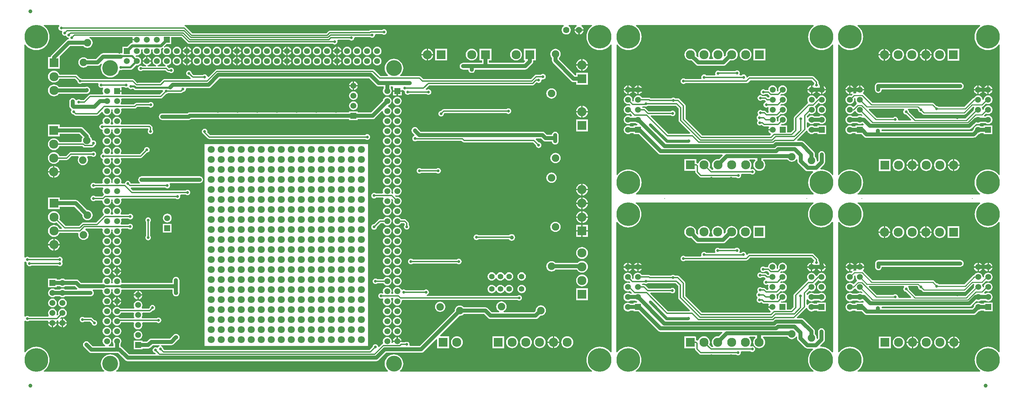
<source format=gbl>
G04 Layer_Physical_Order=2*
G04 Layer_Color=16711680*
%FSLAX44Y44*%
%MOMM*%
G71*
G01*
G75*
%ADD10C,1.0000*%
%ADD16C,1.0000*%
%ADD17C,0.3000*%
%ADD18C,0.2540*%
%ADD23C,0.7500*%
%ADD39C,0.5000*%
%ADD41C,0.3000*%
%ADD42C,2.3000*%
%ADD43R,2.3000X2.3000*%
%ADD44C,1.5000*%
%ADD45R,1.5000X1.5000*%
%ADD46C,6.0000*%
%ADD47C,0.7000*%
%ADD48C,1.9000*%
%ADD49R,2.3000X2.3000*%
%ADD50R,1.5000X1.5000*%
%ADD51C,1.6000*%
%ADD52C,1.4000*%
%ADD53C,0.6000*%
%ADD54C,1.8000*%
%ADD55C,4.0000*%
%ADD56R,2.3000X2.3000*%
G36*
X2430446Y882460D02*
X2429998Y882186D01*
X2425989Y878761D01*
X2422564Y874752D01*
X2419809Y870256D01*
X2417791Y865384D01*
X2416560Y860257D01*
X2416146Y855000D01*
X2416560Y849743D01*
X2417791Y844616D01*
X2419809Y839744D01*
X2422564Y835248D01*
X2425989Y831239D01*
X2429998Y827814D01*
X2434494Y825059D01*
X2439366Y823041D01*
X2444493Y821810D01*
X2449750Y821396D01*
X2455007Y821810D01*
X2460134Y823041D01*
X2465006Y825059D01*
X2469502Y827814D01*
X2473511Y831239D01*
X2476936Y835248D01*
X2477210Y835695D01*
X2479750Y834979D01*
Y505020D01*
X2477210Y504304D01*
X2476936Y504752D01*
X2473511Y508761D01*
X2469502Y512186D01*
X2465006Y514941D01*
X2460134Y516959D01*
X2455007Y518190D01*
X2449750Y518603D01*
X2444493Y518190D01*
X2439366Y516959D01*
X2434494Y514941D01*
X2429998Y512186D01*
X2425989Y508761D01*
X2422564Y504752D01*
X2419809Y500256D01*
X2417791Y495384D01*
X2416560Y490257D01*
X2416146Y485000D01*
X2416560Y479743D01*
X2417791Y474616D01*
X2419809Y469744D01*
X2422564Y465248D01*
X2425989Y461239D01*
X2429998Y457814D01*
X2430445Y457540D01*
X2429729Y455000D01*
X2119771D01*
X2119054Y457540D01*
X2119502Y457814D01*
X2123511Y461239D01*
X2126936Y465248D01*
X2129691Y469744D01*
X2131709Y474616D01*
X2132940Y479743D01*
X2133354Y485000D01*
X2132940Y490257D01*
X2131709Y495384D01*
X2129691Y500256D01*
X2126936Y504752D01*
X2123511Y508761D01*
X2119502Y512186D01*
X2115006Y514941D01*
X2110134Y516959D01*
X2105007Y518190D01*
X2099750Y518604D01*
X2094493Y518190D01*
X2089366Y516959D01*
X2084494Y514941D01*
X2079998Y512186D01*
X2075989Y508761D01*
X2072564Y504752D01*
X2072290Y504304D01*
X2069750Y505020D01*
Y834979D01*
X2072290Y835696D01*
X2072564Y835248D01*
X2075989Y831239D01*
X2079998Y827814D01*
X2084494Y825059D01*
X2089366Y823041D01*
X2094493Y821810D01*
X2099750Y821396D01*
X2105007Y821810D01*
X2110134Y823041D01*
X2115006Y825059D01*
X2119502Y827814D01*
X2123511Y831239D01*
X2126936Y835248D01*
X2129691Y839744D01*
X2131709Y844616D01*
X2132940Y849743D01*
X2133354Y855000D01*
X2132940Y860257D01*
X2131709Y865384D01*
X2129691Y870256D01*
X2126936Y874752D01*
X2123511Y878761D01*
X2119502Y882186D01*
X2119054Y882460D01*
X2119771Y885000D01*
X2429729D01*
X2430446Y882460D01*
D02*
G37*
%LPC*%
G36*
X2097800Y719050D02*
X2088685D01*
X2088833Y717928D01*
X2089942Y715253D01*
X2091705Y712955D01*
X2094003Y711191D01*
X2096678Y710083D01*
X2097800Y709936D01*
Y719050D01*
D02*
G37*
G36*
X2423300Y719050D02*
X2414185D01*
X2414333Y717928D01*
X2415441Y715253D01*
X2417205Y712955D01*
X2419503Y711191D01*
X2422178Y710083D01*
X2423300Y709936D01*
Y719050D01*
D02*
G37*
G36*
X2361500Y544400D02*
X2360310Y544283D01*
X2357482Y543425D01*
X2354876Y542032D01*
X2352592Y540158D01*
X2350718Y537874D01*
X2349325Y535268D01*
X2348467Y532440D01*
X2348350Y531250D01*
X2361500D01*
Y544400D01*
D02*
G37*
G36*
X2365000D02*
Y531250D01*
X2378150D01*
X2378033Y532440D01*
X2377175Y535268D01*
X2375782Y537874D01*
X2373908Y540158D01*
X2371624Y542032D01*
X2369018Y543425D01*
X2366191Y544283D01*
X2365000Y544400D01*
D02*
G37*
G36*
X2448700Y719050D02*
X2439586D01*
X2439733Y717928D01*
X2440842Y715253D01*
X2442605Y712955D01*
X2444903Y711191D01*
X2447578Y710083D01*
X2448700Y709936D01*
Y719050D01*
D02*
G37*
G36*
X2135815Y719050D02*
X2124950D01*
X2114086D01*
X2114233Y717928D01*
X2115341Y715253D01*
X2116246Y714073D01*
X2114994Y711534D01*
X2110820D01*
X2110820Y711534D01*
X2109085Y711189D01*
X2108768Y711477D01*
X2107658Y713297D01*
X2109158Y715253D01*
X2110267Y717928D01*
X2110414Y719050D01*
X2101300D01*
Y709936D01*
X2102422Y710083D01*
X2105097Y711191D01*
X2106377Y709105D01*
X2103105Y705834D01*
X2102422Y706117D01*
X2099550Y706495D01*
X2096678Y706117D01*
X2094003Y705008D01*
X2091705Y703245D01*
X2089942Y700947D01*
X2088833Y698272D01*
X2088455Y695400D01*
X2088833Y692528D01*
X2089942Y689853D01*
X2091705Y687555D01*
X2094003Y685791D01*
X2096678Y684683D01*
X2099550Y684305D01*
X2102422Y684683D01*
X2105097Y685791D01*
X2107395Y687555D01*
X2109158Y689853D01*
X2110267Y692528D01*
X2110645Y695400D01*
X2110332Y697778D01*
X2111421Y699192D01*
X2112263Y699863D01*
X2112709Y699502D01*
X2114091Y697194D01*
X2113855Y695400D01*
X2114233Y692528D01*
X2115341Y689853D01*
X2116910Y687809D01*
X2117079Y687274D01*
X2116846Y684743D01*
X2116755Y684621D01*
X2109820Y677686D01*
X2107395Y677845D01*
X2105097Y679608D01*
X2102422Y680717D01*
X2099550Y681095D01*
X2096678Y680717D01*
X2094003Y679608D01*
X2091705Y677845D01*
X2089942Y675547D01*
X2088833Y672872D01*
X2088455Y670000D01*
X2088833Y667128D01*
X2089942Y664453D01*
X2091705Y662155D01*
X2094003Y660391D01*
X2096678Y659283D01*
X2099550Y658905D01*
X2102422Y659283D01*
X2105097Y660391D01*
X2107395Y662155D01*
X2109158Y664453D01*
X2109480Y665230D01*
X2110873Y665507D01*
X2111886Y666184D01*
X2113842Y665936D01*
X2114929Y665448D01*
X2115341Y664453D01*
X2117105Y662155D01*
X2119402Y660391D01*
X2122078Y659283D01*
X2124950Y658905D01*
X2127822Y659283D01*
X2128505Y659566D01*
X2131777Y656295D01*
X2130497Y654208D01*
X2127822Y655317D01*
X2124950Y655695D01*
X2122078Y655317D01*
X2119402Y654208D01*
X2118054Y653173D01*
X2106446D01*
X2105097Y654208D01*
X2102422Y655317D01*
X2099550Y655695D01*
X2096678Y655317D01*
X2094003Y654208D01*
X2091705Y652445D01*
X2089942Y650147D01*
X2088833Y647472D01*
X2088455Y644600D01*
X2088833Y641728D01*
X2089942Y639053D01*
X2091705Y636755D01*
X2094003Y634991D01*
X2096678Y633883D01*
X2099550Y633505D01*
X2102422Y633883D01*
X2105097Y634991D01*
X2106447Y636027D01*
X2118053D01*
X2119402Y634991D01*
X2122078Y633883D01*
X2124950Y633505D01*
X2127822Y633883D01*
X2130497Y634991D01*
X2131706Y635919D01*
X2134885Y632740D01*
X2133833Y630200D01*
X2113950D01*
Y627773D01*
X2106446D01*
X2105097Y628808D01*
X2102422Y629917D01*
X2099550Y630295D01*
X2096678Y629917D01*
X2094003Y628808D01*
X2091705Y627045D01*
X2089942Y624747D01*
X2088833Y622072D01*
X2088455Y619200D01*
X2088833Y616328D01*
X2089942Y613652D01*
X2091705Y611355D01*
X2094003Y609591D01*
X2096678Y608483D01*
X2099550Y608105D01*
X2102422Y608483D01*
X2105097Y609591D01*
X2106447Y610627D01*
X2113950D01*
Y608200D01*
X2129425D01*
X2136188Y601438D01*
X2137963Y600075D01*
X2140031Y599219D01*
X2142250Y598927D01*
X2413350D01*
X2415569Y599219D01*
X2417637Y600075D01*
X2419412Y601438D01*
X2426236Y608261D01*
X2427922Y608483D01*
X2430598Y609591D01*
X2431962Y610638D01*
X2432050Y610627D01*
X2439450D01*
Y608200D01*
X2461450D01*
Y630200D01*
X2439450D01*
Y627773D01*
X2432050D01*
X2431962Y627762D01*
X2430598Y628809D01*
X2427922Y629917D01*
X2425050Y630295D01*
X2422178Y629917D01*
X2419503Y628809D01*
X2417205Y627045D01*
X2415441Y624748D01*
X2414333Y622072D01*
X2414111Y620386D01*
X2409799Y616073D01*
X2180699D01*
X2179781Y618250D01*
X2181172Y620387D01*
X2221394D01*
X2221697Y620426D01*
X2362912D01*
X2363518Y620347D01*
X2402834D01*
X2405053Y620639D01*
X2407121Y621495D01*
X2408897Y622858D01*
X2420583Y634544D01*
X2422178Y633883D01*
X2425050Y633505D01*
X2427922Y633883D01*
X2430598Y634991D01*
X2431947Y636027D01*
X2443553D01*
X2444903Y634991D01*
X2447578Y633883D01*
X2450450Y633505D01*
X2453322Y633883D01*
X2455997Y634991D01*
X2458295Y636755D01*
X2460058Y639053D01*
X2461167Y641728D01*
X2461545Y644600D01*
X2461167Y647472D01*
X2460058Y650147D01*
X2458295Y652445D01*
X2455997Y654209D01*
X2453322Y655317D01*
X2450450Y655695D01*
X2447578Y655317D01*
X2444903Y654209D01*
X2443554Y653173D01*
X2441093D01*
X2440041Y655713D01*
X2444799Y660471D01*
X2444903Y660391D01*
X2447578Y659283D01*
X2450450Y658905D01*
X2453322Y659283D01*
X2455997Y660391D01*
X2458295Y662155D01*
X2460058Y664453D01*
X2461167Y667128D01*
X2461545Y670000D01*
X2461167Y672872D01*
X2460058Y675547D01*
X2458295Y677845D01*
X2455997Y679609D01*
X2453322Y680717D01*
X2450450Y681095D01*
X2447578Y680717D01*
X2444903Y679609D01*
X2442605Y677845D01*
X2440842Y675547D01*
X2439733Y672872D01*
X2439383Y670211D01*
X2439216Y669915D01*
X2438650Y669567D01*
X2438024Y669675D01*
X2436022Y670933D01*
X2435767Y672872D01*
X2434805Y675193D01*
X2435253Y676581D01*
X2436031Y677931D01*
X2436411Y678007D01*
X2437989Y679061D01*
X2444799Y685871D01*
X2444903Y685791D01*
X2447578Y684683D01*
X2450450Y684305D01*
X2453322Y684683D01*
X2455997Y685791D01*
X2458295Y687555D01*
X2460058Y689853D01*
X2461167Y692528D01*
X2461545Y695400D01*
X2461167Y698272D01*
X2460058Y700947D01*
X2458295Y703245D01*
X2455997Y705008D01*
X2453322Y706117D01*
X2450450Y706495D01*
X2447578Y706117D01*
X2444903Y705008D01*
X2442605Y703245D01*
X2440842Y700947D01*
X2439733Y698272D01*
X2439383Y695611D01*
X2439216Y695315D01*
X2438650Y694967D01*
X2438024Y695075D01*
X2436022Y696333D01*
X2435767Y698272D01*
X2434659Y700947D01*
X2432895Y703245D01*
X2430598Y705008D01*
X2427922Y706117D01*
X2425050Y706495D01*
X2422178Y706117D01*
X2419503Y705008D01*
X2417205Y703245D01*
X2415441Y700947D01*
X2415158Y700264D01*
X2415150D01*
X2413289Y699893D01*
X2411711Y698839D01*
X2411711Y698839D01*
X2390235Y677363D01*
X2324841D01*
X2324742Y677492D01*
X2323280Y678615D01*
X2321577Y679320D01*
X2319750Y679560D01*
X2319589Y679539D01*
X2313189Y685939D01*
X2311611Y686993D01*
X2309750Y687363D01*
X2309750Y687363D01*
X2156765D01*
X2134019Y710109D01*
X2133613Y710380D01*
X2133285Y711414D01*
X2133154Y713343D01*
X2133198Y713480D01*
X2134558Y715253D01*
X2135667Y717928D01*
X2135815Y719050D01*
D02*
G37*
G36*
X2379750Y738573D02*
X2171875D01*
X2169656Y738281D01*
X2167588Y737425D01*
X2165813Y736062D01*
X2164450Y734286D01*
X2163593Y732219D01*
X2163301Y730000D01*
Y721125D01*
X2163593Y718906D01*
X2164450Y716838D01*
X2165813Y715062D01*
X2167588Y713700D01*
X2169656Y712843D01*
X2171875Y712551D01*
X2174094Y712843D01*
X2176161Y713700D01*
X2177937Y715062D01*
X2179299Y716838D01*
X2180156Y718906D01*
X2180448Y721125D01*
Y721426D01*
X2379750D01*
X2381969Y721719D01*
X2384037Y722575D01*
X2385812Y723938D01*
X2387175Y725713D01*
X2388031Y727781D01*
X2388323Y730000D01*
X2388031Y732219D01*
X2387175Y734286D01*
X2385812Y736062D01*
X2384037Y737425D01*
X2381969Y738281D01*
X2379750Y738573D01*
D02*
G37*
G36*
X2435914Y719050D02*
X2426800D01*
Y709936D01*
X2427922Y710083D01*
X2430598Y711191D01*
X2432895Y712955D01*
X2434659Y715253D01*
X2435767Y717928D01*
X2435914Y719050D01*
D02*
G37*
G36*
X2461315D02*
X2452200D01*
Y709936D01*
X2453322Y710083D01*
X2455997Y711191D01*
X2458295Y712955D01*
X2460058Y715253D01*
X2461167Y717928D01*
X2461315Y719050D01*
D02*
G37*
G36*
X2260001Y544400D02*
Y531250D01*
X2273151D01*
X2273034Y532440D01*
X2272176Y535268D01*
X2270783Y537874D01*
X2268909Y540158D01*
X2266625Y542032D01*
X2264019Y543425D01*
X2261191Y544283D01*
X2260001Y544400D01*
D02*
G37*
G36*
X2328250Y544572D02*
X2325310Y544283D01*
X2322482Y543425D01*
X2319876Y542032D01*
X2317592Y540158D01*
X2315718Y537874D01*
X2314325Y535268D01*
X2313467Y532440D01*
X2313178Y529500D01*
X2313467Y526559D01*
X2314325Y523732D01*
X2315718Y521126D01*
X2317592Y518842D01*
X2319876Y516968D01*
X2322482Y515575D01*
X2325310Y514717D01*
X2328250Y514427D01*
X2331191Y514717D01*
X2334018Y515575D01*
X2336624Y516968D01*
X2338908Y518842D01*
X2340782Y521126D01*
X2342175Y523732D01*
X2343033Y526559D01*
X2343323Y529500D01*
X2343033Y532440D01*
X2342175Y535268D01*
X2340782Y537874D01*
X2338908Y540158D01*
X2336624Y542032D01*
X2334018Y543425D01*
X2331191Y544283D01*
X2328250Y544572D01*
D02*
G37*
G36*
X2203251Y544500D02*
X2173251D01*
Y514500D01*
X2203251D01*
Y544500D01*
D02*
G37*
G36*
X2223250Y544572D02*
X2220309Y544283D01*
X2217482Y543425D01*
X2214876Y542032D01*
X2212592Y540158D01*
X2210717Y537874D01*
X2209324Y535268D01*
X2208467Y532440D01*
X2208177Y529500D01*
X2208467Y526559D01*
X2209324Y523732D01*
X2210717Y521126D01*
X2212592Y518842D01*
X2214876Y516968D01*
X2217482Y515575D01*
X2220309Y514717D01*
X2223250Y514427D01*
X2226190Y514717D01*
X2229017Y515575D01*
X2231623Y516968D01*
X2233907Y518842D01*
X2235782Y521126D01*
X2237175Y523732D01*
X2238033Y526559D01*
X2238322Y529500D01*
X2238033Y532440D01*
X2237175Y535268D01*
X2235782Y537874D01*
X2233907Y540158D01*
X2231623Y542032D01*
X2229017Y543425D01*
X2226190Y544283D01*
X2223250Y544572D01*
D02*
G37*
G36*
X2293249D02*
X2290309Y544283D01*
X2287481Y543425D01*
X2284875Y542032D01*
X2282592Y540158D01*
X2280717Y537874D01*
X2279324Y535268D01*
X2278466Y532440D01*
X2278177Y529500D01*
X2278466Y526559D01*
X2279324Y523732D01*
X2280717Y521126D01*
X2282592Y518842D01*
X2284875Y516968D01*
X2287481Y515575D01*
X2290309Y514717D01*
X2293249Y514427D01*
X2296190Y514717D01*
X2299017Y515575D01*
X2301623Y516968D01*
X2303907Y518842D01*
X2305782Y521126D01*
X2307175Y523732D01*
X2308032Y526559D01*
X2308322Y529500D01*
X2308032Y532440D01*
X2307175Y535268D01*
X2305782Y537874D01*
X2303907Y540158D01*
X2301623Y542032D01*
X2299017Y543425D01*
X2296190Y544283D01*
X2293249Y544572D01*
D02*
G37*
G36*
X2256501Y527750D02*
X2243351D01*
X2243468Y526559D01*
X2244326Y523732D01*
X2245718Y521126D01*
X2247593Y518842D01*
X2249877Y516968D01*
X2252483Y515575D01*
X2255310Y514717D01*
X2256501Y514600D01*
Y527750D01*
D02*
G37*
G36*
X2378150D02*
X2365000D01*
Y514600D01*
X2366191Y514717D01*
X2369018Y515575D01*
X2371624Y516968D01*
X2373908Y518842D01*
X2375782Y521126D01*
X2377175Y523732D01*
X2378033Y526559D01*
X2378150Y527750D01*
D02*
G37*
G36*
X2256501Y544400D02*
X2255310Y544283D01*
X2252483Y543425D01*
X2249877Y542032D01*
X2247593Y540158D01*
X2245718Y537874D01*
X2244326Y535268D01*
X2243468Y532440D01*
X2243351Y531250D01*
X2256501D01*
Y544400D01*
D02*
G37*
G36*
X2273151Y527750D02*
X2260001D01*
Y514600D01*
X2261191Y514717D01*
X2264019Y515575D01*
X2266625Y516968D01*
X2268909Y518842D01*
X2270783Y521126D01*
X2272176Y523732D01*
X2273034Y526559D01*
X2273151Y527750D01*
D02*
G37*
G36*
X2361500D02*
X2348350D01*
X2348467Y526559D01*
X2349325Y523732D01*
X2350718Y521126D01*
X2352592Y518842D01*
X2354876Y516968D01*
X2357482Y515575D01*
X2360310Y514717D01*
X2361500Y514600D01*
Y527750D01*
D02*
G37*
G36*
X2097800Y731665D02*
X2096678Y731517D01*
X2094003Y730408D01*
X2091705Y728645D01*
X2089942Y726347D01*
X2088833Y723672D01*
X2088685Y722550D01*
X2097800D01*
Y731665D01*
D02*
G37*
G36*
X2185500Y807750D02*
X2172350D01*
X2172467Y806560D01*
X2173325Y803732D01*
X2174718Y801126D01*
X2176592Y798842D01*
X2178876Y796968D01*
X2181482Y795575D01*
X2184310Y794717D01*
X2185500Y794600D01*
Y807750D01*
D02*
G37*
G36*
X2202151D02*
X2189000D01*
Y794600D01*
X2190191Y794717D01*
X2193018Y795575D01*
X2195624Y796968D01*
X2197908Y798842D01*
X2199783Y801126D01*
X2201176Y803732D01*
X2202033Y806560D01*
X2202151Y807750D01*
D02*
G37*
G36*
X2307150D02*
X2294000D01*
Y794600D01*
X2295190Y794717D01*
X2298018Y795575D01*
X2300624Y796968D01*
X2302908Y798842D01*
X2304782Y801126D01*
X2306175Y803732D01*
X2307033Y806560D01*
X2307150Y807750D01*
D02*
G37*
G36*
X2327251Y824573D02*
X2324310Y824283D01*
X2321483Y823425D01*
X2318877Y822032D01*
X2316593Y820158D01*
X2314719Y817874D01*
X2313326Y815268D01*
X2312468Y812440D01*
X2312178Y809500D01*
X2312468Y806560D01*
X2313326Y803732D01*
X2314719Y801126D01*
X2316593Y798842D01*
X2318877Y796968D01*
X2321483Y795575D01*
X2324310Y794717D01*
X2327251Y794427D01*
X2330191Y794717D01*
X2333019Y795575D01*
X2335625Y796968D01*
X2337909Y798842D01*
X2339783Y801126D01*
X2341176Y803732D01*
X2342034Y806560D01*
X2342323Y809500D01*
X2342034Y812440D01*
X2341176Y815268D01*
X2339783Y817874D01*
X2337909Y820158D01*
X2335625Y822032D01*
X2333019Y823425D01*
X2330191Y824283D01*
X2327251Y824573D01*
D02*
G37*
G36*
X2377250Y824500D02*
X2347250D01*
Y794500D01*
X2377250D01*
Y824500D01*
D02*
G37*
G36*
X2294000Y824400D02*
Y811250D01*
X2307150D01*
X2307033Y812440D01*
X2306175Y815268D01*
X2304782Y817874D01*
X2302908Y820158D01*
X2300624Y822032D01*
X2298018Y823425D01*
X2295190Y824283D01*
X2294000Y824400D01*
D02*
G37*
G36*
X2189000Y824400D02*
Y811250D01*
X2202151D01*
X2202033Y812440D01*
X2201176Y815268D01*
X2199783Y817874D01*
X2197908Y820158D01*
X2195624Y822032D01*
X2193018Y823425D01*
X2190191Y824283D01*
X2189000Y824400D01*
D02*
G37*
G36*
X2290500D02*
X2289309Y824283D01*
X2286482Y823425D01*
X2283876Y822032D01*
X2281592Y820158D01*
X2279717Y817874D01*
X2278324Y815268D01*
X2277467Y812440D01*
X2277350Y811250D01*
X2290500D01*
Y824400D01*
D02*
G37*
G36*
Y807750D02*
X2277350D01*
X2277467Y806560D01*
X2278324Y803732D01*
X2279717Y801126D01*
X2281592Y798842D01*
X2283876Y796968D01*
X2286482Y795575D01*
X2289309Y794717D01*
X2290500Y794600D01*
Y807750D01*
D02*
G37*
G36*
X2185500Y824400D02*
X2184310Y824283D01*
X2181482Y823425D01*
X2178876Y822032D01*
X2176592Y820158D01*
X2174718Y817874D01*
X2173325Y815268D01*
X2172467Y812440D01*
X2172350Y811250D01*
X2185500D01*
Y824400D01*
D02*
G37*
G36*
X2257251Y824573D02*
X2254311Y824283D01*
X2251483Y823425D01*
X2248877Y822032D01*
X2246593Y820158D01*
X2244719Y817874D01*
X2243326Y815268D01*
X2242468Y812440D01*
X2242178Y809500D01*
X2242468Y806560D01*
X2243326Y803732D01*
X2244719Y801126D01*
X2246593Y798842D01*
X2248877Y796968D01*
X2251483Y795575D01*
X2254311Y794717D01*
X2257251Y794427D01*
X2260192Y794717D01*
X2263019Y795575D01*
X2265625Y796968D01*
X2267909Y798842D01*
X2269783Y801126D01*
X2271176Y803732D01*
X2272034Y806560D01*
X2272324Y809500D01*
X2272034Y812440D01*
X2271176Y815268D01*
X2269783Y817874D01*
X2267909Y820158D01*
X2265625Y822032D01*
X2263019Y823425D01*
X2260192Y824283D01*
X2257251Y824573D01*
D02*
G37*
G36*
X2423300Y731665D02*
X2422178Y731517D01*
X2419503Y730408D01*
X2417205Y728645D01*
X2415441Y726348D01*
X2414333Y723672D01*
X2414185Y722550D01*
X2423300D01*
Y731665D01*
D02*
G37*
G36*
X2448700D02*
X2447578Y731517D01*
X2444903Y730408D01*
X2442605Y728645D01*
X2440842Y726348D01*
X2439733Y723672D01*
X2439586Y722550D01*
X2448700D01*
Y731665D01*
D02*
G37*
G36*
X2126700D02*
Y722550D01*
X2135815D01*
X2135667Y723672D01*
X2134558Y726347D01*
X2132795Y728645D01*
X2130497Y730408D01*
X2127822Y731517D01*
X2126700Y731665D01*
D02*
G37*
G36*
X2123200Y731665D02*
X2122078Y731517D01*
X2119402Y730408D01*
X2117105Y728645D01*
X2115341Y726347D01*
X2114233Y723672D01*
X2114086Y722550D01*
X2123200D01*
Y731665D01*
D02*
G37*
G36*
X2101300Y731665D02*
Y722550D01*
X2110414D01*
X2110267Y723672D01*
X2109158Y726347D01*
X2107395Y728645D01*
X2105097Y730408D01*
X2102422Y731517D01*
X2101300Y731665D01*
D02*
G37*
G36*
X2222250Y824573D02*
X2219310Y824283D01*
X2216482Y823425D01*
X2213876Y822032D01*
X2211592Y820158D01*
X2209718Y817874D01*
X2208325Y815268D01*
X2207467Y812440D01*
X2207178Y809500D01*
X2207467Y806560D01*
X2208325Y803732D01*
X2209718Y801126D01*
X2211592Y798842D01*
X2213876Y796968D01*
X2216482Y795575D01*
X2219310Y794717D01*
X2222250Y794427D01*
X2225191Y794717D01*
X2228018Y795575D01*
X2230624Y796968D01*
X2232908Y798842D01*
X2234783Y801126D01*
X2236176Y803732D01*
X2237033Y806560D01*
X2237323Y809500D01*
X2237033Y812440D01*
X2236176Y815268D01*
X2234783Y817874D01*
X2232908Y820158D01*
X2230624Y822032D01*
X2228018Y823425D01*
X2225191Y824283D01*
X2222250Y824573D01*
D02*
G37*
G36*
X2452200Y731665D02*
Y722550D01*
X2461315D01*
X2461167Y723672D01*
X2460058Y726348D01*
X2458295Y728645D01*
X2455997Y730408D01*
X2453322Y731517D01*
X2452200Y731665D01*
D02*
G37*
G36*
X2426800D02*
Y722550D01*
X2435914D01*
X2435767Y723672D01*
X2434659Y726348D01*
X2432895Y728645D01*
X2430598Y730408D01*
X2427922Y731517D01*
X2426800Y731665D01*
D02*
G37*
%LPD*%
G36*
X2237341Y670057D02*
X2237258Y669992D01*
X2236136Y668530D01*
X2235430Y666827D01*
X2235190Y665000D01*
X2235430Y663173D01*
X2236136Y661470D01*
X2237258Y660007D01*
X2238720Y658885D01*
X2240423Y658180D01*
X2242250Y657940D01*
X2242411Y657961D01*
X2255392Y644980D01*
X2254420Y642633D01*
X2223968D01*
X2221810Y645000D01*
X2221570Y646827D01*
X2220864Y648530D01*
X2219742Y649992D01*
X2218280Y651114D01*
X2216577Y651820D01*
X2214750Y652060D01*
X2212923Y651820D01*
X2211220Y651114D01*
X2209758Y649992D01*
X2209659Y649863D01*
X2167903D01*
X2147516Y670250D01*
X2148488Y672597D01*
X2236479D01*
X2237341Y670057D01*
D02*
G37*
G36*
X2415255Y675097D02*
X2414333Y672872D01*
X2413955Y670000D01*
X2414097Y668925D01*
X2392765Y647593D01*
X2369560D01*
X2369159Y647673D01*
X2369159Y647673D01*
X2266455D01*
X2249289Y664839D01*
X2249310Y665000D01*
X2249070Y666827D01*
X2248365Y668530D01*
X2247242Y669992D01*
X2247159Y670057D01*
X2248021Y672597D01*
X2270276D01*
X2272711Y670161D01*
X2272690Y670000D01*
X2272930Y668173D01*
X2273636Y666470D01*
X2274758Y665008D01*
X2276220Y663886D01*
X2277923Y663180D01*
X2279750Y662940D01*
X2279911Y662961D01*
X2283812Y659061D01*
X2285390Y658006D01*
X2287251Y657636D01*
X2287251Y657636D01*
X2307249D01*
X2307249Y657636D01*
X2307252Y657637D01*
X2389750D01*
X2389750Y657636D01*
X2391611Y658007D01*
X2393189Y659061D01*
X2411765Y677636D01*
X2414212D01*
X2415255Y675097D01*
D02*
G37*
G36*
X1664902Y673116D02*
Y643006D01*
X1665290Y641055D01*
X1666395Y639401D01*
X1694488Y611309D01*
X1693516Y608962D01*
X1638476D01*
X1593882Y653555D01*
X1594854Y655902D01*
X1645145D01*
X1646470Y654885D01*
X1648173Y654180D01*
X1650000Y653940D01*
X1651827Y654180D01*
X1653530Y654885D01*
X1654992Y656008D01*
X1656115Y657470D01*
X1656820Y659173D01*
X1657060Y661000D01*
X1656820Y662827D01*
X1656115Y664530D01*
X1654992Y665992D01*
X1653530Y667114D01*
X1651827Y667820D01*
X1650000Y668060D01*
X1648173Y667820D01*
X1646470Y667114D01*
X1645145Y666098D01*
X1589118D01*
X1581611Y673605D01*
X1579957Y674710D01*
X1578006Y675098D01*
X1573492D01*
X1572765Y676262D01*
X1574174Y678802D01*
X1579171D01*
X1580673Y678180D01*
X1582500Y677940D01*
X1584327Y678180D01*
X1586030Y678885D01*
X1587355Y679902D01*
X1658116D01*
X1664902Y673116D01*
D02*
G37*
G36*
X2008196Y882460D02*
X2007748Y882186D01*
X2003739Y878761D01*
X2000314Y874752D01*
X1997559Y870256D01*
X1995541Y865384D01*
X1994310Y860257D01*
X1993896Y855000D01*
X1994310Y849743D01*
X1995541Y844616D01*
X1997559Y839744D01*
X2000314Y835248D01*
X2003739Y831239D01*
X2007748Y827814D01*
X2012244Y825059D01*
X2017116Y823041D01*
X2022243Y821810D01*
X2027500Y821396D01*
X2032757Y821810D01*
X2037884Y823041D01*
X2042756Y825059D01*
X2047252Y827814D01*
X2051261Y831239D01*
X2054686Y835248D01*
X2054960Y835696D01*
X2057500Y834979D01*
Y505021D01*
X2054960Y504304D01*
X2054686Y504752D01*
X2051261Y508761D01*
X2047252Y512186D01*
X2042756Y514941D01*
X2037884Y516959D01*
X2032757Y518190D01*
X2027500Y518604D01*
X2025677Y518460D01*
X2024543Y520919D01*
X2034262Y530638D01*
X2035625Y532413D01*
X2036481Y534481D01*
X2036773Y536700D01*
Y545700D01*
Y556800D01*
X2036481Y559019D01*
X2035625Y561087D01*
X2034262Y562862D01*
X2032487Y564225D01*
X2030419Y565081D01*
X2028200Y565373D01*
X2025981Y565081D01*
X2023913Y564225D01*
X2022138Y562862D01*
X2020775Y561087D01*
X2019919Y559019D01*
X2019627Y556800D01*
Y545700D01*
Y540251D01*
X2017840Y538465D01*
X2015435Y539651D01*
X2015612Y541000D01*
X2015165Y544394D01*
X2013855Y547556D01*
X2011772Y550272D01*
X2011073Y550807D01*
Y557500D01*
X2011073Y557500D01*
X2010781Y559719D01*
X2009925Y561787D01*
X2008562Y563562D01*
X1983562Y588562D01*
X1981787Y589925D01*
X1979719Y590781D01*
X1977500Y591073D01*
X1966602D01*
X1965630Y593420D01*
X1988605Y616395D01*
X1988963Y616932D01*
X1990150Y616955D01*
X1991723Y616489D01*
X1992375Y614913D01*
X1993014Y614081D01*
X1993192Y613652D01*
X1994955Y611355D01*
X1997253Y609591D01*
X1999928Y608483D01*
X2002800Y608105D01*
X2005672Y608483D01*
X2008347Y609591D01*
X2009696Y610627D01*
X2017200D01*
Y608200D01*
X2039200D01*
Y630200D01*
X2017200D01*
Y627773D01*
X2009696D01*
X2008347Y628808D01*
X2005672Y629917D01*
X2002800Y630295D01*
X1999928Y629917D01*
X1997253Y628808D01*
X1994955Y627045D01*
X1993192Y624748D01*
X1992638Y624642D01*
X1990098Y626701D01*
Y637099D01*
X1992638Y639158D01*
X1993192Y639053D01*
X1994955Y636755D01*
X1997253Y634991D01*
X1999928Y633883D01*
X2002800Y633505D01*
X2005672Y633883D01*
X2008347Y634991D01*
X2009696Y636027D01*
X2021304D01*
X2022652Y634991D01*
X2025328Y633883D01*
X2028200Y633505D01*
X2031071Y633883D01*
X2033747Y634991D01*
X2036045Y636755D01*
X2037808Y639053D01*
X2038917Y641728D01*
X2039295Y644600D01*
X2038917Y647472D01*
X2037808Y650147D01*
X2036045Y652445D01*
X2033747Y654208D01*
X2031071Y655317D01*
X2028200Y655695D01*
X2025328Y655317D01*
X2022652Y654208D01*
X2021304Y653173D01*
X2009696D01*
X2008347Y654208D01*
X2005672Y655317D01*
X2002800Y655695D01*
X1999928Y655317D01*
X1997253Y654208D01*
X1994955Y652445D01*
X1993192Y650147D01*
X1992638Y650042D01*
X1990098Y652101D01*
Y653088D01*
X1997357Y660348D01*
X1999928Y659283D01*
X2002800Y658905D01*
X2005672Y659283D01*
X2008347Y660391D01*
X2010645Y662155D01*
X2012408Y664453D01*
X2013517Y667128D01*
X2013895Y670000D01*
X2013517Y672872D01*
X2012408Y675547D01*
X2010645Y677845D01*
X2010609Y678399D01*
X2019801Y687591D01*
X2020355Y687555D01*
X2022652Y685791D01*
X2025328Y684683D01*
X2028200Y684305D01*
X2031071Y684683D01*
X2033747Y685791D01*
X2036045Y687555D01*
X2037808Y689853D01*
X2038917Y692528D01*
X2039295Y695400D01*
X2038917Y698272D01*
X2037808Y700947D01*
X2036045Y703245D01*
X2033747Y705008D01*
X2031071Y706117D01*
X2028200Y706495D01*
X2025328Y706117D01*
X2022652Y705008D01*
X2020355Y703245D01*
X2018591Y700947D01*
X2018166Y699921D01*
X2016795Y699005D01*
X2015863Y698073D01*
X2013210Y699012D01*
X2012408Y700947D01*
X2010645Y703245D01*
X2008347Y705008D01*
X2005672Y706117D01*
X2002800Y706495D01*
X1999928Y706117D01*
X1997253Y705008D01*
X1994955Y703245D01*
X1993192Y700947D01*
X1992083Y698272D01*
X1991705Y695400D01*
X1992083Y692528D01*
X1993192Y689853D01*
X1993878Y688957D01*
X1993126Y686350D01*
X1992887Y686077D01*
X1991432Y685105D01*
X1958895Y652568D01*
X1957790Y650914D01*
X1957402Y648963D01*
Y619612D01*
X1950388Y612598D01*
X1940200D01*
Y630200D01*
X1926130D01*
X1925112Y632650D01*
X1926237Y633791D01*
X1926340Y633882D01*
X1929200Y633505D01*
X1932072Y633883D01*
X1934747Y634991D01*
X1937045Y636755D01*
X1938808Y639053D01*
X1939917Y641728D01*
X1940295Y644600D01*
X1939917Y647472D01*
X1938808Y650147D01*
X1937045Y652445D01*
X1934747Y654208D01*
X1932072Y655317D01*
X1929200Y655695D01*
X1926328Y655317D01*
X1923652Y654208D01*
X1921355Y652445D01*
X1919592Y650147D01*
X1918483Y647472D01*
X1918105Y644600D01*
X1918458Y641919D01*
X1917559Y640880D01*
X1916615Y640014D01*
X1916560Y640025D01*
X1914517Y641728D01*
X1914895Y644600D01*
X1914517Y647472D01*
X1913527Y649862D01*
X1914325Y652007D01*
X1914520Y652402D01*
X1915000D01*
X1916951Y652790D01*
X1918605Y653895D01*
X1924677Y659967D01*
X1926328Y659283D01*
X1929200Y658905D01*
X1932072Y659283D01*
X1934747Y660391D01*
X1937045Y662155D01*
X1938808Y664453D01*
X1939917Y667128D01*
X1940295Y670000D01*
X1939917Y672872D01*
X1938808Y675547D01*
X1937045Y677845D01*
X1934747Y679608D01*
X1932072Y680717D01*
X1929200Y681095D01*
X1926328Y680717D01*
X1924604Y680003D01*
X1923166Y682156D01*
X1925879Y684869D01*
X1926328Y684683D01*
X1929200Y684305D01*
X1932072Y684683D01*
X1934747Y685791D01*
X1937045Y687555D01*
X1938808Y689853D01*
X1939917Y692528D01*
X1940295Y695400D01*
X1939917Y698272D01*
X1938808Y700947D01*
X1937045Y703245D01*
X1934747Y705008D01*
X1932072Y706117D01*
X1929200Y706495D01*
X1926328Y706117D01*
X1924604Y705403D01*
X1923166Y707556D01*
X1925879Y710269D01*
X1926328Y710083D01*
X1929200Y709705D01*
X1932072Y710083D01*
X1934747Y711191D01*
X1937045Y712955D01*
X1938808Y715253D01*
X1939917Y717928D01*
X1940295Y720800D01*
X1939917Y723672D01*
X1938808Y726347D01*
X1937045Y728645D01*
X1934747Y730408D01*
X1932072Y731517D01*
X1929200Y731895D01*
X1926328Y731517D01*
X1923652Y730408D01*
X1921355Y728645D01*
X1919592Y726347D01*
X1918483Y723672D01*
X1918105Y720800D01*
X1918458Y718119D01*
X1917559Y717080D01*
X1916615Y716214D01*
X1916560Y716225D01*
X1914517Y717928D01*
X1914895Y720800D01*
X1914517Y723672D01*
X1913408Y726347D01*
X1911645Y728645D01*
X1909347Y730408D01*
X1906671Y731517D01*
X1903800Y731895D01*
X1900928Y731517D01*
X1898253Y730408D01*
X1895955Y728645D01*
X1894191Y726347D01*
X1893083Y723672D01*
X1892705Y720800D01*
X1892089Y720097D01*
X1884854D01*
X1883529Y721114D01*
X1881827Y721819D01*
X1879999Y722060D01*
X1878172Y721819D01*
X1876469Y721114D01*
X1875007Y719992D01*
X1873885Y718530D01*
X1873179Y716827D01*
X1872939Y714999D01*
X1873179Y713172D01*
X1873885Y711469D01*
X1875007Y710007D01*
X1876469Y708885D01*
X1878172Y708180D01*
X1879999Y707939D01*
X1881827Y708180D01*
X1883529Y708885D01*
X1884854Y709902D01*
X1891225D01*
X1895233Y705893D01*
X1895466Y705382D01*
X1895471Y702614D01*
X1894369Y701179D01*
X1892428Y700950D01*
X1891659Y700951D01*
X1889005Y703605D01*
X1887351Y704710D01*
X1885400Y705098D01*
X1877355D01*
X1876030Y706115D01*
X1874327Y706820D01*
X1872500Y707060D01*
X1870673Y706820D01*
X1868970Y706115D01*
X1867508Y704992D01*
X1866385Y703530D01*
X1865680Y701827D01*
X1865440Y700000D01*
X1865680Y698173D01*
X1866385Y696470D01*
X1867508Y695008D01*
X1868970Y693885D01*
X1870673Y693180D01*
X1872500Y692940D01*
X1874327Y693180D01*
X1876030Y693885D01*
X1877355Y694902D01*
X1883288D01*
X1886235Y691956D01*
X1886190Y691094D01*
X1885839Y689889D01*
X1885583Y689283D01*
X1883970Y688614D01*
X1882507Y687492D01*
X1881385Y686030D01*
X1880680Y684327D01*
X1880440Y682500D01*
X1880680Y680673D01*
X1881385Y678970D01*
X1882507Y677507D01*
X1883970Y676385D01*
X1885673Y675680D01*
X1887500Y675440D01*
X1889327Y675680D01*
X1891030Y676385D01*
X1893726Y675253D01*
X1893908Y674862D01*
X1893083Y672872D01*
X1892705Y670000D01*
X1893083Y667128D01*
X1893908Y665138D01*
X1892727Y662598D01*
X1889612D01*
X1886105Y666105D01*
X1884451Y667210D01*
X1882500Y667598D01*
X1877355D01*
X1876030Y668614D01*
X1874327Y669320D01*
X1872500Y669560D01*
X1870673Y669320D01*
X1868970Y668614D01*
X1867508Y667492D01*
X1866385Y666030D01*
X1865680Y664327D01*
X1865440Y662500D01*
X1865680Y660673D01*
X1866385Y658970D01*
X1866468Y658863D01*
X1866470Y656333D01*
X1865869Y655653D01*
X1865008Y654992D01*
X1863886Y653530D01*
X1863180Y651827D01*
X1862940Y650000D01*
X1863180Y648173D01*
X1863886Y646470D01*
X1865008Y645007D01*
X1865386Y644717D01*
X1865925Y642349D01*
X1865620Y641488D01*
X1864885Y640530D01*
X1864180Y638827D01*
X1863939Y637000D01*
X1864180Y635172D01*
X1864885Y633469D01*
X1866007Y632007D01*
X1867469Y630885D01*
X1869172Y630180D01*
X1870999Y629939D01*
X1872827Y630180D01*
X1874529Y630885D01*
X1875854Y631902D01*
X1875888D01*
X1878294Y629495D01*
X1879948Y628390D01*
X1881899Y628002D01*
X1893487D01*
X1894740Y625462D01*
X1894191Y624747D01*
X1893083Y622072D01*
X1892935Y620950D01*
X1903800D01*
Y617450D01*
X1892935D01*
X1893083Y616328D01*
X1894191Y613652D01*
X1895955Y611355D01*
X1898253Y609591D01*
X1898524Y609479D01*
X1899042Y607088D01*
X1897301Y605098D01*
X1724612D01*
X1682598Y647112D01*
Y680000D01*
X1682210Y681951D01*
X1681105Y683605D01*
X1667105Y697605D01*
X1665451Y698710D01*
X1663500Y699098D01*
X1656355D01*
X1655030Y700114D01*
X1653327Y700820D01*
X1651500Y701060D01*
X1649673Y700820D01*
X1647970Y700114D01*
X1646645Y699098D01*
X1593965D01*
X1592451Y700110D01*
X1590500Y700498D01*
X1571995D01*
X1571808Y700947D01*
X1570045Y703245D01*
X1567747Y705008D01*
X1565072Y706117D01*
X1562200Y706495D01*
X1559328Y706117D01*
X1556653Y705008D01*
X1554355Y703245D01*
X1552592Y700947D01*
X1551483Y698272D01*
X1551105Y695400D01*
X1551483Y692528D01*
X1549440Y690825D01*
X1549384Y690814D01*
X1548441Y691680D01*
X1547542Y692719D01*
X1547895Y695400D01*
X1547517Y698272D01*
X1546409Y700947D01*
X1544645Y703245D01*
X1542347Y705008D01*
X1539672Y706117D01*
X1536800Y706495D01*
X1533928Y706117D01*
X1531253Y705008D01*
X1528955Y703245D01*
X1527191Y700947D01*
X1526083Y698272D01*
X1525705Y695400D01*
X1526083Y692528D01*
X1527191Y689853D01*
X1528955Y687555D01*
X1531253Y685791D01*
X1533928Y684683D01*
X1536800Y684305D01*
X1539672Y684683D01*
X1540121Y684869D01*
X1542834Y682156D01*
X1541396Y680003D01*
X1539672Y680717D01*
X1536800Y681095D01*
X1533928Y680717D01*
X1531253Y679608D01*
X1528955Y677845D01*
X1527191Y675547D01*
X1526083Y672872D01*
X1525705Y670000D01*
X1526083Y667128D01*
X1527191Y664453D01*
X1528955Y662155D01*
X1531253Y660391D01*
X1533928Y659283D01*
X1536800Y658905D01*
X1539672Y659283D01*
X1542242Y660348D01*
X1547070Y655520D01*
X1546098Y653173D01*
X1543696D01*
X1542347Y654208D01*
X1539672Y655317D01*
X1536800Y655695D01*
X1533928Y655317D01*
X1531253Y654208D01*
X1528955Y652445D01*
X1527191Y650147D01*
X1526083Y647472D01*
X1525705Y644600D01*
X1526083Y641728D01*
X1527191Y639053D01*
X1528955Y636755D01*
X1531253Y634991D01*
X1533928Y633883D01*
X1536800Y633505D01*
X1539672Y633883D01*
X1542347Y634991D01*
X1543696Y636027D01*
X1555304D01*
X1556653Y634991D01*
X1559328Y633883D01*
X1560234Y633764D01*
X1560919Y632740D01*
X1559563Y630200D01*
X1551200D01*
Y627773D01*
X1543696D01*
X1542347Y628808D01*
X1539672Y629917D01*
X1536800Y630295D01*
X1533928Y629917D01*
X1531253Y628808D01*
X1528955Y627045D01*
X1527191Y624747D01*
X1526083Y622072D01*
X1525705Y619200D01*
X1526083Y616328D01*
X1527191Y613652D01*
X1528955Y611355D01*
X1531253Y609591D01*
X1533928Y608483D01*
X1536800Y608105D01*
X1539672Y608483D01*
X1542347Y609591D01*
X1543696Y610627D01*
X1551200D01*
Y608200D01*
X1564075D01*
X1613338Y558938D01*
X1615113Y557575D01*
X1617181Y556719D01*
X1619400Y556427D01*
X1775984D01*
X1776956Y554080D01*
X1767684Y544808D01*
X1765000Y545073D01*
X1762060Y544783D01*
X1759232Y543925D01*
X1756626Y542532D01*
X1754342Y540658D01*
X1752468Y538374D01*
X1751075Y535768D01*
X1750217Y532940D01*
X1749928Y530000D01*
X1750217Y527060D01*
X1751075Y524232D01*
X1752468Y521626D01*
X1753689Y520138D01*
X1752627Y517598D01*
X1749611D01*
X1743594Y523615D01*
X1743924Y524232D01*
X1744782Y527060D01*
X1745072Y530000D01*
X1744782Y532940D01*
X1743924Y535768D01*
X1742531Y538374D01*
X1740657Y540658D01*
X1738373Y542532D01*
X1735767Y543925D01*
X1732939Y544783D01*
X1729999Y545073D01*
X1727059Y544783D01*
X1724231Y543925D01*
X1721625Y542532D01*
X1719341Y540658D01*
X1717467Y538374D01*
X1716074Y535768D01*
X1715832Y534970D01*
X1715087Y534513D01*
X1712905Y534072D01*
X1711951Y534710D01*
X1710000Y535098D01*
Y545000D01*
X1680000D01*
Y515000D01*
X1707402D01*
Y512500D01*
X1707790Y510549D01*
X1708895Y508895D01*
X1717895Y499895D01*
X1719549Y498790D01*
X1721500Y498402D01*
X1811645D01*
X1812970Y497385D01*
X1814673Y496680D01*
X1816500Y496440D01*
X1818327Y496680D01*
X1820030Y497385D01*
X1821492Y498507D01*
X1822614Y499970D01*
X1823320Y501673D01*
X1823560Y503500D01*
X1823381Y504862D01*
X1823964Y506034D01*
X1825210Y507402D01*
X1847645D01*
X1848970Y506385D01*
X1850673Y505680D01*
X1852500Y505440D01*
X1854327Y505680D01*
X1856030Y506385D01*
X1857492Y507508D01*
X1858615Y508970D01*
X1859320Y510673D01*
X1859560Y512500D01*
X1859320Y514327D01*
X1858615Y516030D01*
X1857492Y517492D01*
X1856030Y518615D01*
X1854327Y519320D01*
X1852500Y519560D01*
X1850673Y519320D01*
X1848970Y518615D01*
X1848525Y518833D01*
X1847724Y521088D01*
X1847754Y522041D01*
X1848925Y524232D01*
X1849783Y527060D01*
X1850072Y530000D01*
X1849783Y532940D01*
X1848925Y535768D01*
X1847532Y538374D01*
X1845658Y540658D01*
X1844770Y541387D01*
X1845678Y543927D01*
X1859321D01*
X1860230Y541387D01*
X1859342Y540658D01*
X1857467Y538374D01*
X1856074Y535768D01*
X1855217Y532940D01*
X1854927Y530000D01*
X1855217Y527060D01*
X1856074Y524232D01*
X1857467Y521626D01*
X1859342Y519342D01*
X1861626Y517468D01*
X1864232Y516075D01*
X1867059Y515217D01*
X1870000Y514927D01*
X1872940Y515217D01*
X1875768Y516075D01*
X1878374Y517468D01*
X1880658Y519342D01*
X1882532Y521626D01*
X1883925Y524232D01*
X1884783Y527060D01*
X1885072Y530000D01*
X1884783Y532940D01*
X1883925Y535768D01*
X1882532Y538374D01*
X1880658Y540658D01*
X1879770Y541387D01*
X1880678Y543927D01*
X1941541D01*
X1943228Y541728D01*
X1945944Y539645D01*
X1949106Y538335D01*
X1952500Y537888D01*
X1955894Y538335D01*
X1959056Y539645D01*
X1961772Y541728D01*
X1963855Y544444D01*
X1963887Y544519D01*
X1966427Y544014D01*
Y540000D01*
X1966719Y537781D01*
X1967575Y535713D01*
X1968938Y533938D01*
X1986438Y516438D01*
X1988213Y515075D01*
X1990281Y514219D01*
X1992500Y513927D01*
X2005876D01*
X2006813Y511387D01*
X2003739Y508761D01*
X2000314Y504752D01*
X1997559Y500256D01*
X1995541Y495384D01*
X1994310Y490257D01*
X1993896Y485000D01*
X1994310Y479743D01*
X1995541Y474616D01*
X1997559Y469744D01*
X2000314Y465248D01*
X2003739Y461239D01*
X2007748Y457814D01*
X2008196Y457540D01*
X2007479Y455000D01*
X1557521D01*
X1556804Y457540D01*
X1557252Y457814D01*
X1561261Y461239D01*
X1564686Y465248D01*
X1567441Y469744D01*
X1569459Y474616D01*
X1570690Y479743D01*
X1571104Y485000D01*
X1570690Y490257D01*
X1569459Y495384D01*
X1567441Y500256D01*
X1564686Y504752D01*
X1561261Y508761D01*
X1557252Y512186D01*
X1552756Y514941D01*
X1547884Y516959D01*
X1542757Y518190D01*
X1537500Y518604D01*
X1532243Y518190D01*
X1527116Y516959D01*
X1522244Y514941D01*
X1517748Y512186D01*
X1513739Y508761D01*
X1510314Y504752D01*
X1510040Y504304D01*
X1507500Y505021D01*
Y834979D01*
X1510040Y835696D01*
X1510314Y835248D01*
X1513739Y831239D01*
X1517748Y827814D01*
X1522244Y825059D01*
X1527116Y823041D01*
X1532243Y821810D01*
X1537500Y821396D01*
X1542757Y821810D01*
X1547884Y823041D01*
X1552756Y825059D01*
X1557252Y827814D01*
X1561261Y831239D01*
X1564686Y835248D01*
X1567441Y839744D01*
X1569459Y844616D01*
X1570690Y849743D01*
X1571104Y855000D01*
X1570690Y860257D01*
X1569459Y865384D01*
X1567441Y870256D01*
X1564686Y874752D01*
X1561261Y878761D01*
X1557252Y882186D01*
X1556804Y882460D01*
X1557521Y885000D01*
X2007479D01*
X2008196Y882460D01*
D02*
G37*
%LPC*%
G36*
X1560450Y719050D02*
X1551335D01*
X1551483Y717928D01*
X1552592Y715253D01*
X1554355Y712955D01*
X1556653Y711191D01*
X1559328Y710083D01*
X1560450Y709936D01*
Y719050D01*
D02*
G37*
G36*
X1535050D02*
X1525936D01*
X1526083Y717928D01*
X1527191Y715253D01*
X1528955Y712955D01*
X1531253Y711191D01*
X1533928Y710083D01*
X1535050Y709936D01*
Y719050D01*
D02*
G37*
G36*
X2026450D02*
X2017335D01*
X2017483Y717928D01*
X2018591Y715253D01*
X2020355Y712955D01*
X2022652Y711191D01*
X2025328Y710083D01*
X2026450Y709936D01*
Y719050D01*
D02*
G37*
G36*
X2001050D02*
X1991935D01*
X1992083Y717928D01*
X1993192Y715253D01*
X1994955Y712955D01*
X1997253Y711191D01*
X1999928Y710083D01*
X2001050Y709936D01*
Y719050D01*
D02*
G37*
G36*
X2039064D02*
X2029950D01*
Y709936D01*
X2031071Y710083D01*
X2033747Y711191D01*
X2036045Y712955D01*
X2037808Y715253D01*
X2038917Y717928D01*
X2039064Y719050D01*
D02*
G37*
G36*
X1547664D02*
X1538550D01*
Y709936D01*
X1539672Y710083D01*
X1542347Y711191D01*
X1544645Y712955D01*
X1546409Y715253D01*
X1547517Y717928D01*
X1547664Y719050D01*
D02*
G37*
G36*
X2028200Y681095D02*
X2025328Y680717D01*
X2022652Y679608D01*
X2020355Y677845D01*
X2018591Y675547D01*
X2017483Y672872D01*
X2017105Y670000D01*
X2017483Y667128D01*
X2018591Y664453D01*
X2020355Y662155D01*
X2022652Y660391D01*
X2025328Y659283D01*
X2028200Y658905D01*
X2031071Y659283D01*
X2033747Y660391D01*
X2036045Y662155D01*
X2037808Y664453D01*
X2038917Y667128D01*
X2039295Y670000D01*
X2038917Y672872D01*
X2037808Y675547D01*
X2036045Y677845D01*
X2033747Y679608D01*
X2031071Y680717D01*
X2028200Y681095D01*
D02*
G37*
G36*
X2013664Y719050D02*
X2004550D01*
Y709936D01*
X2005672Y710083D01*
X2008347Y711191D01*
X2010645Y712955D01*
X2012408Y715253D01*
X2013517Y717928D01*
X2013664Y719050D01*
D02*
G37*
G36*
X1573065D02*
X1563950D01*
Y709936D01*
X1565072Y710083D01*
X1567747Y711191D01*
X1570045Y712955D01*
X1571808Y715253D01*
X1572917Y717928D01*
X1573065Y719050D01*
D02*
G37*
G36*
X1813500Y770060D02*
X1811673Y769820D01*
X1809970Y769115D01*
X1808645Y768098D01*
X1769203D01*
X1768530Y768615D01*
X1766827Y769320D01*
X1765000Y769560D01*
X1763173Y769320D01*
X1761470Y768615D01*
X1760008Y767492D01*
X1758885Y766030D01*
X1758180Y764327D01*
X1757940Y762500D01*
X1758180Y760673D01*
X1758609Y759638D01*
X1757743Y757758D01*
X1757120Y757098D01*
X1735294D01*
X1734992Y757492D01*
X1733530Y758614D01*
X1731827Y759319D01*
X1730000Y759560D01*
X1728172Y759319D01*
X1726469Y758614D01*
X1725007Y757492D01*
X1723885Y756030D01*
X1723180Y754327D01*
X1722939Y752499D01*
X1723180Y750672D01*
X1723401Y750138D01*
X1721938Y747598D01*
X1682355D01*
X1681030Y748615D01*
X1679327Y749320D01*
X1677500Y749560D01*
X1675673Y749320D01*
X1673970Y748615D01*
X1672508Y747492D01*
X1671386Y746030D01*
X1670680Y744327D01*
X1670440Y742500D01*
X1670680Y740673D01*
X1671386Y738970D01*
X1672508Y737507D01*
X1673970Y736385D01*
X1675673Y735680D01*
X1677500Y735440D01*
X1679327Y735680D01*
X1681030Y736385D01*
X1682355Y737402D01*
X1837500D01*
X1839451Y737790D01*
X1841105Y738895D01*
X1847112Y744902D01*
X2002888D01*
X2009902Y737888D01*
Y737355D01*
X2008885Y736030D01*
X2008180Y734327D01*
X2008043Y733284D01*
X2006049Y731680D01*
X2005774Y731562D01*
X2005504Y731539D01*
X2004550Y731665D01*
Y722550D01*
X2013665D01*
X2013597Y723062D01*
X2013878Y723539D01*
X2015080Y723933D01*
X2017133Y722550D01*
X2026450D01*
Y731665D01*
X2025328Y731517D01*
X2024445Y731151D01*
X2023068Y731930D01*
X2022009Y732891D01*
X2021820Y734327D01*
X2021114Y736030D01*
X2020098Y737355D01*
Y740000D01*
X2019710Y741951D01*
X2018605Y743605D01*
X2008605Y753605D01*
X2006951Y754710D01*
X2005000Y755098D01*
X1845000D01*
X1843049Y754710D01*
X1841395Y753605D01*
X1839520Y751730D01*
X1837930Y752227D01*
X1837018Y752819D01*
X1836819Y754327D01*
X1836114Y756030D01*
X1834992Y757492D01*
X1833530Y758614D01*
X1831827Y759319D01*
X1829999Y759560D01*
X1828172Y759319D01*
X1826469Y758614D01*
X1825007Y757492D01*
X1824705Y757098D01*
X1820996D01*
X1819614Y759470D01*
X1820320Y761173D01*
X1820560Y763000D01*
X1820320Y764827D01*
X1819614Y766530D01*
X1818492Y767992D01*
X1817030Y769115D01*
X1815327Y769820D01*
X1813500Y770060D01*
D02*
G37*
G36*
X2029950Y731665D02*
Y722550D01*
X2039064D01*
X2038917Y723672D01*
X2037808Y726347D01*
X2036045Y728645D01*
X2033747Y730408D01*
X2031071Y731517D01*
X2029950Y731665D01*
D02*
G37*
G36*
X1835001Y825072D02*
X1832060Y824783D01*
X1829233Y823925D01*
X1826627Y822532D01*
X1824343Y820658D01*
X1822469Y818374D01*
X1821076Y815768D01*
X1820218Y812941D01*
X1819928Y810000D01*
X1820218Y807059D01*
X1821076Y804232D01*
X1822469Y801626D01*
X1824343Y799342D01*
X1826627Y797468D01*
X1829233Y796075D01*
X1832060Y795217D01*
X1835001Y794927D01*
X1837941Y795217D01*
X1840769Y796075D01*
X1843375Y797468D01*
X1845659Y799342D01*
X1847533Y801626D01*
X1848926Y804232D01*
X1849784Y807059D01*
X1850074Y810000D01*
X1849784Y812941D01*
X1848926Y815768D01*
X1847533Y818374D01*
X1845659Y820658D01*
X1843375Y822532D01*
X1840769Y823925D01*
X1837941Y824783D01*
X1835001Y825072D01*
D02*
G37*
G36*
X1800000D02*
X1797059Y824783D01*
X1794232Y823925D01*
X1791626Y822532D01*
X1789342Y820658D01*
X1787467Y818374D01*
X1786075Y815768D01*
X1785217Y812941D01*
X1784927Y810000D01*
X1785057Y808682D01*
X1782004Y805629D01*
X1779758Y806975D01*
X1779784Y807059D01*
X1780074Y810000D01*
X1779784Y812941D01*
X1778926Y815768D01*
X1777534Y818374D01*
X1775659Y820658D01*
X1773375Y822532D01*
X1770769Y823925D01*
X1767942Y824783D01*
X1765001Y825072D01*
X1762061Y824783D01*
X1759233Y823925D01*
X1756627Y822532D01*
X1754343Y820658D01*
X1752469Y818374D01*
X1751076Y815768D01*
X1750218Y812941D01*
X1749928Y810000D01*
X1750218Y807059D01*
X1751076Y804232D01*
X1752469Y801626D01*
X1752890Y801113D01*
X1751688Y798573D01*
X1743313D01*
X1742112Y801113D01*
X1742533Y801626D01*
X1743926Y804232D01*
X1744783Y807059D01*
X1745073Y810000D01*
X1744783Y812941D01*
X1743926Y815768D01*
X1742533Y818374D01*
X1740658Y820658D01*
X1738374Y822532D01*
X1735768Y823925D01*
X1732941Y824783D01*
X1730000Y825072D01*
X1727060Y824783D01*
X1724232Y823925D01*
X1721626Y822532D01*
X1719342Y820658D01*
X1717468Y818374D01*
X1716075Y815768D01*
X1715217Y812941D01*
X1714928Y810000D01*
X1715217Y807059D01*
X1715896Y804821D01*
X1713708Y803418D01*
X1709809Y807317D01*
X1710073Y810000D01*
X1709783Y812941D01*
X1708926Y815768D01*
X1707533Y818374D01*
X1705658Y820658D01*
X1703374Y822532D01*
X1700768Y823925D01*
X1697941Y824783D01*
X1695000Y825072D01*
X1692060Y824783D01*
X1689232Y823925D01*
X1686626Y822532D01*
X1684342Y820658D01*
X1682468Y818374D01*
X1681075Y815768D01*
X1680217Y812941D01*
X1679928Y810000D01*
X1680217Y807059D01*
X1681075Y804232D01*
X1682468Y801626D01*
X1684342Y799342D01*
X1686626Y797468D01*
X1689232Y796075D01*
X1692060Y795217D01*
X1695000Y794927D01*
X1697684Y795192D01*
X1708938Y783938D01*
X1710714Y782575D01*
X1712782Y781719D01*
X1715001Y781427D01*
X1778500D01*
X1780719Y781719D01*
X1782787Y782575D01*
X1784562Y783938D01*
X1796125Y795500D01*
X1797059Y795217D01*
X1800000Y794927D01*
X1802940Y795217D01*
X1805768Y796075D01*
X1808374Y797468D01*
X1810658Y799342D01*
X1812532Y801626D01*
X1813925Y804232D01*
X1814783Y807059D01*
X1815072Y810000D01*
X1814783Y812941D01*
X1813925Y815768D01*
X1812532Y818374D01*
X1810658Y820658D01*
X1808374Y822532D01*
X1805768Y823925D01*
X1802940Y824783D01*
X1800000Y825072D01*
D02*
G37*
G36*
X1885000Y825000D02*
X1855000D01*
Y795000D01*
X1885000D01*
Y825000D01*
D02*
G37*
G36*
X1560450Y731665D02*
X1559328Y731517D01*
X1556653Y730408D01*
X1554355Y728645D01*
X1552592Y726347D01*
X1551483Y723672D01*
X1551335Y722550D01*
X1560450D01*
Y731665D01*
D02*
G37*
G36*
X1535050D02*
X1533928Y731517D01*
X1531253Y730408D01*
X1528955Y728645D01*
X1527191Y726347D01*
X1526083Y723672D01*
X1525936Y722550D01*
X1535050D01*
Y731665D01*
D02*
G37*
G36*
X2001050D02*
X1999928Y731517D01*
X1997253Y730408D01*
X1994955Y728645D01*
X1993192Y726347D01*
X1992083Y723672D01*
X1991935Y722550D01*
X2001050D01*
Y731665D01*
D02*
G37*
G36*
X1563950Y731665D02*
Y722550D01*
X1573065D01*
X1572917Y723672D01*
X1571808Y726347D01*
X1570045Y728645D01*
X1567747Y730408D01*
X1565072Y731517D01*
X1563950Y731665D01*
D02*
G37*
G36*
X1538550D02*
Y722550D01*
X1547664D01*
X1547517Y723672D01*
X1546409Y726347D01*
X1544645Y728645D01*
X1542347Y730408D01*
X1539672Y731517D01*
X1538550Y731665D01*
D02*
G37*
%LPD*%
G36*
X1664402Y223116D02*
Y193006D01*
X1664790Y191055D01*
X1665895Y189401D01*
X1693988Y161309D01*
X1693016Y158962D01*
X1637976D01*
X1593382Y203555D01*
X1594354Y205902D01*
X1644645D01*
X1645970Y204886D01*
X1647673Y204180D01*
X1649500Y203940D01*
X1651327Y204180D01*
X1653030Y204886D01*
X1654492Y206008D01*
X1655614Y207470D01*
X1656320Y209173D01*
X1656560Y211000D01*
X1656320Y212827D01*
X1655614Y214530D01*
X1654492Y215993D01*
X1653030Y217115D01*
X1651327Y217820D01*
X1649500Y218060D01*
X1647673Y217820D01*
X1645970Y217115D01*
X1644645Y216098D01*
X1588618D01*
X1581111Y223605D01*
X1579457Y224710D01*
X1577506Y225098D01*
X1572992D01*
X1572265Y226262D01*
X1573674Y228802D01*
X1578671D01*
X1580173Y228180D01*
X1582000Y227940D01*
X1583827Y228180D01*
X1585530Y228885D01*
X1586855Y229902D01*
X1657616D01*
X1664402Y223116D01*
D02*
G37*
G36*
X2007696Y432460D02*
X2007248Y432186D01*
X2003239Y428761D01*
X1999814Y424752D01*
X1997059Y420256D01*
X1995041Y415384D01*
X1993810Y410257D01*
X1993396Y405000D01*
X1993810Y399743D01*
X1995041Y394616D01*
X1997059Y389744D01*
X1999814Y385248D01*
X2003239Y381239D01*
X2007248Y377814D01*
X2011744Y375059D01*
X2016616Y373041D01*
X2021743Y371810D01*
X2027000Y371396D01*
X2032257Y371810D01*
X2037384Y373041D01*
X2042256Y375059D01*
X2046752Y377814D01*
X2050761Y381239D01*
X2054186Y385248D01*
X2054460Y385696D01*
X2057000Y384979D01*
Y55021D01*
X2054460Y54304D01*
X2054186Y54752D01*
X2050761Y58761D01*
X2046752Y62186D01*
X2042256Y64941D01*
X2037384Y66959D01*
X2032257Y68190D01*
X2027000Y68604D01*
X2025177Y68460D01*
X2024043Y70919D01*
X2033762Y80638D01*
X2035125Y82413D01*
X2035981Y84481D01*
X2036273Y86700D01*
Y95700D01*
Y106800D01*
X2035981Y109019D01*
X2035125Y111087D01*
X2033762Y112862D01*
X2031987Y114225D01*
X2029919Y115081D01*
X2027700Y115373D01*
X2025481Y115081D01*
X2023413Y114225D01*
X2021638Y112862D01*
X2020275Y111087D01*
X2019419Y109019D01*
X2019127Y106800D01*
Y95700D01*
Y90251D01*
X2017340Y88465D01*
X2014935Y89651D01*
X2015112Y91000D01*
X2014665Y94394D01*
X2013355Y97556D01*
X2011272Y100272D01*
X2010573Y100808D01*
Y107500D01*
X2010573Y107500D01*
X2010281Y109719D01*
X2009425Y111787D01*
X2008062Y113562D01*
X1983062Y138562D01*
X1981287Y139925D01*
X1979219Y140781D01*
X1977000Y141073D01*
X1966102D01*
X1965130Y143420D01*
X1988105Y166395D01*
X1988463Y166932D01*
X1989650Y166955D01*
X1991223Y166489D01*
X1991875Y164913D01*
X1992514Y164081D01*
X1992691Y163652D01*
X1994455Y161355D01*
X1996752Y159592D01*
X1999428Y158483D01*
X2002300Y158105D01*
X2005172Y158483D01*
X2007847Y159592D01*
X2009196Y160627D01*
X2016700D01*
Y158200D01*
X2038700D01*
Y180200D01*
X2016700D01*
Y177773D01*
X2009196D01*
X2007847Y178808D01*
X2005172Y179917D01*
X2002300Y180295D01*
X1999428Y179917D01*
X1996752Y178808D01*
X1994455Y177045D01*
X1992691Y174748D01*
X1992138Y174642D01*
X1989598Y176701D01*
Y187099D01*
X1992138Y189158D01*
X1992691Y189053D01*
X1994455Y186755D01*
X1996752Y184991D01*
X1999428Y183883D01*
X2002300Y183505D01*
X2005172Y183883D01*
X2007847Y184991D01*
X2009196Y186027D01*
X2020804D01*
X2022153Y184991D01*
X2024828Y183883D01*
X2027700Y183505D01*
X2030571Y183883D01*
X2033247Y184991D01*
X2035545Y186755D01*
X2037308Y189053D01*
X2038417Y191728D01*
X2038795Y194600D01*
X2038417Y197472D01*
X2037308Y200147D01*
X2035545Y202445D01*
X2033247Y204209D01*
X2030571Y205317D01*
X2027700Y205695D01*
X2024828Y205317D01*
X2022153Y204209D01*
X2020804Y203173D01*
X2009196D01*
X2007847Y204209D01*
X2005172Y205317D01*
X2002300Y205695D01*
X1999428Y205317D01*
X1996752Y204209D01*
X1994455Y202445D01*
X1992691Y200147D01*
X1992138Y200042D01*
X1989598Y202101D01*
Y203088D01*
X1996858Y210348D01*
X1999428Y209283D01*
X2002300Y208905D01*
X2005172Y209283D01*
X2007847Y210392D01*
X2010145Y212155D01*
X2011908Y214452D01*
X2013017Y217128D01*
X2013395Y220000D01*
X2013017Y222872D01*
X2011908Y225548D01*
X2010145Y227845D01*
X2010109Y228399D01*
X2019301Y237591D01*
X2019855Y237555D01*
X2022153Y235791D01*
X2024828Y234683D01*
X2027700Y234305D01*
X2030571Y234683D01*
X2033247Y235791D01*
X2035545Y237555D01*
X2037308Y239853D01*
X2038417Y242528D01*
X2038795Y245400D01*
X2038417Y248272D01*
X2037308Y250947D01*
X2035545Y253245D01*
X2033247Y255009D01*
X2030571Y256117D01*
X2027700Y256495D01*
X2024828Y256117D01*
X2022153Y255009D01*
X2019855Y253245D01*
X2018091Y250947D01*
X2017666Y249921D01*
X2016295Y249005D01*
X2015363Y248073D01*
X2012710Y249012D01*
X2011908Y250947D01*
X2010145Y253245D01*
X2007847Y255009D01*
X2005172Y256117D01*
X2002300Y256495D01*
X1999428Y256117D01*
X1996752Y255009D01*
X1994455Y253245D01*
X1992691Y250947D01*
X1991583Y248272D01*
X1991205Y245400D01*
X1991583Y242528D01*
X1992691Y239853D01*
X1993378Y238957D01*
X1992626Y236350D01*
X1992387Y236077D01*
X1990932Y235105D01*
X1958395Y202568D01*
X1957290Y200914D01*
X1956902Y198964D01*
Y169612D01*
X1949888Y162598D01*
X1939700D01*
Y180200D01*
X1925630D01*
X1924612Y182651D01*
X1925737Y183791D01*
X1925840Y183882D01*
X1928700Y183505D01*
X1931572Y183883D01*
X1934247Y184991D01*
X1936545Y186755D01*
X1938308Y189053D01*
X1939417Y191728D01*
X1939795Y194600D01*
X1939417Y197472D01*
X1938308Y200147D01*
X1936545Y202445D01*
X1934247Y204209D01*
X1931572Y205317D01*
X1928700Y205695D01*
X1925828Y205317D01*
X1923152Y204209D01*
X1920855Y202445D01*
X1919091Y200147D01*
X1917983Y197472D01*
X1917605Y194600D01*
X1917958Y191919D01*
X1917059Y190880D01*
X1916115Y190014D01*
X1916060Y190025D01*
X1914017Y191728D01*
X1914395Y194600D01*
X1914017Y197472D01*
X1913027Y199862D01*
X1913825Y202007D01*
X1914020Y202402D01*
X1914500D01*
X1916451Y202790D01*
X1918105Y203895D01*
X1924177Y209967D01*
X1925828Y209283D01*
X1928700Y208905D01*
X1931572Y209283D01*
X1934247Y210392D01*
X1936545Y212155D01*
X1938308Y214452D01*
X1939417Y217128D01*
X1939795Y220000D01*
X1939417Y222872D01*
X1938308Y225548D01*
X1936545Y227845D01*
X1934247Y229608D01*
X1931572Y230717D01*
X1928700Y231095D01*
X1925828Y230717D01*
X1924104Y230003D01*
X1922666Y232156D01*
X1925379Y234869D01*
X1925828Y234683D01*
X1928700Y234305D01*
X1931572Y234683D01*
X1934247Y235791D01*
X1936545Y237555D01*
X1938308Y239853D01*
X1939417Y242528D01*
X1939795Y245400D01*
X1939417Y248272D01*
X1938308Y250947D01*
X1936545Y253245D01*
X1934247Y255009D01*
X1931572Y256117D01*
X1928700Y256495D01*
X1925828Y256117D01*
X1924104Y255403D01*
X1922666Y257556D01*
X1925379Y260269D01*
X1925828Y260083D01*
X1928700Y259705D01*
X1931572Y260083D01*
X1934247Y261192D01*
X1936545Y262955D01*
X1938308Y265252D01*
X1939417Y267928D01*
X1939795Y270800D01*
X1939417Y273672D01*
X1938308Y276348D01*
X1936545Y278645D01*
X1934247Y280408D01*
X1931572Y281517D01*
X1928700Y281895D01*
X1925828Y281517D01*
X1923152Y280408D01*
X1920855Y278645D01*
X1919091Y276348D01*
X1917983Y273672D01*
X1917605Y270800D01*
X1917958Y268119D01*
X1917059Y267080D01*
X1916115Y266214D01*
X1916060Y266225D01*
X1914017Y267928D01*
X1914395Y270800D01*
X1914017Y273672D01*
X1912908Y276348D01*
X1911145Y278645D01*
X1908847Y280408D01*
X1906172Y281517D01*
X1903300Y281895D01*
X1900428Y281517D01*
X1897753Y280408D01*
X1895455Y278645D01*
X1893692Y276348D01*
X1892583Y273672D01*
X1892205Y270800D01*
X1891589Y270097D01*
X1884354D01*
X1883029Y271114D01*
X1881327Y271819D01*
X1879499Y272060D01*
X1877672Y271819D01*
X1875969Y271114D01*
X1874507Y269992D01*
X1873385Y268530D01*
X1872679Y266827D01*
X1872439Y265000D01*
X1872679Y263172D01*
X1873385Y261469D01*
X1874507Y260007D01*
X1875969Y258885D01*
X1877672Y258180D01*
X1879499Y257939D01*
X1881327Y258180D01*
X1883029Y258885D01*
X1884354Y259902D01*
X1890725D01*
X1894733Y255893D01*
X1894966Y255382D01*
X1894971Y252614D01*
X1893869Y251179D01*
X1891928Y250950D01*
X1891159Y250951D01*
X1888505Y253605D01*
X1886851Y254710D01*
X1884900Y255098D01*
X1876855D01*
X1875530Y256115D01*
X1873827Y256820D01*
X1872000Y257060D01*
X1870173Y256820D01*
X1868470Y256115D01*
X1867008Y254993D01*
X1865885Y253530D01*
X1865180Y251827D01*
X1864940Y250000D01*
X1865180Y248173D01*
X1865885Y246470D01*
X1867008Y245008D01*
X1868470Y243885D01*
X1870173Y243180D01*
X1872000Y242940D01*
X1873827Y243180D01*
X1875530Y243885D01*
X1876855Y244902D01*
X1882788D01*
X1885735Y241956D01*
X1885690Y241094D01*
X1885339Y239889D01*
X1885083Y239283D01*
X1883470Y238615D01*
X1882007Y237492D01*
X1880885Y236030D01*
X1880180Y234327D01*
X1879940Y232500D01*
X1880180Y230673D01*
X1880885Y228970D01*
X1882007Y227507D01*
X1883470Y226385D01*
X1885173Y225680D01*
X1887000Y225440D01*
X1888827Y225680D01*
X1890530Y226385D01*
X1893226Y225253D01*
X1893408Y224862D01*
X1892583Y222872D01*
X1892205Y220000D01*
X1892583Y217128D01*
X1893408Y215138D01*
X1892227Y212598D01*
X1889112D01*
X1885605Y216105D01*
X1883951Y217210D01*
X1882000Y217598D01*
X1876855D01*
X1875530Y218614D01*
X1873827Y219320D01*
X1872000Y219560D01*
X1870173Y219320D01*
X1868470Y218614D01*
X1867008Y217492D01*
X1865885Y216030D01*
X1865180Y214327D01*
X1864940Y212500D01*
X1865180Y210673D01*
X1865885Y208970D01*
X1865968Y208863D01*
X1865970Y206333D01*
X1865368Y205653D01*
X1864508Y204993D01*
X1863386Y203530D01*
X1862680Y201827D01*
X1862440Y200000D01*
X1862680Y198173D01*
X1863386Y196470D01*
X1864508Y195008D01*
X1864886Y194717D01*
X1865425Y192349D01*
X1865120Y191488D01*
X1864385Y190530D01*
X1863680Y188827D01*
X1863439Y187000D01*
X1863680Y185172D01*
X1864385Y183469D01*
X1865507Y182007D01*
X1866969Y180885D01*
X1868672Y180180D01*
X1870499Y179939D01*
X1872327Y180180D01*
X1874029Y180885D01*
X1875354Y181902D01*
X1875388D01*
X1877794Y179495D01*
X1879448Y178390D01*
X1881399Y178002D01*
X1892987D01*
X1894240Y175462D01*
X1893692Y174748D01*
X1892583Y172072D01*
X1892435Y170950D01*
X1903300D01*
Y167450D01*
X1892435D01*
X1892583Y166328D01*
X1893692Y163652D01*
X1895455Y161355D01*
X1897753Y159592D01*
X1898024Y159479D01*
X1898542Y157087D01*
X1896801Y155098D01*
X1724112D01*
X1682098Y197112D01*
Y230000D01*
X1681710Y231951D01*
X1680605Y233605D01*
X1666605Y247605D01*
X1664951Y248710D01*
X1663000Y249098D01*
X1655855D01*
X1654530Y250114D01*
X1652827Y250820D01*
X1651000Y251060D01*
X1649173Y250820D01*
X1647470Y250114D01*
X1646145Y249098D01*
X1593465D01*
X1591951Y250110D01*
X1590000Y250498D01*
X1571495D01*
X1571308Y250947D01*
X1569545Y253245D01*
X1567247Y255009D01*
X1564572Y256117D01*
X1561700Y256495D01*
X1558828Y256117D01*
X1556153Y255009D01*
X1553855Y253245D01*
X1552092Y250947D01*
X1550983Y248272D01*
X1550605Y245400D01*
X1550983Y242528D01*
X1548940Y240825D01*
X1548884Y240814D01*
X1547941Y241680D01*
X1547042Y242719D01*
X1547395Y245400D01*
X1547017Y248272D01*
X1545909Y250947D01*
X1544145Y253245D01*
X1541847Y255009D01*
X1539172Y256117D01*
X1536300Y256495D01*
X1533428Y256117D01*
X1530753Y255009D01*
X1528455Y253245D01*
X1526691Y250947D01*
X1525583Y248272D01*
X1525205Y245400D01*
X1525583Y242528D01*
X1526691Y239853D01*
X1528455Y237555D01*
X1530753Y235791D01*
X1533428Y234683D01*
X1536300Y234305D01*
X1539172Y234683D01*
X1539621Y234869D01*
X1542334Y232156D01*
X1540896Y230003D01*
X1539172Y230717D01*
X1536300Y231095D01*
X1533428Y230717D01*
X1530753Y229608D01*
X1528455Y227845D01*
X1526691Y225548D01*
X1525583Y222872D01*
X1525205Y220000D01*
X1525583Y217128D01*
X1526691Y214452D01*
X1528455Y212155D01*
X1530753Y210392D01*
X1533428Y209283D01*
X1536300Y208905D01*
X1539172Y209283D01*
X1541742Y210348D01*
X1546570Y205520D01*
X1545598Y203173D01*
X1543196D01*
X1541847Y204209D01*
X1539172Y205317D01*
X1536300Y205695D01*
X1533428Y205317D01*
X1530753Y204209D01*
X1528455Y202445D01*
X1526691Y200147D01*
X1525583Y197472D01*
X1525205Y194600D01*
X1525583Y191728D01*
X1526691Y189053D01*
X1528455Y186755D01*
X1530753Y184991D01*
X1533428Y183883D01*
X1536300Y183505D01*
X1539172Y183883D01*
X1541847Y184991D01*
X1543196Y186027D01*
X1554804D01*
X1556153Y184991D01*
X1558828Y183883D01*
X1559734Y183764D01*
X1560419Y182740D01*
X1559063Y180200D01*
X1550700D01*
Y177773D01*
X1543196D01*
X1541847Y178808D01*
X1539172Y179917D01*
X1536300Y180295D01*
X1533428Y179917D01*
X1530753Y178808D01*
X1528455Y177045D01*
X1526691Y174748D01*
X1525583Y172072D01*
X1525205Y169200D01*
X1525583Y166328D01*
X1526691Y163652D01*
X1528455Y161355D01*
X1530753Y159592D01*
X1533428Y158483D01*
X1536300Y158105D01*
X1539172Y158483D01*
X1541847Y159592D01*
X1543196Y160627D01*
X1550700D01*
Y158200D01*
X1563575D01*
X1612838Y108938D01*
X1614613Y107575D01*
X1616681Y106719D01*
X1618900Y106427D01*
X1775484D01*
X1776456Y104080D01*
X1767184Y94808D01*
X1764500Y95073D01*
X1761560Y94783D01*
X1758732Y93925D01*
X1756126Y92532D01*
X1753842Y90658D01*
X1751968Y88374D01*
X1750575Y85768D01*
X1749717Y82941D01*
X1749428Y80000D01*
X1749717Y77059D01*
X1750575Y74232D01*
X1751968Y71626D01*
X1753189Y70138D01*
X1752127Y67598D01*
X1749111D01*
X1743094Y73615D01*
X1743424Y74232D01*
X1744282Y77059D01*
X1744572Y80000D01*
X1744282Y82941D01*
X1743424Y85768D01*
X1742031Y88374D01*
X1740157Y90658D01*
X1737873Y92532D01*
X1735267Y93925D01*
X1732440Y94783D01*
X1729499Y95073D01*
X1726559Y94783D01*
X1723731Y93925D01*
X1721125Y92532D01*
X1718841Y90658D01*
X1716967Y88374D01*
X1715574Y85768D01*
X1715332Y84970D01*
X1714587Y84513D01*
X1712405Y84072D01*
X1711451Y84710D01*
X1709500Y85098D01*
Y95000D01*
X1679500D01*
Y65000D01*
X1706902D01*
Y62500D01*
X1707290Y60549D01*
X1708395Y58895D01*
X1717395Y49895D01*
X1719049Y48790D01*
X1721000Y48402D01*
X1811145D01*
X1812470Y47386D01*
X1814173Y46680D01*
X1816000Y46440D01*
X1817827Y46680D01*
X1819530Y47386D01*
X1820992Y48507D01*
X1822115Y49970D01*
X1822820Y51673D01*
X1823060Y53500D01*
X1822881Y54862D01*
X1823464Y56034D01*
X1824710Y57402D01*
X1847145D01*
X1848470Y56385D01*
X1850173Y55680D01*
X1852000Y55440D01*
X1853827Y55680D01*
X1855530Y56385D01*
X1856992Y57508D01*
X1858114Y58970D01*
X1858820Y60673D01*
X1859060Y62500D01*
X1858820Y64327D01*
X1858114Y66030D01*
X1856992Y67492D01*
X1855530Y68615D01*
X1853827Y69320D01*
X1852000Y69560D01*
X1850173Y69320D01*
X1848470Y68615D01*
X1848025Y68833D01*
X1847224Y71088D01*
X1847254Y72041D01*
X1848425Y74232D01*
X1849283Y77059D01*
X1849572Y80000D01*
X1849283Y82941D01*
X1848425Y85768D01*
X1847032Y88374D01*
X1845157Y90658D01*
X1844270Y91387D01*
X1845178Y93927D01*
X1858821D01*
X1859730Y91387D01*
X1858842Y90658D01*
X1856967Y88374D01*
X1855574Y85768D01*
X1854717Y82941D01*
X1854427Y80000D01*
X1854717Y77059D01*
X1855574Y74232D01*
X1856967Y71626D01*
X1858842Y69342D01*
X1861126Y67468D01*
X1863732Y66075D01*
X1866559Y65217D01*
X1869500Y64927D01*
X1872440Y65217D01*
X1875268Y66075D01*
X1877874Y67468D01*
X1880158Y69342D01*
X1882032Y71626D01*
X1883425Y74232D01*
X1884283Y77059D01*
X1884572Y80000D01*
X1884283Y82941D01*
X1883425Y85768D01*
X1882032Y88374D01*
X1880158Y90658D01*
X1879270Y91387D01*
X1880178Y93927D01*
X1941042D01*
X1942728Y91728D01*
X1945444Y89645D01*
X1948606Y88335D01*
X1952000Y87888D01*
X1955394Y88335D01*
X1958556Y89645D01*
X1961272Y91728D01*
X1963355Y94444D01*
X1963387Y94519D01*
X1965927Y94014D01*
Y90000D01*
X1966219Y87781D01*
X1967075Y85713D01*
X1968438Y83938D01*
X1985938Y66438D01*
X1987713Y65075D01*
X1989781Y64219D01*
X1992000Y63927D01*
X2005376D01*
X2006313Y61387D01*
X2003239Y58761D01*
X1999814Y54752D01*
X1997059Y50256D01*
X1995041Y45384D01*
X1993810Y40257D01*
X1993396Y35000D01*
X1993810Y29743D01*
X1995041Y24616D01*
X1997059Y19744D01*
X1999814Y15248D01*
X2003239Y11239D01*
X2007248Y7814D01*
X2007696Y7540D01*
X2006979Y5000D01*
X1557021D01*
X1556304Y7540D01*
X1556752Y7814D01*
X1560761Y11239D01*
X1564186Y15248D01*
X1566941Y19744D01*
X1568959Y24616D01*
X1570190Y29743D01*
X1570603Y35000D01*
X1570190Y40257D01*
X1568959Y45384D01*
X1566941Y50256D01*
X1564186Y54752D01*
X1560761Y58761D01*
X1556752Y62186D01*
X1552256Y64941D01*
X1547384Y66959D01*
X1542257Y68190D01*
X1537000Y68604D01*
X1531743Y68190D01*
X1526616Y66959D01*
X1521744Y64941D01*
X1517248Y62186D01*
X1513239Y58761D01*
X1509814Y54752D01*
X1509540Y54304D01*
X1507000Y55021D01*
Y384979D01*
X1509540Y385696D01*
X1509814Y385248D01*
X1513239Y381239D01*
X1517248Y377814D01*
X1521744Y375059D01*
X1526616Y373041D01*
X1531743Y371810D01*
X1537000Y371396D01*
X1542257Y371810D01*
X1547384Y373041D01*
X1552256Y375059D01*
X1556752Y377814D01*
X1560761Y381239D01*
X1564186Y385248D01*
X1566941Y389744D01*
X1568959Y394616D01*
X1570190Y399743D01*
X1570603Y405000D01*
X1570190Y410257D01*
X1568959Y415384D01*
X1566941Y420256D01*
X1564186Y424752D01*
X1560761Y428761D01*
X1556752Y432186D01*
X1556304Y432460D01*
X1557021Y435000D01*
X2006979D01*
X2007696Y432460D01*
D02*
G37*
%LPC*%
G36*
X1559950Y269050D02*
X1550836D01*
X1550983Y267928D01*
X1552092Y265252D01*
X1553855Y262955D01*
X1556153Y261192D01*
X1558828Y260083D01*
X1559950Y259935D01*
Y269050D01*
D02*
G37*
G36*
X1534550D02*
X1525435D01*
X1525583Y267928D01*
X1526691Y265252D01*
X1528455Y262955D01*
X1530753Y261192D01*
X1533428Y260083D01*
X1534550Y259935D01*
Y269050D01*
D02*
G37*
G36*
X2025950D02*
X2016835D01*
X2016983Y267928D01*
X2018091Y265252D01*
X2019855Y262955D01*
X2022153Y261192D01*
X2024828Y260083D01*
X2025950Y259935D01*
Y269050D01*
D02*
G37*
G36*
X2000550D02*
X1991435D01*
X1991583Y267928D01*
X1992691Y265252D01*
X1994455Y262955D01*
X1996752Y261192D01*
X1999428Y260083D01*
X2000550Y259935D01*
Y269050D01*
D02*
G37*
G36*
X2038564D02*
X2029450D01*
Y259935D01*
X2030571Y260083D01*
X2033247Y261192D01*
X2035545Y262955D01*
X2037308Y265252D01*
X2038417Y267928D01*
X2038564Y269050D01*
D02*
G37*
G36*
X1547164D02*
X1538050D01*
Y259935D01*
X1539172Y260083D01*
X1541847Y261192D01*
X1544145Y262955D01*
X1545909Y265252D01*
X1547017Y267928D01*
X1547164Y269050D01*
D02*
G37*
G36*
X2027700Y231095D02*
X2024828Y230717D01*
X2022153Y229608D01*
X2019855Y227845D01*
X2018091Y225548D01*
X2016983Y222872D01*
X2016605Y220000D01*
X2016983Y217128D01*
X2018091Y214452D01*
X2019855Y212155D01*
X2022153Y210392D01*
X2024828Y209283D01*
X2027700Y208905D01*
X2030571Y209283D01*
X2033247Y210392D01*
X2035545Y212155D01*
X2037308Y214452D01*
X2038417Y217128D01*
X2038795Y220000D01*
X2038417Y222872D01*
X2037308Y225548D01*
X2035545Y227845D01*
X2033247Y229608D01*
X2030571Y230717D01*
X2027700Y231095D01*
D02*
G37*
G36*
X2013164Y269050D02*
X2004050D01*
Y259935D01*
X2005172Y260083D01*
X2007847Y261192D01*
X2010145Y262955D01*
X2011908Y265252D01*
X2013017Y267928D01*
X2013164Y269050D01*
D02*
G37*
G36*
X1572565D02*
X1563450D01*
Y259935D01*
X1564572Y260083D01*
X1567247Y261192D01*
X1569545Y262955D01*
X1571308Y265252D01*
X1572417Y267928D01*
X1572565Y269050D01*
D02*
G37*
G36*
X1813000Y320060D02*
X1811173Y319820D01*
X1809470Y319114D01*
X1808145Y318098D01*
X1768703D01*
X1768030Y318615D01*
X1766327Y319320D01*
X1764500Y319560D01*
X1762673Y319320D01*
X1760970Y318615D01*
X1759508Y317493D01*
X1758385Y316030D01*
X1757680Y314327D01*
X1757440Y312500D01*
X1757680Y310673D01*
X1758109Y309638D01*
X1757243Y307758D01*
X1756620Y307098D01*
X1734794D01*
X1734492Y307492D01*
X1733030Y308614D01*
X1731327Y309319D01*
X1729500Y309560D01*
X1727672Y309319D01*
X1725969Y308614D01*
X1724507Y307492D01*
X1723385Y306030D01*
X1722680Y304327D01*
X1722439Y302499D01*
X1722680Y300672D01*
X1722901Y300138D01*
X1721438Y297598D01*
X1681855D01*
X1680530Y298615D01*
X1678827Y299320D01*
X1677000Y299560D01*
X1675173Y299320D01*
X1673470Y298615D01*
X1672008Y297492D01*
X1670886Y296030D01*
X1670180Y294327D01*
X1669940Y292500D01*
X1670180Y290673D01*
X1670886Y288970D01*
X1672008Y287508D01*
X1673470Y286385D01*
X1675173Y285680D01*
X1677000Y285440D01*
X1678827Y285680D01*
X1680530Y286385D01*
X1681855Y287402D01*
X1837000D01*
X1838951Y287790D01*
X1840605Y288895D01*
X1846612Y294902D01*
X2002388D01*
X2009402Y287888D01*
Y287355D01*
X2008385Y286030D01*
X2007680Y284327D01*
X2007543Y283284D01*
X2005549Y281680D01*
X2005275Y281562D01*
X2005004Y281539D01*
X2004050Y281665D01*
Y272550D01*
X2013165D01*
X2013097Y273062D01*
X2013378Y273539D01*
X2014580Y273933D01*
X2016633Y272550D01*
X2025950D01*
Y281665D01*
X2024828Y281517D01*
X2023945Y281151D01*
X2022568Y281930D01*
X2021509Y282891D01*
X2021320Y284327D01*
X2020614Y286030D01*
X2019598Y287355D01*
Y290000D01*
X2019210Y291951D01*
X2018105Y293605D01*
X2008105Y303605D01*
X2006451Y304710D01*
X2004500Y305098D01*
X1844500D01*
X1842549Y304710D01*
X1840895Y303605D01*
X1839020Y301730D01*
X1837430Y302227D01*
X1836518Y302819D01*
X1836319Y304327D01*
X1835614Y306030D01*
X1834492Y307492D01*
X1833029Y308614D01*
X1831327Y309319D01*
X1829499Y309560D01*
X1827672Y309319D01*
X1825969Y308614D01*
X1824507Y307492D01*
X1824205Y307098D01*
X1820496D01*
X1819114Y309470D01*
X1819820Y311173D01*
X1820060Y313000D01*
X1819820Y314827D01*
X1819114Y316530D01*
X1817992Y317992D01*
X1816530Y319114D01*
X1814827Y319820D01*
X1813000Y320060D01*
D02*
G37*
G36*
X2029450Y281665D02*
Y272550D01*
X2038564D01*
X2038417Y273672D01*
X2037308Y276348D01*
X2035545Y278645D01*
X2033247Y280408D01*
X2030571Y281517D01*
X2029450Y281665D01*
D02*
G37*
G36*
X1834501Y375073D02*
X1831560Y374783D01*
X1828733Y373925D01*
X1826127Y372532D01*
X1823843Y370658D01*
X1821969Y368374D01*
X1820576Y365768D01*
X1819718Y362940D01*
X1819428Y360000D01*
X1819718Y357060D01*
X1820576Y354232D01*
X1821969Y351626D01*
X1823843Y349342D01*
X1826127Y347468D01*
X1828733Y346075D01*
X1831560Y345217D01*
X1834501Y344927D01*
X1837442Y345217D01*
X1840269Y346075D01*
X1842875Y347468D01*
X1845159Y349342D01*
X1847033Y351626D01*
X1848426Y354232D01*
X1849284Y357060D01*
X1849574Y360000D01*
X1849284Y362940D01*
X1848426Y365768D01*
X1847033Y368374D01*
X1845159Y370658D01*
X1842875Y372532D01*
X1840269Y373925D01*
X1837442Y374783D01*
X1834501Y375073D01*
D02*
G37*
G36*
X1799500D02*
X1796559Y374783D01*
X1793732Y373925D01*
X1791126Y372532D01*
X1788842Y370658D01*
X1786967Y368374D01*
X1785574Y365768D01*
X1784717Y362940D01*
X1784427Y360000D01*
X1784557Y358682D01*
X1781504Y355629D01*
X1779258Y356975D01*
X1779284Y357060D01*
X1779574Y360000D01*
X1779284Y362940D01*
X1778426Y365768D01*
X1777034Y368374D01*
X1775159Y370658D01*
X1772875Y372532D01*
X1770269Y373925D01*
X1767442Y374783D01*
X1764501Y375073D01*
X1761561Y374783D01*
X1758733Y373925D01*
X1756127Y372532D01*
X1753843Y370658D01*
X1751969Y368374D01*
X1750576Y365768D01*
X1749718Y362940D01*
X1749429Y360000D01*
X1749718Y357060D01*
X1750576Y354232D01*
X1751969Y351626D01*
X1752390Y351113D01*
X1751188Y348573D01*
X1742813D01*
X1741612Y351113D01*
X1742033Y351626D01*
X1743426Y354232D01*
X1744283Y357060D01*
X1744573Y360000D01*
X1744283Y362940D01*
X1743426Y365768D01*
X1742033Y368374D01*
X1740158Y370658D01*
X1737874Y372532D01*
X1735268Y373925D01*
X1732441Y374783D01*
X1729500Y375073D01*
X1726560Y374783D01*
X1723732Y373925D01*
X1721127Y372532D01*
X1718842Y370658D01*
X1716968Y368374D01*
X1715575Y365768D01*
X1714717Y362940D01*
X1714428Y360000D01*
X1714717Y357060D01*
X1715396Y354821D01*
X1713208Y353418D01*
X1709309Y357317D01*
X1709573Y360000D01*
X1709283Y362940D01*
X1708426Y365768D01*
X1707033Y368374D01*
X1705158Y370658D01*
X1702874Y372532D01*
X1700268Y373925D01*
X1697441Y374783D01*
X1694500Y375073D01*
X1691560Y374783D01*
X1688732Y373925D01*
X1686127Y372532D01*
X1683842Y370658D01*
X1681968Y368374D01*
X1680575Y365768D01*
X1679717Y362940D01*
X1679428Y360000D01*
X1679717Y357060D01*
X1680575Y354232D01*
X1681968Y351626D01*
X1683842Y349342D01*
X1686127Y347468D01*
X1688732Y346075D01*
X1691560Y345217D01*
X1694500Y344927D01*
X1697184Y345192D01*
X1708439Y333938D01*
X1710214Y332575D01*
X1712282Y331719D01*
X1714501Y331427D01*
X1778000D01*
X1780219Y331719D01*
X1782287Y332575D01*
X1784062Y333938D01*
X1795625Y345500D01*
X1796559Y345217D01*
X1799500Y344927D01*
X1802440Y345217D01*
X1805268Y346075D01*
X1807874Y347468D01*
X1810158Y349342D01*
X1812032Y351626D01*
X1813425Y354232D01*
X1814283Y357060D01*
X1814572Y360000D01*
X1814283Y362940D01*
X1813425Y365768D01*
X1812032Y368374D01*
X1810158Y370658D01*
X1807874Y372532D01*
X1805268Y373925D01*
X1802440Y374783D01*
X1799500Y375073D01*
D02*
G37*
G36*
X1884500Y375000D02*
X1854500D01*
Y345000D01*
X1884500D01*
Y375000D01*
D02*
G37*
G36*
X1559950Y281665D02*
X1558828Y281517D01*
X1556153Y280408D01*
X1553855Y278645D01*
X1552092Y276348D01*
X1550983Y273672D01*
X1550836Y272550D01*
X1559950D01*
Y281665D01*
D02*
G37*
G36*
X1534550D02*
X1533428Y281517D01*
X1530753Y280408D01*
X1528455Y278645D01*
X1526691Y276348D01*
X1525583Y273672D01*
X1525435Y272550D01*
X1534550D01*
Y281665D01*
D02*
G37*
G36*
X2000550D02*
X1999428Y281517D01*
X1996752Y280408D01*
X1994455Y278645D01*
X1992691Y276348D01*
X1991583Y273672D01*
X1991435Y272550D01*
X2000550D01*
Y281665D01*
D02*
G37*
G36*
X1563450Y281665D02*
Y272550D01*
X1572565D01*
X1572417Y273672D01*
X1571308Y276348D01*
X1569545Y278645D01*
X1567247Y280408D01*
X1564572Y281517D01*
X1563450Y281665D01*
D02*
G37*
G36*
X1538050D02*
Y272550D01*
X1547164D01*
X1547017Y273672D01*
X1545909Y276348D01*
X1544145Y278645D01*
X1541847Y280408D01*
X1539172Y281517D01*
X1538050Y281665D01*
D02*
G37*
%LPD*%
G36*
X2430696Y432460D02*
X2430248Y432186D01*
X2426239Y428761D01*
X2422814Y424752D01*
X2420059Y420256D01*
X2418041Y415384D01*
X2416810Y410257D01*
X2416396Y405000D01*
X2416810Y399743D01*
X2418041Y394616D01*
X2420059Y389744D01*
X2422814Y385248D01*
X2426239Y381239D01*
X2430248Y377814D01*
X2434744Y375059D01*
X2439616Y373041D01*
X2444743Y371810D01*
X2450000Y371396D01*
X2455257Y371810D01*
X2460384Y373041D01*
X2465256Y375059D01*
X2469752Y377814D01*
X2473761Y381239D01*
X2477186Y385248D01*
X2477460Y385695D01*
X2480000Y384979D01*
Y55020D01*
X2477460Y54304D01*
X2477186Y54752D01*
X2473761Y58761D01*
X2469752Y62186D01*
X2465256Y64941D01*
X2460384Y66959D01*
X2455257Y68190D01*
X2450000Y68603D01*
X2444743Y68190D01*
X2439616Y66959D01*
X2434744Y64941D01*
X2430248Y62186D01*
X2426239Y58761D01*
X2422814Y54752D01*
X2420059Y50256D01*
X2418041Y45384D01*
X2416810Y40257D01*
X2416396Y35000D01*
X2416810Y29743D01*
X2418041Y24616D01*
X2420059Y19744D01*
X2422814Y15248D01*
X2426239Y11238D01*
X2430248Y7814D01*
X2430695Y7540D01*
X2429979Y5000D01*
X2120021D01*
X2119304Y7540D01*
X2119752Y7814D01*
X2123761Y11239D01*
X2127186Y15248D01*
X2129941Y19744D01*
X2131959Y24616D01*
X2133190Y29743D01*
X2133604Y35000D01*
X2133190Y40257D01*
X2131959Y45384D01*
X2129941Y50256D01*
X2127186Y54752D01*
X2123761Y58761D01*
X2119752Y62186D01*
X2115256Y64941D01*
X2110384Y66959D01*
X2105257Y68190D01*
X2100000Y68604D01*
X2094743Y68190D01*
X2089616Y66959D01*
X2084744Y64941D01*
X2080248Y62186D01*
X2076239Y58761D01*
X2072814Y54752D01*
X2072540Y54304D01*
X2070000Y55020D01*
Y384980D01*
X2072540Y385696D01*
X2072814Y385248D01*
X2076239Y381239D01*
X2080248Y377814D01*
X2084744Y375059D01*
X2089616Y373041D01*
X2094743Y371810D01*
X2100000Y371396D01*
X2105257Y371810D01*
X2110384Y373041D01*
X2115256Y375059D01*
X2119752Y377814D01*
X2123761Y381239D01*
X2127186Y385248D01*
X2129941Y389744D01*
X2131959Y394616D01*
X2133190Y399743D01*
X2133604Y405000D01*
X2133190Y410257D01*
X2131959Y415384D01*
X2129941Y420256D01*
X2127186Y424752D01*
X2123761Y428761D01*
X2119752Y432186D01*
X2119304Y432460D01*
X2120021Y435000D01*
X2429979D01*
X2430696Y432460D01*
D02*
G37*
%LPC*%
G36*
X2098050Y269050D02*
X2088936D01*
X2089083Y267928D01*
X2090191Y265252D01*
X2091955Y262955D01*
X2094253Y261192D01*
X2096928Y260083D01*
X2098050Y259935D01*
Y269050D01*
D02*
G37*
G36*
X2423550Y269050D02*
X2414435D01*
X2414583Y267928D01*
X2415692Y265253D01*
X2417455Y262955D01*
X2419753Y261192D01*
X2422428Y260083D01*
X2423550Y259935D01*
Y269050D01*
D02*
G37*
G36*
X2361750Y94400D02*
X2360560Y94283D01*
X2357732Y93425D01*
X2355126Y92032D01*
X2352842Y90158D01*
X2350968Y87874D01*
X2349575Y85268D01*
X2348717Y82441D01*
X2348600Y81250D01*
X2361750D01*
Y94400D01*
D02*
G37*
G36*
X2365250D02*
Y81250D01*
X2378400D01*
X2378283Y82441D01*
X2377425Y85268D01*
X2376033Y87874D01*
X2374158Y90158D01*
X2371874Y92032D01*
X2369268Y93425D01*
X2366441Y94283D01*
X2365250Y94400D01*
D02*
G37*
G36*
X2448950Y269050D02*
X2439836D01*
X2439983Y267928D01*
X2441092Y265253D01*
X2442855Y262955D01*
X2445153Y261192D01*
X2447829Y260083D01*
X2448950Y259935D01*
Y269050D01*
D02*
G37*
G36*
X2136064Y269050D02*
X2125200D01*
X2114335D01*
X2114483Y267928D01*
X2115591Y265252D01*
X2116496Y264074D01*
X2115244Y261534D01*
X2111070D01*
X2111070Y261534D01*
X2109335Y261189D01*
X2109017Y261477D01*
X2107908Y263297D01*
X2109409Y265252D01*
X2110517Y267928D01*
X2110665Y269050D01*
X2101550D01*
Y259935D01*
X2102672Y260083D01*
X2105347Y261192D01*
X2106627Y259105D01*
X2103355Y255834D01*
X2102672Y256117D01*
X2099800Y256495D01*
X2096928Y256117D01*
X2094253Y255009D01*
X2091955Y253245D01*
X2090191Y250947D01*
X2089083Y248272D01*
X2088705Y245400D01*
X2089083Y242528D01*
X2090191Y239853D01*
X2091955Y237555D01*
X2094253Y235791D01*
X2096928Y234683D01*
X2099800Y234305D01*
X2102672Y234683D01*
X2105347Y235791D01*
X2107645Y237555D01*
X2109409Y239853D01*
X2110517Y242528D01*
X2110895Y245400D01*
X2110582Y247778D01*
X2111671Y249192D01*
X2112513Y249863D01*
X2112959Y249502D01*
X2114341Y247194D01*
X2114105Y245400D01*
X2114483Y242528D01*
X2115591Y239853D01*
X2117160Y237809D01*
X2117329Y237274D01*
X2117096Y234743D01*
X2117005Y234621D01*
X2110070Y227686D01*
X2107645Y227845D01*
X2105347Y229608D01*
X2102672Y230717D01*
X2099800Y231095D01*
X2096928Y230717D01*
X2094253Y229608D01*
X2091955Y227845D01*
X2090191Y225548D01*
X2089083Y222872D01*
X2088705Y220000D01*
X2089083Y217128D01*
X2090191Y214452D01*
X2091955Y212155D01*
X2094253Y210392D01*
X2096928Y209283D01*
X2099800Y208905D01*
X2102672Y209283D01*
X2105347Y210392D01*
X2107645Y212155D01*
X2109409Y214452D01*
X2109730Y215230D01*
X2111123Y215507D01*
X2112137Y216184D01*
X2114092Y215936D01*
X2115179Y215448D01*
X2115591Y214452D01*
X2117355Y212155D01*
X2119653Y210392D01*
X2122328Y209283D01*
X2125200Y208905D01*
X2128072Y209283D01*
X2128755Y209566D01*
X2132027Y206295D01*
X2130747Y204209D01*
X2128072Y205317D01*
X2125200Y205695D01*
X2122328Y205317D01*
X2119653Y204209D01*
X2118304Y203173D01*
X2106696D01*
X2105347Y204209D01*
X2102672Y205317D01*
X2099800Y205695D01*
X2096928Y205317D01*
X2094253Y204209D01*
X2091955Y202445D01*
X2090191Y200147D01*
X2089083Y197472D01*
X2088705Y194600D01*
X2089083Y191728D01*
X2090191Y189053D01*
X2091955Y186755D01*
X2094253Y184991D01*
X2096928Y183883D01*
X2099800Y183505D01*
X2102672Y183883D01*
X2105347Y184991D01*
X2106696Y186027D01*
X2118304D01*
X2119653Y184991D01*
X2122328Y183883D01*
X2125200Y183505D01*
X2128072Y183883D01*
X2130747Y184991D01*
X2131956Y185919D01*
X2135135Y182740D01*
X2134083Y180200D01*
X2114200D01*
Y177773D01*
X2106696D01*
X2105347Y178808D01*
X2102672Y179917D01*
X2099800Y180295D01*
X2096928Y179917D01*
X2094253Y178808D01*
X2091955Y177045D01*
X2090191Y174748D01*
X2089083Y172072D01*
X2088705Y169200D01*
X2089083Y166328D01*
X2090191Y163652D01*
X2091955Y161355D01*
X2094253Y159592D01*
X2096928Y158483D01*
X2099800Y158105D01*
X2102672Y158483D01*
X2105347Y159592D01*
X2106696Y160627D01*
X2114200D01*
Y158200D01*
X2129675D01*
X2136438Y151438D01*
X2138213Y150075D01*
X2140281Y149219D01*
X2142500Y148926D01*
X2413600D01*
X2415819Y149219D01*
X2417887Y150075D01*
X2419662Y151438D01*
X2426486Y158261D01*
X2428172Y158483D01*
X2430847Y159592D01*
X2432212Y160638D01*
X2432300Y160627D01*
X2439700D01*
Y158200D01*
X2461700D01*
Y180200D01*
X2439700D01*
Y177773D01*
X2432300D01*
X2432212Y177762D01*
X2430847Y178808D01*
X2428172Y179917D01*
X2425300Y180295D01*
X2422428Y179917D01*
X2419753Y178808D01*
X2417455Y177045D01*
X2415692Y174748D01*
X2414583Y172072D01*
X2414361Y170386D01*
X2410049Y166073D01*
X2180949D01*
X2180031Y168250D01*
X2181422Y170387D01*
X2221644D01*
X2221947Y170427D01*
X2363162D01*
X2363768Y170347D01*
X2403084D01*
X2405303Y170639D01*
X2407371Y171495D01*
X2409147Y172858D01*
X2420833Y184544D01*
X2422428Y183883D01*
X2425300Y183505D01*
X2428172Y183883D01*
X2430847Y184992D01*
X2432197Y186027D01*
X2443804D01*
X2445153Y184992D01*
X2447829Y183883D01*
X2450700Y183505D01*
X2453572Y183883D01*
X2456248Y184992D01*
X2458545Y186755D01*
X2460309Y189053D01*
X2461417Y191728D01*
X2461795Y194600D01*
X2461417Y197472D01*
X2460309Y200147D01*
X2458545Y202445D01*
X2456248Y204209D01*
X2453572Y205317D01*
X2450700Y205695D01*
X2447829Y205317D01*
X2445153Y204209D01*
X2443804Y203173D01*
X2441344D01*
X2440291Y205713D01*
X2445049Y210471D01*
X2445153Y210392D01*
X2447829Y209283D01*
X2450700Y208905D01*
X2453572Y209283D01*
X2456248Y210392D01*
X2458545Y212155D01*
X2460309Y214453D01*
X2461417Y217128D01*
X2461795Y220000D01*
X2461417Y222872D01*
X2460309Y225548D01*
X2458545Y227845D01*
X2456248Y229608D01*
X2453572Y230717D01*
X2450700Y231095D01*
X2447829Y230717D01*
X2445153Y229608D01*
X2442855Y227845D01*
X2441092Y225548D01*
X2439983Y222872D01*
X2439633Y220211D01*
X2439466Y219915D01*
X2438900Y219567D01*
X2438274Y219675D01*
X2436272Y220933D01*
X2436017Y222872D01*
X2435055Y225193D01*
X2435503Y226581D01*
X2436281Y227931D01*
X2436661Y228007D01*
X2438239Y229061D01*
X2445049Y235871D01*
X2445153Y235792D01*
X2447829Y234683D01*
X2450700Y234305D01*
X2453572Y234683D01*
X2456248Y235792D01*
X2458545Y237555D01*
X2460309Y239853D01*
X2461417Y242528D01*
X2461795Y245400D01*
X2461417Y248272D01*
X2460309Y250947D01*
X2458545Y253245D01*
X2456248Y255009D01*
X2453572Y256117D01*
X2450700Y256495D01*
X2447829Y256117D01*
X2445153Y255009D01*
X2442855Y253245D01*
X2441092Y250947D01*
X2439983Y248272D01*
X2439633Y245611D01*
X2439466Y245315D01*
X2438900Y244967D01*
X2438274Y245075D01*
X2436272Y246333D01*
X2436017Y248272D01*
X2434908Y250947D01*
X2433145Y253245D01*
X2430847Y255009D01*
X2428172Y256117D01*
X2425300Y256495D01*
X2422428Y256117D01*
X2419753Y255009D01*
X2417455Y253245D01*
X2415692Y250947D01*
X2415408Y250264D01*
X2415400D01*
X2413539Y249893D01*
X2411961Y248839D01*
X2411961Y248839D01*
X2390486Y227363D01*
X2325091D01*
X2324993Y227493D01*
X2323530Y228615D01*
X2321827Y229320D01*
X2320000Y229560D01*
X2319839Y229539D01*
X2313439Y235939D01*
X2311861Y236993D01*
X2310000Y237363D01*
X2310000Y237363D01*
X2157014D01*
X2134269Y260109D01*
X2133863Y260380D01*
X2133535Y261414D01*
X2133403Y263343D01*
X2133448Y263480D01*
X2134809Y265252D01*
X2135917Y267928D01*
X2136064Y269050D01*
D02*
G37*
G36*
X2380000Y288573D02*
X2172125D01*
X2169906Y288281D01*
X2167838Y287425D01*
X2166062Y286062D01*
X2164700Y284287D01*
X2163844Y282219D01*
X2163551Y280000D01*
Y271125D01*
X2163844Y268906D01*
X2164700Y266838D01*
X2166062Y265063D01*
X2167838Y263700D01*
X2169906Y262843D01*
X2172125Y262551D01*
X2174344Y262843D01*
X2176411Y263700D01*
X2178187Y265063D01*
X2179550Y266838D01*
X2180406Y268906D01*
X2180698Y271125D01*
Y271427D01*
X2380000D01*
X2382219Y271719D01*
X2384286Y272575D01*
X2386062Y273938D01*
X2387425Y275713D01*
X2388281Y277781D01*
X2388573Y280000D01*
X2388281Y282219D01*
X2387425Y284287D01*
X2386062Y286062D01*
X2384286Y287425D01*
X2382219Y288281D01*
X2380000Y288573D01*
D02*
G37*
G36*
X2436165Y269050D02*
X2427050D01*
Y259935D01*
X2428172Y260083D01*
X2430847Y261192D01*
X2433145Y262955D01*
X2434908Y265253D01*
X2436017Y267928D01*
X2436165Y269050D01*
D02*
G37*
G36*
X2461564D02*
X2452450D01*
Y259935D01*
X2453572Y260083D01*
X2456248Y261192D01*
X2458545Y262955D01*
X2460309Y265253D01*
X2461417Y267928D01*
X2461564Y269050D01*
D02*
G37*
G36*
X2260251Y94400D02*
Y81250D01*
X2273401D01*
X2273284Y82441D01*
X2272426Y85268D01*
X2271033Y87874D01*
X2269159Y90158D01*
X2266875Y92032D01*
X2264269Y93425D01*
X2261441Y94283D01*
X2260251Y94400D01*
D02*
G37*
G36*
X2328500Y94573D02*
X2325560Y94283D01*
X2322732Y93425D01*
X2320126Y92032D01*
X2317842Y90158D01*
X2315968Y87874D01*
X2314575Y85268D01*
X2313717Y82441D01*
X2313428Y79500D01*
X2313717Y76560D01*
X2314575Y73732D01*
X2315968Y71126D01*
X2317842Y68842D01*
X2320126Y66968D01*
X2322732Y65575D01*
X2325560Y64717D01*
X2328500Y64427D01*
X2331441Y64717D01*
X2334268Y65575D01*
X2336874Y66968D01*
X2339158Y68842D01*
X2341033Y71126D01*
X2342425Y73732D01*
X2343283Y76560D01*
X2343573Y79500D01*
X2343283Y82441D01*
X2342425Y85268D01*
X2341033Y87874D01*
X2339158Y90158D01*
X2336874Y92032D01*
X2334268Y93425D01*
X2331441Y94283D01*
X2328500Y94573D01*
D02*
G37*
G36*
X2203501Y94500D02*
X2173501D01*
Y64500D01*
X2203501D01*
Y94500D01*
D02*
G37*
G36*
X2223499Y94573D02*
X2220559Y94283D01*
X2217731Y93425D01*
X2215126Y92032D01*
X2212842Y90158D01*
X2210967Y87874D01*
X2209574Y85268D01*
X2208717Y82441D01*
X2208427Y79500D01*
X2208717Y76560D01*
X2209574Y73732D01*
X2210967Y71126D01*
X2212842Y68842D01*
X2215126Y66968D01*
X2217731Y65575D01*
X2220559Y64717D01*
X2223499Y64427D01*
X2226440Y64717D01*
X2229268Y65575D01*
X2231873Y66968D01*
X2234158Y68842D01*
X2236032Y71126D01*
X2237425Y73732D01*
X2238282Y76560D01*
X2238572Y79500D01*
X2238282Y82441D01*
X2237425Y85268D01*
X2236032Y87874D01*
X2234158Y90158D01*
X2231873Y92032D01*
X2229268Y93425D01*
X2226440Y94283D01*
X2223499Y94573D01*
D02*
G37*
G36*
X2293499D02*
X2290559Y94283D01*
X2287731Y93425D01*
X2285125Y92032D01*
X2282841Y90158D01*
X2280967Y87874D01*
X2279574Y85268D01*
X2278716Y82441D01*
X2278427Y79500D01*
X2278716Y76560D01*
X2279574Y73732D01*
X2280967Y71126D01*
X2282841Y68842D01*
X2285125Y66968D01*
X2287731Y65575D01*
X2290559Y64717D01*
X2293499Y64427D01*
X2296440Y64717D01*
X2299267Y65575D01*
X2301873Y66968D01*
X2304157Y68842D01*
X2306032Y71126D01*
X2307425Y73732D01*
X2308282Y76560D01*
X2308572Y79500D01*
X2308282Y82441D01*
X2307425Y85268D01*
X2306032Y87874D01*
X2304157Y90158D01*
X2301873Y92032D01*
X2299267Y93425D01*
X2296440Y94283D01*
X2293499Y94573D01*
D02*
G37*
G36*
X2256751Y77750D02*
X2243600D01*
X2243718Y76560D01*
X2244576Y73732D01*
X2245968Y71126D01*
X2247843Y68842D01*
X2250127Y66968D01*
X2252733Y65575D01*
X2255560Y64717D01*
X2256751Y64600D01*
Y77750D01*
D02*
G37*
G36*
X2378400D02*
X2365250D01*
Y64600D01*
X2366441Y64717D01*
X2369268Y65575D01*
X2371874Y66968D01*
X2374158Y68842D01*
X2376033Y71126D01*
X2377425Y73732D01*
X2378283Y76560D01*
X2378400Y77750D01*
D02*
G37*
G36*
X2256751Y94400D02*
X2255560Y94283D01*
X2252733Y93425D01*
X2250127Y92032D01*
X2247843Y90158D01*
X2245968Y87874D01*
X2244576Y85268D01*
X2243718Y82441D01*
X2243600Y81250D01*
X2256751D01*
Y94400D01*
D02*
G37*
G36*
X2273401Y77750D02*
X2260251D01*
Y64600D01*
X2261441Y64717D01*
X2264269Y65575D01*
X2266875Y66968D01*
X2269159Y68842D01*
X2271033Y71126D01*
X2272426Y73732D01*
X2273284Y76560D01*
X2273401Y77750D01*
D02*
G37*
G36*
X2361750D02*
X2348600D01*
X2348717Y76560D01*
X2349575Y73732D01*
X2350968Y71126D01*
X2352842Y68842D01*
X2355126Y66968D01*
X2357732Y65575D01*
X2360560Y64717D01*
X2361750Y64600D01*
Y77750D01*
D02*
G37*
G36*
X2098050Y281665D02*
X2096928Y281517D01*
X2094253Y280408D01*
X2091955Y278645D01*
X2090191Y276348D01*
X2089083Y273672D01*
X2088936Y272550D01*
X2098050D01*
Y281665D01*
D02*
G37*
G36*
X2185750Y357750D02*
X2172600D01*
X2172717Y356559D01*
X2173575Y353732D01*
X2174968Y351126D01*
X2176842Y348842D01*
X2179126Y346968D01*
X2181732Y345575D01*
X2184560Y344717D01*
X2185750Y344600D01*
Y357750D01*
D02*
G37*
G36*
X2202401D02*
X2189250D01*
Y344600D01*
X2190441Y344717D01*
X2193268Y345575D01*
X2195874Y346968D01*
X2198158Y348842D01*
X2200033Y351126D01*
X2201426Y353732D01*
X2202283Y356559D01*
X2202401Y357750D01*
D02*
G37*
G36*
X2307400D02*
X2294250D01*
Y344600D01*
X2295440Y344717D01*
X2298268Y345575D01*
X2300874Y346968D01*
X2303158Y348842D01*
X2305032Y351126D01*
X2306425Y353732D01*
X2307283Y356559D01*
X2307400Y357750D01*
D02*
G37*
G36*
X2327501Y374573D02*
X2324561Y374283D01*
X2321733Y373425D01*
X2319127Y372032D01*
X2316843Y370158D01*
X2314969Y367874D01*
X2313576Y365268D01*
X2312718Y362440D01*
X2312428Y359500D01*
X2312718Y356559D01*
X2313576Y353732D01*
X2314969Y351126D01*
X2316843Y348842D01*
X2319127Y346968D01*
X2321733Y345575D01*
X2324561Y344717D01*
X2327501Y344427D01*
X2330441Y344717D01*
X2333269Y345575D01*
X2335875Y346968D01*
X2338159Y348842D01*
X2340033Y351126D01*
X2341426Y353732D01*
X2342284Y356559D01*
X2342574Y359500D01*
X2342284Y362440D01*
X2341426Y365268D01*
X2340033Y367874D01*
X2338159Y370158D01*
X2335875Y372032D01*
X2333269Y373425D01*
X2330441Y374283D01*
X2327501Y374573D01*
D02*
G37*
G36*
X2377500Y374500D02*
X2347500D01*
Y344500D01*
X2377500D01*
Y374500D01*
D02*
G37*
G36*
X2294250Y374400D02*
Y361250D01*
X2307400D01*
X2307283Y362440D01*
X2306425Y365268D01*
X2305032Y367874D01*
X2303158Y370158D01*
X2300874Y372032D01*
X2298268Y373425D01*
X2295440Y374283D01*
X2294250Y374400D01*
D02*
G37*
G36*
X2189250Y374400D02*
Y361250D01*
X2202401D01*
X2202283Y362440D01*
X2201426Y365268D01*
X2200033Y367874D01*
X2198158Y370158D01*
X2195874Y372032D01*
X2193268Y373425D01*
X2190441Y374283D01*
X2189250Y374400D01*
D02*
G37*
G36*
X2290750D02*
X2289559Y374283D01*
X2286732Y373425D01*
X2284126Y372032D01*
X2281842Y370158D01*
X2279967Y367874D01*
X2278575Y365268D01*
X2277717Y362440D01*
X2277600Y361250D01*
X2290750D01*
Y374400D01*
D02*
G37*
G36*
Y357750D02*
X2277599D01*
X2277717Y356559D01*
X2278575Y353732D01*
X2279967Y351126D01*
X2281842Y348842D01*
X2284126Y346968D01*
X2286732Y345575D01*
X2289559Y344717D01*
X2290750Y344600D01*
Y357750D01*
D02*
G37*
G36*
X2185750Y374400D02*
X2184560Y374283D01*
X2181732Y373425D01*
X2179126Y372032D01*
X2176842Y370158D01*
X2174968Y367874D01*
X2173575Y365268D01*
X2172717Y362440D01*
X2172600Y361250D01*
X2185750D01*
Y374400D01*
D02*
G37*
G36*
X2257501Y374573D02*
X2254561Y374283D01*
X2251733Y373425D01*
X2249127Y372032D01*
X2246843Y370158D01*
X2244969Y367874D01*
X2243576Y365268D01*
X2242718Y362440D01*
X2242428Y359500D01*
X2242718Y356559D01*
X2243576Y353732D01*
X2244969Y351126D01*
X2246843Y348842D01*
X2249127Y346968D01*
X2251733Y345575D01*
X2254561Y344717D01*
X2257501Y344427D01*
X2260442Y344717D01*
X2263269Y345575D01*
X2265875Y346968D01*
X2268159Y348842D01*
X2270034Y351126D01*
X2271426Y353732D01*
X2272284Y356559D01*
X2272574Y359500D01*
X2272284Y362440D01*
X2271426Y365268D01*
X2270034Y367874D01*
X2268159Y370158D01*
X2265875Y372032D01*
X2263269Y373425D01*
X2260442Y374283D01*
X2257501Y374573D01*
D02*
G37*
G36*
X2423550Y281665D02*
X2422428Y281517D01*
X2419753Y280408D01*
X2417455Y278645D01*
X2415692Y276348D01*
X2414583Y273672D01*
X2414435Y272550D01*
X2423550D01*
Y281665D01*
D02*
G37*
G36*
X2448950D02*
X2447829Y281517D01*
X2445153Y280408D01*
X2442855Y278645D01*
X2441092Y276348D01*
X2439983Y273672D01*
X2439836Y272550D01*
X2448950D01*
Y281665D01*
D02*
G37*
G36*
X2126950D02*
Y272550D01*
X2136064D01*
X2135917Y273672D01*
X2134809Y276348D01*
X2133045Y278645D01*
X2130747Y280408D01*
X2128072Y281517D01*
X2126950Y281665D01*
D02*
G37*
G36*
X2123450Y281665D02*
X2122328Y281517D01*
X2119653Y280408D01*
X2117355Y278645D01*
X2115591Y276348D01*
X2114483Y273672D01*
X2114335Y272550D01*
X2123450D01*
Y281665D01*
D02*
G37*
G36*
X2101550Y281665D02*
Y272550D01*
X2110665D01*
X2110517Y273672D01*
X2109409Y276348D01*
X2107645Y278645D01*
X2105347Y280408D01*
X2102672Y281517D01*
X2101550Y281665D01*
D02*
G37*
G36*
X2222500Y374573D02*
X2219560Y374283D01*
X2216732Y373425D01*
X2214126Y372032D01*
X2211842Y370158D01*
X2209968Y367874D01*
X2208575Y365268D01*
X2207717Y362440D01*
X2207428Y359500D01*
X2207717Y356559D01*
X2208575Y353732D01*
X2209968Y351126D01*
X2211842Y348842D01*
X2214126Y346968D01*
X2216732Y345575D01*
X2219560Y344717D01*
X2222500Y344427D01*
X2225441Y344717D01*
X2228268Y345575D01*
X2230874Y346968D01*
X2233158Y348842D01*
X2235033Y351126D01*
X2236426Y353732D01*
X2237283Y356559D01*
X2237573Y359500D01*
X2237283Y362440D01*
X2236426Y365268D01*
X2235033Y367874D01*
X2233158Y370158D01*
X2230874Y372032D01*
X2228268Y373425D01*
X2225441Y374283D01*
X2222500Y374573D01*
D02*
G37*
G36*
X2452450Y281665D02*
Y272550D01*
X2461564D01*
X2461417Y273672D01*
X2460309Y276348D01*
X2458545Y278645D01*
X2456248Y280408D01*
X2453572Y281517D01*
X2452450Y281665D01*
D02*
G37*
G36*
X2427050D02*
Y272550D01*
X2436165D01*
X2436017Y273672D01*
X2434908Y276348D01*
X2433145Y278645D01*
X2430847Y280408D01*
X2428172Y281517D01*
X2427050Y281665D01*
D02*
G37*
%LPD*%
G36*
X2237591Y220057D02*
X2237508Y219992D01*
X2236385Y218530D01*
X2235680Y216827D01*
X2235440Y215000D01*
X2235680Y213173D01*
X2236385Y211470D01*
X2237508Y210008D01*
X2238970Y208885D01*
X2240673Y208180D01*
X2242500Y207940D01*
X2242661Y207961D01*
X2255642Y194980D01*
X2254670Y192633D01*
X2224218D01*
X2222060Y195000D01*
X2221820Y196827D01*
X2221115Y198530D01*
X2219992Y199992D01*
X2218530Y201115D01*
X2216827Y201820D01*
X2215000Y202060D01*
X2213173Y201820D01*
X2211470Y201115D01*
X2210007Y199992D01*
X2209909Y199863D01*
X2168152D01*
X2147766Y220250D01*
X2148738Y222597D01*
X2236729D01*
X2237591Y220057D01*
D02*
G37*
G36*
X2415505Y225097D02*
X2414583Y222872D01*
X2414205Y220000D01*
X2414347Y218925D01*
X2393015Y197593D01*
X2369810D01*
X2369409Y197673D01*
X2369409Y197673D01*
X2266705D01*
X2249539Y214839D01*
X2249560Y215000D01*
X2249320Y216827D01*
X2248615Y218530D01*
X2247493Y219992D01*
X2247409Y220057D01*
X2248271Y222597D01*
X2270526D01*
X2272961Y220161D01*
X2272940Y220000D01*
X2273180Y218173D01*
X2273886Y216470D01*
X2275008Y215008D01*
X2276470Y213886D01*
X2278173Y213180D01*
X2280000Y212940D01*
X2280161Y212961D01*
X2284062Y209061D01*
X2285639Y208006D01*
X2287501Y207636D01*
X2287501Y207636D01*
X2307499D01*
X2307500Y207636D01*
X2307502Y207637D01*
X2390000D01*
X2390000Y207637D01*
X2391861Y208007D01*
X2393439Y209061D01*
X2412014Y227637D01*
X2414462D01*
X2415505Y225097D01*
D02*
G37*
G36*
X1445696Y882460D02*
X1445248Y882186D01*
X1441239Y878761D01*
X1437814Y874752D01*
X1435059Y870256D01*
X1433041Y865384D01*
X1431810Y860257D01*
X1431396Y855000D01*
X1431810Y849743D01*
X1433041Y844616D01*
X1435059Y839744D01*
X1437814Y835248D01*
X1441239Y831238D01*
X1445248Y827814D01*
X1449744Y825059D01*
X1454616Y823041D01*
X1459743Y821810D01*
X1465000Y821396D01*
X1470257Y821810D01*
X1475384Y823041D01*
X1480256Y825059D01*
X1484751Y827814D01*
X1488761Y831238D01*
X1492186Y835248D01*
X1492460Y835696D01*
X1495000Y834979D01*
Y55020D01*
X1492460Y54304D01*
X1492186Y54752D01*
X1488761Y58761D01*
X1484751Y62186D01*
X1480256Y64941D01*
X1475384Y66959D01*
X1470257Y68190D01*
X1465000Y68603D01*
X1459743Y68190D01*
X1454616Y66959D01*
X1449744Y64941D01*
X1445248Y62186D01*
X1441239Y58761D01*
X1437814Y54752D01*
X1435059Y50256D01*
X1433041Y45384D01*
X1431810Y40257D01*
X1431396Y35000D01*
X1431810Y29743D01*
X1433041Y24616D01*
X1435059Y19744D01*
X1437814Y15248D01*
X1441239Y11239D01*
X1445248Y7814D01*
X1445695Y7540D01*
X1444979Y5000D01*
X958745D01*
X957836Y7540D01*
X959495Y8901D01*
X962432Y12480D01*
X964614Y16562D01*
X965957Y20992D01*
X966411Y25599D01*
X965957Y30206D01*
X964614Y34635D01*
X962432Y38718D01*
X959495Y42296D01*
X955917Y45233D01*
X951834Y47415D01*
X947404Y48759D01*
X942797Y49212D01*
X938191Y48759D01*
X933761Y47415D01*
X929678Y45233D01*
X926100Y42296D01*
X923163Y38718D01*
X920981Y34635D01*
X919638Y30206D01*
X919184Y25599D01*
X919638Y20992D01*
X920981Y16562D01*
X923163Y12480D01*
X926100Y8901D01*
X927759Y7540D01*
X926850Y5000D01*
X238745D01*
X237836Y7540D01*
X239495Y8901D01*
X242432Y12480D01*
X244614Y16562D01*
X245958Y20992D01*
X246411Y25599D01*
X245958Y30206D01*
X244614Y34635D01*
X242432Y38718D01*
X239495Y42296D01*
X235917Y45233D01*
X231834Y47415D01*
X227404Y48759D01*
X222798Y49212D01*
X218191Y48759D01*
X213761Y47415D01*
X209678Y45233D01*
X206100Y42296D01*
X203163Y38718D01*
X200981Y34635D01*
X199638Y30206D01*
X199184Y25599D01*
X199638Y20992D01*
X200981Y16562D01*
X203163Y12480D01*
X206100Y8901D01*
X207759Y7540D01*
X206850Y5000D01*
X55021D01*
X54304Y7540D01*
X54752Y7814D01*
X58761Y11239D01*
X62186Y15248D01*
X64941Y19744D01*
X66959Y24616D01*
X68190Y29743D01*
X68603Y35000D01*
X68190Y40257D01*
X66959Y45384D01*
X64941Y50256D01*
X62186Y54752D01*
X58761Y58761D01*
X54752Y62186D01*
X50256Y64941D01*
X45384Y66959D01*
X40257Y68190D01*
X35000Y68603D01*
X29743Y68190D01*
X24616Y66959D01*
X19744Y64941D01*
X15248Y62186D01*
X11239Y58761D01*
X7814Y54752D01*
X7540Y54304D01*
X5000Y55021D01*
Y134103D01*
X7383Y134963D01*
X7540Y134983D01*
X8970Y133885D01*
X10673Y133180D01*
X12500Y132940D01*
X14327Y133180D01*
X16030Y133885D01*
X17492Y135008D01*
X17688Y135262D01*
X64183D01*
X65880Y132722D01*
X65470Y131732D01*
X65322Y130610D01*
X76187D01*
X87051D01*
X86904Y131732D01*
X86494Y132722D01*
X87177Y134177D01*
X88152Y135355D01*
X89638Y135650D01*
X91701Y134268D01*
X91836Y134064D01*
X90870Y131732D01*
X90723Y130610D01*
X99837D01*
Y139725D01*
X98715Y139577D01*
X96991Y138863D01*
X95553Y141016D01*
X98266Y143729D01*
X98715Y143543D01*
X101587Y143165D01*
X104459Y143543D01*
X107134Y144652D01*
X109432Y146415D01*
X111195Y148713D01*
X112304Y151389D01*
X112682Y154260D01*
X112304Y157132D01*
X111195Y159808D01*
X109432Y162105D01*
X107134Y163869D01*
X104459Y164977D01*
X101587Y165355D01*
X98715Y164977D01*
X96040Y163869D01*
X93742Y162105D01*
X91979Y159808D01*
X90870Y157132D01*
X90492Y154260D01*
X90870Y151389D01*
X91056Y150939D01*
X88343Y148226D01*
X86190Y149665D01*
X86904Y151389D01*
X87282Y154260D01*
X86904Y157132D01*
X85795Y159808D01*
X84032Y162105D01*
X81734Y163869D01*
X79059Y164977D01*
X76187Y165355D01*
X73315Y164977D01*
X70640Y163869D01*
X68342Y162105D01*
X66578Y159808D01*
X65470Y157132D01*
X65092Y154260D01*
X65470Y151389D01*
X66578Y148713D01*
X67127Y147998D01*
X65874Y145458D01*
X16886D01*
X16030Y146115D01*
X14327Y146820D01*
X12500Y147060D01*
X10673Y146820D01*
X8970Y146115D01*
X7540Y145017D01*
X7383Y145037D01*
X5000Y145897D01*
Y284103D01*
X7383Y284963D01*
X7540Y284983D01*
X8970Y283885D01*
X9237Y283775D01*
X11180Y281827D01*
X10940Y280000D01*
X11180Y278173D01*
X11885Y276470D01*
X13007Y275008D01*
X14470Y273885D01*
X16172Y273180D01*
X18000Y272940D01*
X19827Y273180D01*
X21530Y273885D01*
X22855Y274902D01*
X90145D01*
X91470Y273885D01*
X93173Y273180D01*
X95000Y272940D01*
X96827Y273180D01*
X98530Y273885D01*
X99992Y275008D01*
X101115Y276470D01*
X101820Y278173D01*
X102060Y280000D01*
X101820Y281827D01*
X101115Y283530D01*
X99992Y284992D01*
Y285008D01*
X101115Y286470D01*
X101820Y288173D01*
X102060Y290000D01*
X101820Y291827D01*
X101115Y293530D01*
X99992Y294993D01*
X98530Y296115D01*
X96827Y296820D01*
X95000Y297060D01*
X93173Y296820D01*
X91470Y296115D01*
X90145Y295098D01*
X17355D01*
X16030Y296115D01*
X14327Y296820D01*
X12500Y297060D01*
X10673Y296820D01*
X8970Y296115D01*
X7540Y295017D01*
X7383Y295037D01*
X5000Y295897D01*
Y834979D01*
X7540Y835695D01*
X7814Y835248D01*
X11239Y831238D01*
X15248Y827814D01*
X19744Y825059D01*
X24616Y823041D01*
X29743Y821810D01*
X35000Y821396D01*
X40257Y821810D01*
X45384Y823041D01*
X50256Y825059D01*
X54752Y827814D01*
X58761Y831238D01*
X62186Y835248D01*
X64941Y839744D01*
X66959Y844616D01*
X68190Y849743D01*
X68603Y855000D01*
X68190Y860257D01*
X66959Y865384D01*
X64941Y870256D01*
X62186Y874752D01*
X58761Y878761D01*
X54752Y882186D01*
X54304Y882460D01*
X55020Y885000D01*
X92602D01*
X93461Y882617D01*
X93481Y882460D01*
X92384Y881030D01*
X91679Y879327D01*
X91438Y877500D01*
X91679Y875673D01*
X92384Y873970D01*
X93506Y872508D01*
X94968Y871385D01*
X96671Y870680D01*
X98499Y870440D01*
X99779Y870608D01*
X100919Y869261D01*
X101306Y868337D01*
X100680Y866827D01*
X100440Y864999D01*
X100680Y863172D01*
X101385Y861469D01*
X102507Y860007D01*
X103970Y858885D01*
X105673Y858179D01*
X107500Y857939D01*
X109327Y858179D01*
X110106Y858502D01*
X110680Y858171D01*
X111385Y856468D01*
X112507Y855006D01*
X113969Y853884D01*
X115672Y853178D01*
X117290Y852693D01*
X117667Y850503D01*
X116053Y848383D01*
X115282Y848281D01*
X113214Y847425D01*
X111439Y846062D01*
X73938Y808562D01*
X72575Y806786D01*
X71719Y804718D01*
X71638Y804103D01*
X65000D01*
Y774103D01*
X95000D01*
Y804103D01*
X95000D01*
X94628Y805002D01*
X121052Y831427D01*
X155192D01*
X155728Y830728D01*
X158444Y828645D01*
X161606Y827335D01*
X165000Y826888D01*
X168393Y827335D01*
X171556Y828645D01*
X174272Y830728D01*
X176355Y833444D01*
X177665Y836606D01*
X178112Y840000D01*
X177665Y843394D01*
X176355Y846556D01*
X174272Y849272D01*
X171556Y851356D01*
X170338Y851860D01*
X170843Y854400D01*
X278323D01*
X279798Y851860D01*
X279181Y850372D01*
X279034Y849250D01*
X289898D01*
Y845751D01*
X279034D01*
X279181Y844629D01*
X280124Y842352D01*
X279112Y839812D01*
X278698D01*
X276805Y839563D01*
X275042Y838833D01*
X273527Y837671D01*
X265754Y829898D01*
X254096D01*
Y814907D01*
X251556Y813368D01*
X250000Y813573D01*
X205000D01*
X202781Y813281D01*
X200713Y812425D01*
X198937Y811062D01*
X186449Y798573D01*
X164807D01*
X164272Y799272D01*
X161556Y801356D01*
X158394Y802665D01*
X155000Y803112D01*
X151606Y802665D01*
X148444Y801356D01*
X145728Y799272D01*
X143644Y796556D01*
X142334Y793394D01*
X141888Y790000D01*
X142334Y786606D01*
X143644Y783444D01*
X145728Y780728D01*
X148444Y778645D01*
X151606Y777335D01*
X155000Y776888D01*
X158394Y777335D01*
X161556Y778645D01*
X164272Y780728D01*
X164807Y781427D01*
X190000D01*
X192219Y781719D01*
X194287Y782575D01*
X196062Y783938D01*
X199642Y787517D01*
X201704Y785988D01*
X200981Y784635D01*
X199638Y780206D01*
X199184Y775599D01*
X199638Y770992D01*
X200981Y766562D01*
X203163Y762480D01*
X206100Y758901D01*
X209678Y755965D01*
X213761Y753783D01*
X218191Y752439D01*
X222798Y751985D01*
X227404Y752439D01*
X231834Y753783D01*
X235917Y755965D01*
X239495Y758901D01*
X242432Y762480D01*
X244614Y766562D01*
X245396Y769141D01*
X248173Y770680D01*
X250000Y770440D01*
X251827Y770680D01*
X253523Y771383D01*
X274498D01*
X276839Y771848D01*
X278824Y773174D01*
X288337Y782687D01*
X290496Y782403D01*
X293367Y782781D01*
X296043Y783889D01*
X298341Y785652D01*
X300104Y787950D01*
X301213Y790626D01*
X301591Y793498D01*
X301213Y796369D01*
X300104Y799045D01*
X298341Y801343D01*
X296043Y803106D01*
X293367Y804215D01*
X290496Y804593D01*
X288628Y804347D01*
X287180Y805949D01*
X288516Y808064D01*
X290496Y807803D01*
X293367Y808181D01*
X296043Y809289D01*
X298341Y811052D01*
X300104Y813350D01*
X301213Y816026D01*
X301591Y818898D01*
X301213Y821769D01*
X301151Y821918D01*
X302686Y824216D01*
X303706D01*
X305241Y821918D01*
X305179Y821769D01*
X304801Y818898D01*
X305179Y816026D01*
X306287Y813350D01*
X308051Y811052D01*
X310348Y809289D01*
X313024Y808181D01*
X315896Y807803D01*
X318767Y808181D01*
X321443Y809289D01*
X323741Y811052D01*
X325504Y813350D01*
X326613Y816026D01*
X326991Y818898D01*
X326613Y821769D01*
X326551Y821918D01*
X328086Y824216D01*
X329106D01*
X330641Y821918D01*
X330579Y821769D01*
X330201Y818898D01*
X330579Y816026D01*
X331687Y813350D01*
X333451Y811052D01*
X335748Y809289D01*
X338424Y808181D01*
X341296Y807803D01*
X344167Y808181D01*
X346843Y809289D01*
X349141Y811052D01*
X350904Y813350D01*
X352013Y816026D01*
X352391Y818898D01*
X352013Y821769D01*
X351579Y822817D01*
X353090Y825578D01*
X353138Y825584D01*
X354902Y826315D01*
X355920Y827096D01*
X357731Y825284D01*
X357087Y824445D01*
X355979Y821769D01*
X355601Y818898D01*
X355979Y816026D01*
X357087Y813350D01*
X358851Y811052D01*
X361148Y809289D01*
X363824Y808181D01*
X366696Y807803D01*
X369567Y808181D01*
X372243Y809289D01*
X374541Y811052D01*
X376304Y813350D01*
X377413Y816026D01*
X377791Y818898D01*
X377413Y821769D01*
X376304Y824445D01*
X374541Y826743D01*
X372243Y828506D01*
X369567Y829615D01*
X366696Y829993D01*
X363824Y829615D01*
X361148Y828506D01*
X360673Y828141D01*
X358995Y830055D01*
X365440Y836500D01*
X377098D01*
Y854400D01*
X403390D01*
X418895Y838895D01*
X420549Y837790D01*
X422500Y837402D01*
X787645D01*
X788970Y836385D01*
X790673Y835680D01*
X792500Y835440D01*
X794327Y835680D01*
X796030Y836385D01*
X797492Y837507D01*
X798614Y838970D01*
X799320Y840673D01*
X799560Y842500D01*
X799320Y844327D01*
X799098Y844862D01*
X800561Y847402D01*
X830145D01*
X831470Y846385D01*
X833173Y845680D01*
X835000Y845440D01*
X836827Y845680D01*
X838530Y846385D01*
X839992Y847507D01*
X841114Y848970D01*
X841820Y850673D01*
X842060Y852500D01*
X844198Y854902D01*
X882645D01*
X883970Y853885D01*
X885673Y853180D01*
X887500Y852940D01*
X889327Y853180D01*
X891030Y853885D01*
X892492Y855007D01*
X893614Y856470D01*
X894320Y858173D01*
X894560Y860000D01*
X896698Y862402D01*
X912645D01*
X913970Y861385D01*
X915673Y860680D01*
X917500Y860440D01*
X919327Y860680D01*
X921030Y861385D01*
X922492Y862507D01*
X923614Y863970D01*
X924320Y865673D01*
X924560Y867500D01*
X924320Y869327D01*
X923614Y871030D01*
X922492Y872492D01*
X921030Y873614D01*
X919327Y874320D01*
X917500Y874560D01*
X915673Y874320D01*
X913970Y873614D01*
X912645Y872598D01*
X890607D01*
X890607Y872598D01*
X884393D01*
X882442Y872210D01*
X880788Y871105D01*
X880282Y870598D01*
X779944D01*
X777993Y870210D01*
X776339Y869105D01*
X771332Y864098D01*
X431446D01*
X414439Y881105D01*
X412785Y882210D01*
X411528Y882460D01*
X411778Y885000D01*
X1373216D01*
X1374110Y882717D01*
X1374089Y882460D01*
X1371798Y880702D01*
X1369955Y878299D01*
X1368796Y875502D01*
X1368401Y872500D01*
X1368796Y869498D01*
X1369955Y866700D01*
X1371798Y864298D01*
X1374200Y862455D01*
X1376998Y861296D01*
X1380000Y860901D01*
X1383002Y861296D01*
X1385800Y862455D01*
X1388202Y864298D01*
X1390045Y866700D01*
X1391204Y869498D01*
X1391599Y872500D01*
X1391204Y875502D01*
X1390045Y878299D01*
X1388202Y880702D01*
X1385910Y882460D01*
X1385889Y882717D01*
X1386784Y885000D01*
X1405715D01*
X1406610Y882717D01*
X1406589Y882460D01*
X1404298Y880702D01*
X1402455Y878299D01*
X1401296Y875502D01*
X1401131Y874250D01*
X1412500D01*
X1423869D01*
X1423704Y875502D01*
X1422545Y878299D01*
X1420702Y880702D01*
X1418410Y882460D01*
X1418389Y882717D01*
X1419284Y885000D01*
X1444979D01*
X1445696Y882460D01*
D02*
G37*
%LPC*%
G36*
X1435000Y360751D02*
X1421750D01*
Y347501D01*
X1435000D01*
Y360751D01*
D02*
G37*
G36*
X925697Y372995D02*
X922825Y372617D01*
X920150Y371509D01*
X917852Y369745D01*
X916089Y367448D01*
X914980Y364772D01*
X914602Y361900D01*
X914980Y359029D01*
X916089Y356353D01*
X917852Y354055D01*
X920150Y352292D01*
X922825Y351183D01*
X925697Y350805D01*
X928569Y351183D01*
X931245Y352292D01*
X933542Y354055D01*
X935305Y356353D01*
X936414Y359029D01*
X936792Y361900D01*
X936414Y364772D01*
X935305Y367448D01*
X933542Y369745D01*
X931245Y371509D01*
X928569Y372617D01*
X925697Y372995D01*
D02*
G37*
G36*
X951097D02*
X948225Y372617D01*
X945550Y371509D01*
X943252Y369745D01*
X941489Y367448D01*
X940380Y364772D01*
X940002Y361900D01*
X940380Y359029D01*
X941489Y356353D01*
X943252Y354055D01*
X945550Y352292D01*
X948225Y351183D01*
X951097Y350805D01*
X953969Y351183D01*
X956645Y352292D01*
X958942Y354055D01*
X960705Y356353D01*
X961814Y359029D01*
X962192Y361900D01*
X961814Y364772D01*
X960705Y367448D01*
X958942Y369745D01*
X956645Y371509D01*
X953969Y372617D01*
X951097Y372995D01*
D02*
G37*
G36*
X1418250Y360751D02*
X1405000D01*
Y347501D01*
X1418250D01*
Y360751D01*
D02*
G37*
G36*
X78250Y342401D02*
X77059Y342284D01*
X74232Y341426D01*
X71626Y340033D01*
X69342Y338159D01*
X67468Y335875D01*
X66075Y333269D01*
X65217Y330442D01*
X65100Y329251D01*
X78250D01*
Y342401D01*
D02*
G37*
G36*
X81750D02*
Y329251D01*
X94900D01*
X94783Y330442D01*
X93925Y333269D01*
X92532Y335875D01*
X90658Y338159D01*
X88374Y340033D01*
X85768Y341426D01*
X82941Y342284D01*
X81750Y342401D01*
D02*
G37*
G36*
X319128Y397060D02*
X317300Y396820D01*
X315597Y396115D01*
X314135Y394992D01*
X313013Y393530D01*
X312308Y391827D01*
X312067Y390000D01*
X312308Y388173D01*
X313013Y386470D01*
X314030Y385145D01*
Y350354D01*
X313013Y349030D01*
X312308Y347327D01*
X312067Y345500D01*
X312308Y343672D01*
X313013Y341969D01*
X314135Y340507D01*
X315597Y339385D01*
X317300Y338680D01*
X319128Y338439D01*
X320955Y338680D01*
X322658Y339385D01*
X324120Y340507D01*
X325242Y341969D01*
X325947Y343672D01*
X326188Y345500D01*
X325947Y347327D01*
X325242Y349030D01*
X324225Y350354D01*
Y385145D01*
X325242Y386470D01*
X325947Y388173D01*
X326188Y390000D01*
X325947Y391827D01*
X325242Y393530D01*
X324120Y394992D01*
X322658Y396115D01*
X320955Y396820D01*
X319128Y397060D01*
D02*
G37*
G36*
X1241500Y354573D02*
X1239281Y354281D01*
X1237213Y353425D01*
X1235438Y352062D01*
X1234890Y351348D01*
X1156855D01*
X1155530Y352365D01*
X1153827Y353070D01*
X1152000Y353310D01*
X1150173Y353070D01*
X1148470Y352365D01*
X1147008Y351242D01*
X1145885Y349780D01*
X1145180Y348077D01*
X1144940Y346250D01*
X1145180Y344423D01*
X1145885Y342720D01*
X1147008Y341258D01*
X1148470Y340135D01*
X1150173Y339430D01*
X1152000Y339190D01*
X1153827Y339430D01*
X1155530Y340135D01*
X1156855Y341152D01*
X1234506D01*
X1235438Y339938D01*
X1237213Y338575D01*
X1239281Y337719D01*
X1241500Y337426D01*
X1243719Y337719D01*
X1245787Y338575D01*
X1247562Y339938D01*
X1248925Y341713D01*
X1249781Y343781D01*
X1250073Y346000D01*
X1249781Y348219D01*
X1248925Y350286D01*
X1247562Y352062D01*
X1245787Y353425D01*
X1243719Y354281D01*
X1241500Y354573D01*
D02*
G37*
G36*
X951097Y398395D02*
X948225Y398017D01*
X945550Y396909D01*
X943252Y395145D01*
X941489Y392848D01*
X940380Y390172D01*
X940002Y387300D01*
X940380Y384429D01*
X941489Y381753D01*
X943252Y379455D01*
X945550Y377692D01*
X948225Y376583D01*
X951097Y376205D01*
X953969Y376583D01*
X956645Y377692D01*
X958942Y379455D01*
X960705Y381753D01*
X960892Y382202D01*
X967888D01*
X969902Y380188D01*
Y377655D01*
X968886Y376330D01*
X968180Y374627D01*
X967940Y372800D01*
X968180Y370973D01*
X968886Y369270D01*
X970008Y367808D01*
X971470Y366686D01*
X973173Y365980D01*
X975000Y365740D01*
X976827Y365980D01*
X978530Y366686D01*
X979993Y367808D01*
X981115Y369270D01*
X981820Y370973D01*
X982060Y372800D01*
X981820Y374627D01*
X981115Y376330D01*
X980098Y377655D01*
Y382300D01*
X979710Y384251D01*
X978605Y385905D01*
X973605Y390905D01*
X971951Y392010D01*
X970000Y392398D01*
X960892D01*
X960705Y392848D01*
X958942Y395145D01*
X956645Y396909D01*
X953969Y398017D01*
X951097Y398395D01*
D02*
G37*
G36*
X925697D02*
X922825Y398017D01*
X920150Y396909D01*
X917852Y395145D01*
X916089Y392848D01*
X915902Y392398D01*
X907300D01*
X905349Y392010D01*
X903695Y390905D01*
X892328Y379538D01*
X890673Y379320D01*
X888970Y378615D01*
X887507Y377492D01*
X886385Y376030D01*
X885680Y374327D01*
X885440Y372500D01*
X885680Y370673D01*
X886385Y368970D01*
X887507Y367508D01*
X888970Y366385D01*
X890673Y365680D01*
X892500Y365440D01*
X894327Y365680D01*
X896030Y366385D01*
X897492Y367508D01*
X898615Y368970D01*
X899320Y370673D01*
X899538Y372328D01*
X909412Y382202D01*
X915902D01*
X916089Y381753D01*
X917852Y379455D01*
X920150Y377692D01*
X922825Y376583D01*
X925697Y376205D01*
X928569Y376583D01*
X931245Y377692D01*
X933542Y379455D01*
X935305Y381753D01*
X936414Y384429D01*
X936792Y387300D01*
X936414Y390172D01*
X935305Y392848D01*
X933542Y395145D01*
X931245Y396909D01*
X928569Y398017D01*
X925697Y398395D01*
D02*
G37*
G36*
X1418250Y395749D02*
X1405100D01*
X1405217Y394559D01*
X1406075Y391731D01*
X1407467Y389125D01*
X1409342Y386841D01*
X1411626Y384967D01*
X1414232Y383574D01*
X1417059Y382716D01*
X1418250Y382599D01*
Y395749D01*
D02*
G37*
G36*
X1435000Y377501D02*
X1421750D01*
Y364251D01*
X1435000D01*
Y377501D01*
D02*
G37*
G36*
X378600Y380800D02*
X356600D01*
Y358800D01*
X378600D01*
Y380800D01*
D02*
G37*
G36*
X1352499Y385912D02*
X1349105Y385465D01*
X1345943Y384156D01*
X1343227Y382072D01*
X1341144Y379356D01*
X1339834Y376194D01*
X1339387Y372800D01*
X1339834Y369406D01*
X1341144Y366244D01*
X1343227Y363528D01*
X1345943Y361445D01*
X1349105Y360135D01*
X1352499Y359688D01*
X1355893Y360135D01*
X1359055Y361445D01*
X1361771Y363528D01*
X1363855Y366244D01*
X1365164Y369406D01*
X1365611Y372800D01*
X1365164Y376194D01*
X1363855Y379356D01*
X1361771Y382072D01*
X1359055Y384156D01*
X1355893Y385465D01*
X1352499Y385912D01*
D02*
G37*
G36*
X1418250Y377501D02*
X1405000D01*
Y364251D01*
X1418250D01*
Y377501D01*
D02*
G37*
G36*
X951097Y347595D02*
X948225Y347217D01*
X945550Y346109D01*
X943252Y344345D01*
X941489Y342048D01*
X940380Y339372D01*
X940002Y336500D01*
X940380Y333629D01*
X941489Y330953D01*
X943252Y328655D01*
X945550Y326892D01*
X948225Y325783D01*
X951097Y325405D01*
X953969Y325783D01*
X956645Y326892D01*
X958942Y328655D01*
X960705Y330953D01*
X961814Y333629D01*
X962192Y336500D01*
X961814Y339372D01*
X960705Y342048D01*
X958942Y344345D01*
X956645Y346109D01*
X953969Y347217D01*
X951097Y347595D01*
D02*
G37*
G36*
X1107500Y292060D02*
X1105673Y291820D01*
X1103970Y291114D01*
X1102645Y290098D01*
X990555D01*
X989230Y291114D01*
X987527Y291820D01*
X985700Y292060D01*
X983873Y291820D01*
X982170Y291114D01*
X980708Y289992D01*
X979586Y288530D01*
X978880Y286827D01*
X978640Y285000D01*
X978880Y283172D01*
X979586Y281470D01*
X980708Y280007D01*
X982170Y278885D01*
X983873Y278180D01*
X985700Y277939D01*
X987527Y278180D01*
X989230Y278885D01*
X990555Y279902D01*
X1102645D01*
X1103970Y278885D01*
X1105673Y278180D01*
X1107500Y277939D01*
X1109327Y278180D01*
X1111030Y278885D01*
X1112492Y280007D01*
X1113614Y281470D01*
X1114320Y283172D01*
X1114560Y285000D01*
X1114320Y286827D01*
X1113614Y288530D01*
X1112492Y289992D01*
X1111030Y291114D01*
X1109327Y291820D01*
X1107500Y292060D01*
D02*
G37*
G36*
X1420000Y321672D02*
X1417059Y321382D01*
X1414232Y320525D01*
X1411626Y319132D01*
X1409342Y317257D01*
X1407467Y314973D01*
X1406075Y312368D01*
X1405217Y309540D01*
X1404927Y306600D01*
X1405217Y303659D01*
X1406075Y300832D01*
X1407467Y298226D01*
X1409342Y295942D01*
X1411626Y294067D01*
X1414232Y292674D01*
X1417059Y291817D01*
X1420000Y291527D01*
X1422940Y291817D01*
X1425768Y292674D01*
X1428374Y294067D01*
X1430658Y295942D01*
X1432532Y298226D01*
X1433925Y300832D01*
X1434783Y303659D01*
X1435072Y306600D01*
X1434783Y309540D01*
X1433925Y312368D01*
X1432532Y314973D01*
X1430658Y317257D01*
X1428374Y319132D01*
X1425768Y320525D01*
X1422940Y321382D01*
X1420000Y321672D01*
D02*
G37*
G36*
X214497Y322195D02*
X211625Y321817D01*
X208949Y320709D01*
X206651Y318945D01*
X204888Y316648D01*
X203780Y313972D01*
X203402Y311100D01*
X203780Y308229D01*
X204888Y305553D01*
X206651Y303255D01*
X208949Y301492D01*
X211625Y300383D01*
X214497Y300005D01*
X217368Y300383D01*
X220044Y301492D01*
X222342Y303255D01*
X224105Y305553D01*
X225214Y308229D01*
X225592Y311100D01*
X225214Y313972D01*
X224105Y316648D01*
X222342Y318945D01*
X220044Y320709D01*
X217368Y321817D01*
X214497Y322195D01*
D02*
G37*
G36*
X1420000Y286674D02*
X1417059Y286384D01*
X1414232Y285526D01*
X1411626Y284133D01*
X1409342Y282259D01*
X1408615Y281373D01*
X1352307D01*
X1351771Y282072D01*
X1349055Y284156D01*
X1345893Y285465D01*
X1342499Y285912D01*
X1339105Y285465D01*
X1335943Y284156D01*
X1333227Y282072D01*
X1331144Y279356D01*
X1329834Y276194D01*
X1329387Y272800D01*
X1329834Y269406D01*
X1331144Y266244D01*
X1333227Y263528D01*
X1335943Y261445D01*
X1339105Y260135D01*
X1342499Y259688D01*
X1345893Y260135D01*
X1349055Y261445D01*
X1351771Y263528D01*
X1352307Y264227D01*
X1406933D01*
X1407467Y263227D01*
X1409342Y260943D01*
X1411626Y259069D01*
X1414232Y257676D01*
X1417059Y256818D01*
X1420000Y256528D01*
X1422940Y256818D01*
X1425768Y257676D01*
X1428374Y259069D01*
X1430658Y260943D01*
X1432532Y263227D01*
X1433925Y265833D01*
X1434783Y268660D01*
X1435072Y271601D01*
X1434783Y274541D01*
X1433925Y277369D01*
X1432532Y279975D01*
X1430658Y282259D01*
X1428374Y284133D01*
X1425768Y285526D01*
X1422940Y286384D01*
X1420000Y286674D01*
D02*
G37*
G36*
X239897Y296795D02*
X237025Y296417D01*
X234349Y295309D01*
X232052Y293545D01*
X230288Y291248D01*
X229180Y288572D01*
X228802Y285700D01*
X229180Y282829D01*
X230288Y280153D01*
X232052Y277855D01*
X234349Y276092D01*
X237025Y274983D01*
X239897Y274605D01*
X242768Y274983D01*
X245444Y276092D01*
X247742Y277855D01*
X249505Y280153D01*
X250614Y282829D01*
X250992Y285700D01*
X250614Y288572D01*
X249505Y291248D01*
X247742Y293545D01*
X245444Y295309D01*
X242768Y296417D01*
X239897Y296795D01*
D02*
G37*
G36*
X925697D02*
X922825Y296417D01*
X920150Y295309D01*
X917852Y293545D01*
X916089Y291248D01*
X914980Y288572D01*
X914602Y285700D01*
X914980Y282829D01*
X916089Y280153D01*
X917852Y277855D01*
X920150Y276092D01*
X922825Y274983D01*
X925697Y274605D01*
X928569Y274983D01*
X931245Y276092D01*
X933542Y277855D01*
X935305Y280153D01*
X936414Y282829D01*
X936792Y285700D01*
X936414Y288572D01*
X935305Y291248D01*
X933542Y293545D01*
X931245Y295309D01*
X928569Y296417D01*
X925697Y296795D01*
D02*
G37*
G36*
X951097D02*
X948225Y296417D01*
X945550Y295309D01*
X943252Y293545D01*
X941489Y291248D01*
X940380Y288572D01*
X940002Y285700D01*
X940380Y282829D01*
X941489Y280153D01*
X943252Y277855D01*
X945550Y276092D01*
X948225Y274983D01*
X951097Y274605D01*
X953969Y274983D01*
X956645Y276092D01*
X958942Y277855D01*
X960705Y280153D01*
X961814Y282829D01*
X962192Y285700D01*
X961814Y288572D01*
X960705Y291248D01*
X958942Y293545D01*
X956645Y295309D01*
X953969Y296417D01*
X951097Y296795D01*
D02*
G37*
G36*
X239897Y322195D02*
X237025Y321817D01*
X234349Y320709D01*
X232052Y318945D01*
X230288Y316648D01*
X229180Y313972D01*
X228802Y311100D01*
X229180Y308229D01*
X230288Y305553D01*
X232052Y303255D01*
X234349Y301492D01*
X237025Y300383D01*
X239897Y300005D01*
X242768Y300383D01*
X245444Y301492D01*
X247742Y303255D01*
X249505Y305553D01*
X250614Y308229D01*
X250992Y311100D01*
X250614Y313972D01*
X249505Y316648D01*
X247742Y318945D01*
X245444Y320709D01*
X242768Y321817D01*
X239897Y322195D01*
D02*
G37*
G36*
X214497Y347595D02*
X211625Y347217D01*
X208949Y346109D01*
X206651Y344345D01*
X204888Y342048D01*
X203780Y339372D01*
X203402Y336500D01*
X203780Y333629D01*
X204888Y330953D01*
X206651Y328655D01*
X208949Y326892D01*
X211625Y325783D01*
X214497Y325405D01*
X217368Y325783D01*
X220044Y326892D01*
X222342Y328655D01*
X224105Y330953D01*
X225214Y333629D01*
X225592Y336500D01*
X225214Y339372D01*
X224105Y342048D01*
X222342Y344345D01*
X220044Y346109D01*
X217368Y347217D01*
X214497Y347595D01*
D02*
G37*
G36*
X239897D02*
X237025Y347217D01*
X234349Y346109D01*
X232052Y344345D01*
X230288Y342048D01*
X229180Y339372D01*
X228802Y336500D01*
X229180Y333629D01*
X230288Y330953D01*
X232052Y328655D01*
X234349Y326892D01*
X237025Y325783D01*
X239897Y325405D01*
X242768Y325783D01*
X245444Y326892D01*
X247742Y328655D01*
X249505Y330953D01*
X250614Y333629D01*
X250992Y336500D01*
X250614Y339372D01*
X249505Y342048D01*
X247742Y344345D01*
X245444Y346109D01*
X242768Y347217D01*
X239897Y347595D01*
D02*
G37*
G36*
X925697D02*
X922825Y347217D01*
X920150Y346109D01*
X917852Y344345D01*
X916089Y342048D01*
X914980Y339372D01*
X914602Y336500D01*
X914980Y333629D01*
X916089Y330953D01*
X917852Y328655D01*
X920150Y326892D01*
X922825Y325783D01*
X925697Y325405D01*
X928569Y325783D01*
X931245Y326892D01*
X933542Y328655D01*
X935305Y330953D01*
X936414Y333629D01*
X936792Y336500D01*
X936414Y339372D01*
X935305Y342048D01*
X933542Y344345D01*
X931245Y346109D01*
X928569Y347217D01*
X925697Y347595D01*
D02*
G37*
G36*
X94900Y325751D02*
X81750D01*
Y312601D01*
X82941Y312718D01*
X85768Y313576D01*
X88374Y314969D01*
X90658Y316843D01*
X92532Y319127D01*
X93925Y321733D01*
X94783Y324561D01*
X94900Y325751D01*
D02*
G37*
G36*
X925697Y322195D02*
X922825Y321817D01*
X920150Y320709D01*
X917852Y318945D01*
X916089Y316648D01*
X914980Y313972D01*
X914602Y311100D01*
X914980Y308229D01*
X916089Y305553D01*
X917852Y303255D01*
X920150Y301492D01*
X922825Y300383D01*
X925697Y300005D01*
X928569Y300383D01*
X931245Y301492D01*
X933542Y303255D01*
X935305Y305553D01*
X936414Y308229D01*
X936792Y311100D01*
X936414Y313972D01*
X935305Y316648D01*
X933542Y318945D01*
X931245Y320709D01*
X928569Y321817D01*
X925697Y322195D01*
D02*
G37*
G36*
X951097D02*
X948225Y321817D01*
X945550Y320709D01*
X943252Y318945D01*
X941489Y316648D01*
X940380Y313972D01*
X940002Y311100D01*
X940380Y308229D01*
X941489Y305553D01*
X943252Y303255D01*
X945550Y301492D01*
X948225Y300383D01*
X951097Y300005D01*
X953969Y300383D01*
X956645Y301492D01*
X958942Y303255D01*
X960705Y305553D01*
X961814Y308229D01*
X962192Y311100D01*
X961814Y313972D01*
X960705Y316648D01*
X958942Y318945D01*
X956645Y320709D01*
X953969Y321817D01*
X951097Y322195D01*
D02*
G37*
G36*
X78250Y325751D02*
X65100D01*
X65217Y324561D01*
X66075Y321733D01*
X67468Y319127D01*
X69342Y316843D01*
X71626Y314969D01*
X74232Y313576D01*
X77059Y312718D01*
X78250Y312601D01*
Y325751D01*
D02*
G37*
G36*
X1342500Y510612D02*
X1339106Y510165D01*
X1335944Y508855D01*
X1333228Y506772D01*
X1331144Y504056D01*
X1329834Y500894D01*
X1329388Y497500D01*
X1329834Y494106D01*
X1331144Y490944D01*
X1333228Y488228D01*
X1335944Y486144D01*
X1339106Y484835D01*
X1342500Y484388D01*
X1345894Y484835D01*
X1349056Y486144D01*
X1351772Y488228D01*
X1353855Y490944D01*
X1355165Y494106D01*
X1355612Y497500D01*
X1355165Y500894D01*
X1353855Y504056D01*
X1351772Y506772D01*
X1349056Y508855D01*
X1345894Y510165D01*
X1342500Y510612D01*
D02*
G37*
G36*
X78000Y510751D02*
X64850D01*
X64967Y509560D01*
X65825Y506733D01*
X67218Y504127D01*
X69092Y501843D01*
X71376Y499968D01*
X73982Y498576D01*
X76810Y497718D01*
X78000Y497601D01*
Y510751D01*
D02*
G37*
G36*
X94650D02*
X81500D01*
Y497601D01*
X82691Y497718D01*
X85518Y498576D01*
X88124Y499968D01*
X90408Y501843D01*
X92282Y504127D01*
X93675Y506733D01*
X94533Y509560D01*
X94650Y510751D01*
D02*
G37*
G36*
X450000Y501073D02*
X302500D01*
X300281Y500781D01*
X298213Y499925D01*
X296438Y498562D01*
X295075Y496786D01*
X294219Y494719D01*
X293927Y492500D01*
X294219Y490281D01*
X295075Y488213D01*
X296438Y486438D01*
X298131Y485138D01*
X298159Y484870D01*
X297556Y482598D01*
X274611D01*
X274538Y482672D01*
X274320Y484327D01*
X273614Y486030D01*
X272492Y487492D01*
X271030Y488614D01*
X269327Y489320D01*
X267500Y489560D01*
X265672Y489320D01*
X263970Y488614D01*
X262507Y487492D01*
X261385Y486030D01*
X260680Y484327D01*
X260499Y482956D01*
X260000Y482598D01*
X251942D01*
X250245Y485138D01*
X250614Y486029D01*
X250992Y488900D01*
X250614Y491772D01*
X249505Y494448D01*
X247742Y496745D01*
X245444Y498509D01*
X242768Y499617D01*
X239897Y499995D01*
X237025Y499617D01*
X234349Y498509D01*
X232052Y496745D01*
X230288Y494448D01*
X229180Y491772D01*
X228802Y488900D01*
X229180Y486029D01*
X229205Y485967D01*
X227658Y483652D01*
X226735D01*
X225188Y485967D01*
X225214Y486029D01*
X225592Y488900D01*
X225214Y491772D01*
X224105Y494448D01*
X222342Y496745D01*
X220044Y498509D01*
X217368Y499617D01*
X214497Y499995D01*
X211625Y499617D01*
X208949Y498509D01*
X206651Y496745D01*
X204888Y494448D01*
X203780Y491772D01*
X203402Y488900D01*
X203780Y486029D01*
X204149Y485138D01*
X202452Y482598D01*
X184855D01*
X183530Y483614D01*
X181827Y484320D01*
X180000Y484560D01*
X178172Y484320D01*
X176470Y483614D01*
X175007Y482492D01*
X173885Y481030D01*
X173180Y479327D01*
X172939Y477500D01*
X173180Y475672D01*
X173885Y473970D01*
X175007Y472507D01*
X176470Y471385D01*
X178172Y470680D01*
X180000Y470439D01*
X181827Y470680D01*
X183530Y471385D01*
X184855Y472402D01*
X204261D01*
X205513Y469862D01*
X204888Y469048D01*
X203780Y466372D01*
X203402Y463500D01*
X203780Y460629D01*
X204888Y457953D01*
X206167Y456286D01*
X206163Y453518D01*
X205930Y453007D01*
X203022Y450098D01*
X184855D01*
X183530Y451115D01*
X181827Y451820D01*
X180000Y452061D01*
X178172Y451820D01*
X176470Y451115D01*
X175007Y449993D01*
X173885Y448530D01*
X173180Y446828D01*
X172939Y445000D01*
X173180Y443173D01*
X173885Y441470D01*
X175007Y440008D01*
X176470Y438886D01*
X178172Y438180D01*
X180000Y437940D01*
X181827Y438180D01*
X183530Y438886D01*
X184855Y439902D01*
X201821D01*
X203402Y438100D01*
X203780Y435229D01*
X204888Y432553D01*
X206651Y430255D01*
X208949Y428492D01*
X211625Y427383D01*
X214497Y427005D01*
X217368Y427383D01*
X220044Y428492D01*
X222342Y430255D01*
X224105Y432553D01*
X225214Y435229D01*
X225592Y438100D01*
X225214Y440972D01*
X225188Y441033D01*
X226735Y443349D01*
X227658D01*
X229205Y441033D01*
X229180Y440972D01*
X228802Y438100D01*
X229180Y435229D01*
X230288Y432553D01*
X232052Y430255D01*
X234349Y428492D01*
X237025Y427383D01*
X239897Y427005D01*
X242768Y427383D01*
X245444Y428492D01*
X247742Y430255D01*
X249505Y432553D01*
X250614Y435229D01*
X250992Y438100D01*
X250614Y440972D01*
X250203Y441962D01*
X251901Y444502D01*
X389316D01*
X390120Y443885D01*
X391822Y443180D01*
X393650Y442940D01*
X395477Y443180D01*
X397180Y443885D01*
X398642Y445008D01*
X399764Y446470D01*
X400470Y448173D01*
X400710Y450000D01*
X400470Y451827D01*
X400248Y452362D01*
X401711Y454902D01*
X414195D01*
X415519Y453885D01*
X417222Y453180D01*
X419050Y452939D01*
X420877Y453180D01*
X422580Y453885D01*
X424042Y455007D01*
X425164Y456470D01*
X425869Y458172D01*
X426110Y460000D01*
X425869Y461827D01*
X425164Y463530D01*
X424042Y464992D01*
X422580Y466114D01*
X420877Y466820D01*
X419050Y467060D01*
X417222Y466820D01*
X415519Y466114D01*
X414195Y465098D01*
X279611D01*
X274847Y469862D01*
X275899Y472402D01*
X362745D01*
X364070Y471385D01*
X365773Y470680D01*
X367600Y470440D01*
X369427Y470680D01*
X371130Y471385D01*
X372593Y472508D01*
X373714Y473970D01*
X374420Y475673D01*
X374660Y477500D01*
X374420Y479327D01*
X373714Y481030D01*
X373441Y481386D01*
X374694Y483927D01*
X450000D01*
X452219Y484219D01*
X454286Y485075D01*
X456062Y486438D01*
X457425Y488213D01*
X458281Y490281D01*
X458573Y492500D01*
X458281Y494719D01*
X457425Y496786D01*
X456062Y498562D01*
X454286Y499925D01*
X452219Y500781D01*
X450000Y501073D01*
D02*
G37*
G36*
X1421750Y482399D02*
Y469249D01*
X1434900D01*
X1434783Y470440D01*
X1433925Y473267D01*
X1432532Y475873D01*
X1430658Y478157D01*
X1428374Y480032D01*
X1425768Y481424D01*
X1422940Y482282D01*
X1421750Y482399D01*
D02*
G37*
G36*
X925697Y499995D02*
X922825Y499617D01*
X920150Y498509D01*
X917852Y496745D01*
X916089Y494448D01*
X914980Y491772D01*
X914602Y488900D01*
X914980Y486029D01*
X916089Y483353D01*
X917852Y481055D01*
X920150Y479292D01*
X922825Y478183D01*
X925697Y477805D01*
X928569Y478183D01*
X931245Y479292D01*
X933542Y481055D01*
X935305Y483353D01*
X936414Y486029D01*
X936792Y488900D01*
X936414Y491772D01*
X935305Y494448D01*
X933542Y496745D01*
X931245Y498509D01*
X928569Y499617D01*
X925697Y499995D01*
D02*
G37*
G36*
X951097D02*
X948225Y499617D01*
X945550Y498509D01*
X943252Y496745D01*
X941489Y494448D01*
X940380Y491772D01*
X940002Y488900D01*
X940380Y486029D01*
X941489Y483353D01*
X943252Y481055D01*
X945550Y479292D01*
X948225Y478183D01*
X951097Y477805D01*
X953969Y478183D01*
X956645Y479292D01*
X958942Y481055D01*
X960705Y483353D01*
X961814Y486029D01*
X962192Y488900D01*
X961814Y491772D01*
X960705Y494448D01*
X958942Y496745D01*
X956645Y498509D01*
X953969Y499617D01*
X951097Y499995D01*
D02*
G37*
G36*
X214497Y525395D02*
X211625Y525017D01*
X208949Y523909D01*
X206651Y522145D01*
X204888Y519848D01*
X203780Y517172D01*
X203402Y514300D01*
X203780Y511429D01*
X204888Y508753D01*
X206651Y506455D01*
X208949Y504692D01*
X211625Y503583D01*
X214497Y503205D01*
X217368Y503583D01*
X220044Y504692D01*
X222342Y506455D01*
X224105Y508753D01*
X225214Y511429D01*
X225592Y514300D01*
X225214Y517172D01*
X224105Y519848D01*
X222342Y522145D01*
X220044Y523909D01*
X217368Y525017D01*
X214497Y525395D01*
D02*
G37*
G36*
X81500Y527401D02*
Y514251D01*
X94650D01*
X94533Y515441D01*
X93675Y518269D01*
X92282Y520875D01*
X90408Y523159D01*
X88124Y525033D01*
X85518Y526426D01*
X82691Y527284D01*
X81500Y527401D01*
D02*
G37*
G36*
X1055000Y522060D02*
X1053173Y521820D01*
X1051470Y521114D01*
X1050145Y520098D01*
X1012355D01*
X1011030Y521114D01*
X1009327Y521820D01*
X1007500Y522060D01*
X1005673Y521820D01*
X1003970Y521114D01*
X1002507Y519992D01*
X1001385Y518530D01*
X1000680Y516827D01*
X1000440Y515000D01*
X1000680Y513172D01*
X1001385Y511470D01*
X1002507Y510007D01*
X1003970Y508885D01*
X1005673Y508180D01*
X1007500Y507939D01*
X1009327Y508180D01*
X1011030Y508885D01*
X1012355Y509902D01*
X1050145D01*
X1051470Y508885D01*
X1053173Y508180D01*
X1055000Y507939D01*
X1056827Y508180D01*
X1058530Y508885D01*
X1059992Y510007D01*
X1061114Y511470D01*
X1061820Y513172D01*
X1062060Y515000D01*
X1061820Y516827D01*
X1061114Y518530D01*
X1059992Y519992D01*
X1058530Y521114D01*
X1056827Y521820D01*
X1055000Y522060D01*
D02*
G37*
G36*
X925697Y550795D02*
X922825Y550417D01*
X920150Y549309D01*
X917852Y547545D01*
X916089Y545248D01*
X914980Y542572D01*
X914602Y539700D01*
X914980Y536829D01*
X916089Y534153D01*
X917852Y531855D01*
X920150Y530092D01*
X922825Y528983D01*
X925697Y528605D01*
X928569Y528983D01*
X931245Y530092D01*
X933542Y531855D01*
X935305Y534153D01*
X936414Y536829D01*
X936792Y539700D01*
X936414Y542572D01*
X935305Y545248D01*
X933542Y547545D01*
X931245Y549309D01*
X928569Y550417D01*
X925697Y550795D01*
D02*
G37*
G36*
X78000Y527401D02*
X76810Y527284D01*
X73982Y526426D01*
X71376Y525033D01*
X69092Y523159D01*
X67218Y520875D01*
X65825Y518269D01*
X64967Y515441D01*
X64850Y514251D01*
X78000D01*
Y527401D01*
D02*
G37*
G36*
X239897Y525395D02*
X237025Y525017D01*
X234349Y523909D01*
X232052Y522145D01*
X230288Y519848D01*
X229180Y517172D01*
X228802Y514300D01*
X229180Y511429D01*
X230288Y508753D01*
X232052Y506455D01*
X234349Y504692D01*
X237025Y503583D01*
X239897Y503205D01*
X242768Y503583D01*
X245444Y504692D01*
X247742Y506455D01*
X249505Y508753D01*
X250614Y511429D01*
X250992Y514300D01*
X250614Y517172D01*
X249505Y519848D01*
X247742Y522145D01*
X245444Y523909D01*
X242768Y525017D01*
X239897Y525395D01*
D02*
G37*
G36*
X925697D02*
X922825Y525017D01*
X920150Y523909D01*
X917852Y522145D01*
X916089Y519848D01*
X914980Y517172D01*
X914602Y514300D01*
X914980Y511429D01*
X916089Y508753D01*
X917852Y506455D01*
X920150Y504692D01*
X922825Y503583D01*
X925697Y503205D01*
X928569Y503583D01*
X931245Y504692D01*
X933542Y506455D01*
X935305Y508753D01*
X936414Y511429D01*
X936792Y514300D01*
X936414Y517172D01*
X935305Y519848D01*
X933542Y522145D01*
X931245Y523909D01*
X928569Y525017D01*
X925697Y525395D01*
D02*
G37*
G36*
X951097D02*
X948225Y525017D01*
X945550Y523909D01*
X943252Y522145D01*
X941489Y519848D01*
X940380Y517172D01*
X940002Y514300D01*
X940380Y511429D01*
X941489Y508753D01*
X943252Y506455D01*
X945550Y504692D01*
X948225Y503583D01*
X951097Y503205D01*
X953969Y503583D01*
X956645Y504692D01*
X958942Y506455D01*
X960705Y508753D01*
X961814Y511429D01*
X962192Y514300D01*
X961814Y517172D01*
X960705Y519848D01*
X958942Y522145D01*
X956645Y523909D01*
X953969Y525017D01*
X951097Y525395D01*
D02*
G37*
G36*
X1418250Y482399D02*
X1417059Y482282D01*
X1414232Y481424D01*
X1411626Y480032D01*
X1409342Y478157D01*
X1407467Y475873D01*
X1406075Y473267D01*
X1405217Y470440D01*
X1405100Y469249D01*
X1418250D01*
Y482399D01*
D02*
G37*
G36*
X1421750Y412399D02*
Y399249D01*
X1434900D01*
X1434783Y400440D01*
X1433925Y403267D01*
X1432532Y405873D01*
X1430658Y408157D01*
X1428374Y410032D01*
X1425768Y411424D01*
X1422940Y412282D01*
X1421750Y412399D01*
D02*
G37*
G36*
X925697Y423795D02*
X922825Y423417D01*
X920150Y422309D01*
X917852Y420545D01*
X916089Y418248D01*
X914980Y415572D01*
X914602Y412700D01*
X914980Y409829D01*
X916089Y407153D01*
X917852Y404855D01*
X920150Y403092D01*
X922825Y401983D01*
X925697Y401605D01*
X928569Y401983D01*
X931245Y403092D01*
X933542Y404855D01*
X935305Y407153D01*
X936414Y409829D01*
X936792Y412700D01*
X936414Y415572D01*
X935305Y418248D01*
X933542Y420545D01*
X931245Y422309D01*
X928569Y423417D01*
X925697Y423795D01*
D02*
G37*
G36*
X951097D02*
X948225Y423417D01*
X945550Y422309D01*
X943252Y420545D01*
X941489Y418248D01*
X940380Y415572D01*
X940002Y412700D01*
X940380Y409829D01*
X941489Y407153D01*
X943252Y404855D01*
X945550Y403092D01*
X948225Y401983D01*
X951097Y401605D01*
X953969Y401983D01*
X956645Y403092D01*
X958942Y404855D01*
X960705Y407153D01*
X961814Y409829D01*
X962192Y412700D01*
X961814Y415572D01*
X960705Y418248D01*
X958942Y420545D01*
X956645Y422309D01*
X953969Y423417D01*
X951097Y423795D01*
D02*
G37*
G36*
X1418250Y412399D02*
X1417059Y412282D01*
X1414232Y411424D01*
X1411626Y410032D01*
X1409342Y408157D01*
X1407467Y405873D01*
X1406075Y403267D01*
X1405217Y400440D01*
X1405100Y399249D01*
X1418250D01*
Y412399D01*
D02*
G37*
G36*
X1434900Y395749D02*
X1421750D01*
Y382599D01*
X1422940Y382716D01*
X1425768Y383574D01*
X1428374Y384967D01*
X1430658Y386841D01*
X1432532Y389125D01*
X1433925Y391731D01*
X1434783Y394559D01*
X1434900Y395749D01*
D02*
G37*
G36*
X367600Y406295D02*
X364729Y405917D01*
X362053Y404809D01*
X359755Y403045D01*
X357992Y400748D01*
X356883Y398072D01*
X356505Y395200D01*
X356883Y392329D01*
X357992Y389653D01*
X359755Y387355D01*
X362053Y385592D01*
X364729Y384483D01*
X367600Y384105D01*
X370472Y384483D01*
X373148Y385592D01*
X375445Y387355D01*
X377209Y389653D01*
X378317Y392329D01*
X378695Y395200D01*
X378317Y398072D01*
X377209Y400748D01*
X375445Y403045D01*
X373148Y404809D01*
X370472Y405917D01*
X367600Y406295D01*
D02*
G37*
G36*
X95000Y447500D02*
X65000D01*
Y417500D01*
X95000D01*
Y423926D01*
X131450D01*
X152003Y403373D01*
X151888Y402500D01*
X152335Y399107D01*
X153645Y395944D01*
X155728Y393229D01*
X158444Y391145D01*
X161606Y389835D01*
X165000Y389388D01*
X168394Y389835D01*
X171556Y391145D01*
X174272Y393229D01*
X176355Y395944D01*
X177665Y399107D01*
X178112Y402500D01*
X177665Y405894D01*
X176355Y409056D01*
X174272Y411772D01*
X171556Y413856D01*
X168394Y415166D01*
X165000Y415612D01*
X164127Y415498D01*
X141063Y438562D01*
X139288Y439924D01*
X137220Y440781D01*
X135001Y441073D01*
X95000D01*
Y447500D01*
D02*
G37*
G36*
X239897Y423795D02*
X237025Y423417D01*
X234349Y422309D01*
X232052Y420545D01*
X230288Y418248D01*
X229180Y415572D01*
X228802Y412700D01*
X229180Y409829D01*
X230288Y407153D01*
X230837Y406438D01*
X229584Y403898D01*
X224809D01*
X223557Y406438D01*
X224105Y407153D01*
X225214Y409829D01*
X225592Y412700D01*
X225214Y415572D01*
X224105Y418248D01*
X222342Y420545D01*
X220044Y422309D01*
X217368Y423417D01*
X214497Y423795D01*
X211625Y423417D01*
X208949Y422309D01*
X206651Y420545D01*
X204888Y418248D01*
X203780Y415572D01*
X203402Y412700D01*
X203780Y409829D01*
X204888Y407153D01*
X206167Y405486D01*
X206163Y402718D01*
X205930Y402207D01*
X187722Y383998D01*
X154530D01*
X152579Y383610D01*
X150925Y382505D01*
X143518Y375098D01*
X109613D01*
X93595Y391115D01*
X93925Y391733D01*
X94783Y394560D01*
X95073Y397501D01*
X94783Y400441D01*
X93925Y403269D01*
X92532Y405875D01*
X90658Y408159D01*
X88374Y410033D01*
X85768Y411426D01*
X82941Y412284D01*
X80000Y412573D01*
X77059Y412284D01*
X74232Y411426D01*
X71626Y410033D01*
X69342Y408159D01*
X67468Y405875D01*
X66075Y403269D01*
X65217Y400441D01*
X64927Y397501D01*
X65217Y394560D01*
X66075Y391733D01*
X67468Y389127D01*
X69342Y386843D01*
X71626Y384968D01*
X74232Y383576D01*
X77059Y382718D01*
X80000Y382428D01*
X82941Y382718D01*
X85768Y383576D01*
X86386Y383906D01*
X100347Y369944D01*
X99375Y367598D01*
X94129D01*
X93925Y368268D01*
X92532Y370873D01*
X90658Y373158D01*
X88374Y375032D01*
X85768Y376425D01*
X82941Y377283D01*
X80000Y377572D01*
X77059Y377283D01*
X74232Y376425D01*
X71626Y375032D01*
X69342Y373158D01*
X67468Y370873D01*
X66075Y368268D01*
X65217Y365440D01*
X64927Y362500D01*
X65217Y359559D01*
X66075Y356732D01*
X67468Y354126D01*
X69342Y351842D01*
X71626Y349967D01*
X74232Y348574D01*
X77059Y347717D01*
X80000Y347427D01*
X82941Y347717D01*
X85768Y348574D01*
X88374Y349967D01*
X90658Y351842D01*
X92532Y354126D01*
X93925Y356732D01*
X94128Y357402D01*
X140495D01*
X142199Y354861D01*
X141888Y352500D01*
X142335Y349107D01*
X143645Y345944D01*
X145728Y343229D01*
X148444Y341145D01*
X151606Y339835D01*
X155000Y339388D01*
X158394Y339835D01*
X161556Y341145D01*
X164272Y343229D01*
X166355Y345944D01*
X167665Y349107D01*
X168112Y352500D01*
X167665Y355894D01*
X166355Y359056D01*
X164272Y361772D01*
X161556Y363856D01*
X160629Y364240D01*
X159756Y367225D01*
X160545Y368302D01*
X202493D01*
X204190Y365762D01*
X203780Y364772D01*
X203402Y361900D01*
X203780Y359029D01*
X204888Y356353D01*
X206651Y354055D01*
X208949Y352292D01*
X211625Y351183D01*
X214497Y350805D01*
X217368Y351183D01*
X220044Y352292D01*
X222342Y354055D01*
X224105Y356353D01*
X225214Y359029D01*
X225592Y361900D01*
X225214Y364772D01*
X225188Y364833D01*
X226735Y367149D01*
X227658D01*
X229205Y364833D01*
X229180Y364772D01*
X228802Y361900D01*
X229180Y359029D01*
X230288Y356353D01*
X232052Y354055D01*
X234349Y352292D01*
X237025Y351183D01*
X239897Y350805D01*
X242768Y351183D01*
X245444Y352292D01*
X247742Y354055D01*
X249505Y356353D01*
X250614Y359029D01*
X250992Y361900D01*
X250614Y364772D01*
X250203Y365762D01*
X251901Y368302D01*
X268545D01*
X269870Y367286D01*
X271573Y366580D01*
X273400Y366340D01*
X275228Y366580D01*
X276930Y367286D01*
X278393Y368408D01*
X279515Y369870D01*
X280220Y371573D01*
X280461Y373400D01*
X280220Y375228D01*
X279515Y376930D01*
X278393Y378393D01*
X276930Y379515D01*
X275228Y380220D01*
X273400Y380461D01*
X271573Y380220D01*
X269870Y379515D01*
X268545Y378498D01*
X250210D01*
X248957Y381038D01*
X249505Y381753D01*
X250614Y384429D01*
X250992Y387300D01*
X250614Y390172D01*
X250203Y391162D01*
X251901Y393702D01*
X268845D01*
X270169Y392686D01*
X271872Y391980D01*
X273700Y391740D01*
X275527Y391980D01*
X277230Y392686D01*
X278692Y393808D01*
X279814Y395270D01*
X280519Y396973D01*
X280760Y398800D01*
X280519Y400628D01*
X279814Y402330D01*
X278692Y403793D01*
X277230Y404915D01*
X275527Y405620D01*
X273700Y405861D01*
X271872Y405620D01*
X270169Y404915D01*
X268845Y403898D01*
X250210D01*
X248957Y406438D01*
X249505Y407153D01*
X250614Y409829D01*
X250992Y412700D01*
X250614Y415572D01*
X249505Y418248D01*
X247742Y420545D01*
X245444Y422309D01*
X242768Y423417D01*
X239897Y423795D01*
D02*
G37*
G36*
X1418250Y465749D02*
X1405100D01*
X1405217Y464559D01*
X1406075Y461731D01*
X1407467Y459125D01*
X1409342Y456841D01*
X1411626Y454967D01*
X1414232Y453574D01*
X1417059Y452716D01*
X1418250Y452599D01*
Y465749D01*
D02*
G37*
G36*
X1434900D02*
X1421750D01*
Y452599D01*
X1422940Y452716D01*
X1425768Y453574D01*
X1428374Y454967D01*
X1430658Y456841D01*
X1432532Y459125D01*
X1433925Y461731D01*
X1434783Y464559D01*
X1434900Y465749D01*
D02*
G37*
G36*
X951097Y474595D02*
X948225Y474217D01*
X945550Y473109D01*
X943252Y471345D01*
X941489Y469048D01*
X940380Y466372D01*
X940002Y463500D01*
X940380Y460629D01*
X941346Y458296D01*
X941211Y458092D01*
X939148Y456710D01*
X937662Y457006D01*
X936687Y458184D01*
X936004Y459638D01*
X936414Y460629D01*
X936792Y463500D01*
X936414Y466372D01*
X935305Y469048D01*
X933542Y471345D01*
X931245Y473109D01*
X928569Y474217D01*
X925697Y474595D01*
X922825Y474217D01*
X920150Y473109D01*
X917852Y471345D01*
X916089Y469048D01*
X914980Y466372D01*
X914602Y463500D01*
X914980Y460629D01*
X915390Y459638D01*
X913693Y457098D01*
X897355D01*
X896030Y458115D01*
X894327Y458820D01*
X892500Y459061D01*
X890673Y458820D01*
X888970Y458115D01*
X887507Y456993D01*
X886385Y455530D01*
X885680Y453828D01*
X885440Y452000D01*
X885680Y450173D01*
X886385Y448470D01*
X887507Y447008D01*
X888970Y445886D01*
X890673Y445180D01*
X892500Y444940D01*
X894327Y445180D01*
X896030Y445886D01*
X897355Y446902D01*
X915384D01*
X916701Y444445D01*
X916089Y443648D01*
X914980Y440972D01*
X914602Y438100D01*
X914980Y435229D01*
X916089Y432553D01*
X917852Y430255D01*
X920150Y428492D01*
X922825Y427383D01*
X925697Y427005D01*
X928569Y427383D01*
X931245Y428492D01*
X933542Y430255D01*
X935305Y432553D01*
X936414Y435229D01*
X936792Y438100D01*
X936414Y440972D01*
X935700Y442696D01*
X937853Y444134D01*
X940566Y441421D01*
X940380Y440972D01*
X940002Y438100D01*
X940380Y435229D01*
X941489Y432553D01*
X943252Y430255D01*
X945550Y428492D01*
X948225Y427383D01*
X951097Y427005D01*
X953969Y427383D01*
X956645Y428492D01*
X958942Y430255D01*
X960705Y432553D01*
X961814Y435229D01*
X962192Y438100D01*
X961814Y440972D01*
X960705Y443648D01*
X958942Y445945D01*
X956645Y447709D01*
X953969Y448817D01*
X951097Y449195D01*
X948225Y448817D01*
X947776Y448631D01*
X945063Y451344D01*
X946501Y453497D01*
X948225Y452783D01*
X951097Y452405D01*
X953969Y452783D01*
X956645Y453892D01*
X958942Y455655D01*
X960705Y457953D01*
X961814Y460629D01*
X962192Y463500D01*
X961814Y466372D01*
X960705Y469048D01*
X958942Y471345D01*
X956645Y473109D01*
X953969Y474217D01*
X951097Y474595D01*
D02*
G37*
G36*
X1421750Y447401D02*
Y434250D01*
X1434900D01*
X1434783Y435441D01*
X1433925Y438269D01*
X1432532Y440874D01*
X1430658Y443158D01*
X1428374Y445033D01*
X1425768Y446426D01*
X1422940Y447283D01*
X1421750Y447401D01*
D02*
G37*
G36*
X1418250Y430751D02*
X1405100D01*
X1405217Y429560D01*
X1406075Y426732D01*
X1407467Y424127D01*
X1409342Y421843D01*
X1411626Y419968D01*
X1414232Y418575D01*
X1417059Y417718D01*
X1418250Y417600D01*
Y430751D01*
D02*
G37*
G36*
X1434900D02*
X1421750D01*
Y417600D01*
X1422940Y417718D01*
X1425768Y418575D01*
X1428374Y419968D01*
X1430658Y421843D01*
X1432532Y424127D01*
X1433925Y426732D01*
X1434783Y429560D01*
X1434900Y430751D01*
D02*
G37*
G36*
X1418250Y447401D02*
X1417059Y447283D01*
X1414232Y446426D01*
X1411626Y445033D01*
X1409342Y443158D01*
X1407467Y440874D01*
X1406075Y438269D01*
X1405217Y435441D01*
X1405100Y434250D01*
X1418250D01*
Y447401D01*
D02*
G37*
G36*
X87051Y127110D02*
X77937D01*
Y117996D01*
X79059Y118143D01*
X81734Y119252D01*
X84032Y121015D01*
X85795Y123313D01*
X86904Y125989D01*
X87051Y127110D01*
D02*
G37*
G36*
X112451D02*
X103337D01*
Y117996D01*
X104459Y118143D01*
X107134Y119252D01*
X109432Y121015D01*
X111195Y123313D01*
X112304Y125989D01*
X112451Y127110D01*
D02*
G37*
G36*
X152500Y144560D02*
X150673Y144320D01*
X148970Y143614D01*
X147507Y142492D01*
X146385Y141030D01*
X145680Y139327D01*
X145440Y137500D01*
X145680Y135673D01*
X146385Y133970D01*
X147507Y132507D01*
X148970Y131385D01*
X150673Y130680D01*
X152500Y130440D01*
X154327Y130680D01*
X156030Y131385D01*
X157355Y132402D01*
X171749D01*
X175462Y128688D01*
X175680Y127033D01*
X176385Y125330D01*
X177507Y123868D01*
X178970Y122746D01*
X180672Y122040D01*
X182500Y121800D01*
X184327Y122040D01*
X186030Y122746D01*
X187492Y123868D01*
X188614Y125330D01*
X189320Y127033D01*
X189560Y128860D01*
X189320Y130688D01*
X188614Y132390D01*
X187492Y133853D01*
X186030Y134975D01*
X184327Y135680D01*
X182672Y135898D01*
X177465Y141105D01*
X175811Y142210D01*
X173860Y142598D01*
X157355D01*
X156030Y143614D01*
X154327Y144320D01*
X152500Y144560D01*
D02*
G37*
G36*
X99837Y127110D02*
X90723D01*
X90870Y125989D01*
X91979Y123313D01*
X93742Y121015D01*
X96040Y119252D01*
X98715Y118143D01*
X99837Y117996D01*
Y127110D01*
D02*
G37*
G36*
X925697Y118995D02*
X922825Y118617D01*
X920150Y117509D01*
X917852Y115745D01*
X916089Y113448D01*
X914980Y110772D01*
X914602Y107900D01*
X914980Y105029D01*
X916089Y102353D01*
X917852Y100055D01*
X920150Y98292D01*
X922825Y97183D01*
X925697Y96805D01*
X928569Y97183D01*
X931245Y98292D01*
X933542Y100055D01*
X935305Y102353D01*
X936414Y105029D01*
X936792Y107900D01*
X936414Y110772D01*
X935305Y113448D01*
X933542Y115745D01*
X931245Y117509D01*
X928569Y118617D01*
X925697Y118995D01*
D02*
G37*
G36*
X951097D02*
X948225Y118617D01*
X945550Y117509D01*
X943252Y115745D01*
X941489Y113448D01*
X940380Y110772D01*
X940002Y107900D01*
X940380Y105029D01*
X941489Y102353D01*
X943252Y100055D01*
X945550Y98292D01*
X948225Y97183D01*
X951097Y96805D01*
X953969Y97183D01*
X956645Y98292D01*
X958942Y100055D01*
X960705Y102353D01*
X961814Y105029D01*
X962192Y107900D01*
X961814Y110772D01*
X960705Y113448D01*
X958942Y115745D01*
X956645Y117509D01*
X953969Y118617D01*
X951097Y118995D01*
D02*
G37*
G36*
X74437Y127110D02*
X65322D01*
X65470Y125989D01*
X66578Y123313D01*
X68342Y121015D01*
X70640Y119252D01*
X73315Y118143D01*
X74437Y117996D01*
Y127110D01*
D02*
G37*
G36*
X214497Y144395D02*
X211625Y144017D01*
X208949Y142909D01*
X206651Y141145D01*
X204888Y138848D01*
X203780Y136172D01*
X203402Y133300D01*
X203780Y130429D01*
X204888Y127753D01*
X206651Y125455D01*
X208949Y123692D01*
X211625Y122583D01*
X214497Y122205D01*
X217368Y122583D01*
X220044Y123692D01*
X222342Y125455D01*
X224105Y127753D01*
X225214Y130429D01*
X225592Y133300D01*
X225214Y136172D01*
X224105Y138848D01*
X222342Y141145D01*
X220044Y142909D01*
X217368Y144017D01*
X214497Y144395D01*
D02*
G37*
G36*
X925697Y169795D02*
X922825Y169417D01*
X920150Y168309D01*
X917852Y166545D01*
X916089Y164248D01*
X914980Y161572D01*
X914602Y158700D01*
X914980Y155829D01*
X916089Y153153D01*
X917852Y150855D01*
X920150Y149092D01*
X922825Y147983D01*
X925697Y147605D01*
X928569Y147983D01*
X931245Y149092D01*
X933542Y150855D01*
X935305Y153153D01*
X936414Y155829D01*
X936792Y158700D01*
X936414Y161572D01*
X935305Y164248D01*
X933542Y166545D01*
X931245Y168309D01*
X928569Y169417D01*
X925697Y169795D01*
D02*
G37*
G36*
X951097D02*
X948225Y169417D01*
X945550Y168309D01*
X943252Y166545D01*
X941489Y164248D01*
X940380Y161572D01*
X940002Y158700D01*
X940380Y155829D01*
X941489Y153153D01*
X943252Y150855D01*
X945550Y149092D01*
X948225Y147983D01*
X951097Y147605D01*
X953969Y147983D01*
X956645Y149092D01*
X958942Y150855D01*
X960705Y153153D01*
X961814Y155829D01*
X962192Y158700D01*
X961814Y161572D01*
X960705Y164248D01*
X958942Y166545D01*
X956645Y168309D01*
X953969Y169417D01*
X951097Y169795D01*
D02*
G37*
G36*
X1215419Y183612D02*
X1212025Y183165D01*
X1208863Y181855D01*
X1206147Y179771D01*
X1204064Y177056D01*
X1202754Y173894D01*
X1202307Y170500D01*
X1202754Y167106D01*
X1204064Y163944D01*
X1206147Y161228D01*
X1208863Y159144D01*
X1210145Y158613D01*
X1209640Y156073D01*
X1191051D01*
X1181062Y166062D01*
X1179287Y167425D01*
X1177219Y168281D01*
X1175000Y168573D01*
X1119808D01*
X1119272Y169272D01*
X1116556Y171355D01*
X1113394Y172665D01*
X1110000Y173112D01*
X1106606Y172665D01*
X1103444Y171355D01*
X1100728Y169272D01*
X1098644Y166556D01*
X1097335Y163394D01*
X1096888Y160000D01*
X1097003Y159127D01*
X1008449Y70574D01*
X983493D01*
X981795Y73113D01*
X981820Y73173D01*
X982060Y75000D01*
X981820Y76827D01*
X981115Y78530D01*
X979993Y79992D01*
X978530Y81115D01*
X976827Y81820D01*
X975000Y82060D01*
X973173Y81820D01*
X971470Y81115D01*
X970145Y80098D01*
X963802D01*
X963230Y80750D01*
X951097D01*
X940232D01*
X940380Y79629D01*
X940406Y79567D01*
X938858Y77252D01*
X937936D01*
X936388Y79567D01*
X936414Y79629D01*
X936792Y82500D01*
X936414Y85372D01*
X935305Y88048D01*
X933542Y90345D01*
X931245Y92109D01*
X928569Y93217D01*
X925697Y93595D01*
X922825Y93217D01*
X920150Y92109D01*
X917852Y90345D01*
X916089Y88048D01*
X914980Y85372D01*
X914602Y82500D01*
X914980Y79629D01*
X915344Y78751D01*
X914007Y75896D01*
X912353Y74791D01*
X905249Y67686D01*
X904657Y67737D01*
X902658Y68688D01*
X902522Y69727D01*
X901816Y71430D01*
X900694Y72892D01*
X899232Y74014D01*
X897529Y74719D01*
X895702Y74960D01*
X893874Y74719D01*
X892171Y74014D01*
X890709Y72892D01*
X889587Y71430D01*
X888882Y69727D01*
X888664Y68071D01*
X880690Y60098D01*
X360262D01*
X357038Y63322D01*
X356820Y64977D01*
X356115Y66680D01*
X354992Y68142D01*
X353530Y69264D01*
X351827Y69970D01*
X352265Y72427D01*
X378200D01*
X380419Y72719D01*
X382487Y73575D01*
X384263Y74938D01*
X394774Y85449D01*
X396062Y86438D01*
X397425Y88213D01*
X398281Y90281D01*
X398573Y92500D01*
X398281Y94719D01*
X397425Y96786D01*
X396062Y98562D01*
X394286Y99925D01*
X392219Y100781D01*
X390000Y101073D01*
X389700D01*
X387481Y100781D01*
X385414Y99925D01*
X383638Y98562D01*
X374649Y89573D01*
X327500D01*
X325281Y89281D01*
X323213Y88425D01*
X321438Y87062D01*
X315699Y81323D01*
X304496D01*
Y83750D01*
X282496D01*
Y61750D01*
X304496D01*
Y64177D01*
X319250D01*
X321469Y64469D01*
X323537Y65325D01*
X325312Y66688D01*
X331051Y72427D01*
X347735D01*
X348173Y69970D01*
X346470Y69264D01*
X345008Y68142D01*
X344001Y66831D01*
X343876Y66678D01*
X341030Y66114D01*
X339327Y66820D01*
X337500Y67060D01*
X335673Y66820D01*
X333970Y66114D01*
X332508Y64992D01*
X331385Y63530D01*
X330680Y61827D01*
X330440Y60000D01*
X330680Y58172D01*
X331385Y56469D01*
X332508Y55007D01*
X333970Y53885D01*
X335673Y53180D01*
X337121Y52989D01*
X338217Y51481D01*
X337117Y49073D01*
X270551D01*
X252260Y67364D01*
X250484Y68727D01*
X248470Y69561D01*
Y75604D01*
X249505Y76953D01*
X250614Y79629D01*
X250992Y82500D01*
X250614Y85372D01*
X249505Y88048D01*
X247742Y90345D01*
X245444Y92109D01*
X242768Y93217D01*
X239897Y93595D01*
X237025Y93217D01*
X234349Y92109D01*
X232052Y90345D01*
X230288Y88048D01*
X229180Y85372D01*
X228802Y82500D01*
X229180Y79629D01*
X230288Y76953D01*
X231324Y75604D01*
Y69875D01*
X219400D01*
X218894Y72415D01*
X220044Y72892D01*
X222342Y74655D01*
X224105Y76953D01*
X225214Y79629D01*
X225592Y82500D01*
X225214Y85372D01*
X224105Y88048D01*
X222342Y90345D01*
X220044Y92109D01*
X217368Y93217D01*
X214497Y93595D01*
X211625Y93217D01*
X208949Y92109D01*
X206651Y90345D01*
X204888Y88048D01*
X203780Y85372D01*
X203402Y82500D01*
X203780Y79629D01*
X204888Y76953D01*
X206651Y74655D01*
X208949Y72892D01*
X210099Y72415D01*
X209594Y69875D01*
X178551D01*
X168562Y79864D01*
X166787Y81227D01*
X164719Y82083D01*
X162500Y82375D01*
X160281Y82083D01*
X158213Y81227D01*
X156438Y79864D01*
X155075Y78089D01*
X154219Y76021D01*
X153927Y73802D01*
X154219Y71583D01*
X155075Y69515D01*
X156438Y67740D01*
X168938Y55240D01*
X170713Y53877D01*
X172781Y53021D01*
X175000Y52729D01*
X236199D01*
X238048Y52972D01*
X239897Y52729D01*
X242647D01*
X260938Y34438D01*
X262713Y33075D01*
X264781Y32219D01*
X267000Y31927D01*
X898000D01*
X900219Y32219D01*
X902287Y33075D01*
X904062Y34438D01*
X923051Y53427D01*
X1012000D01*
X1014219Y53719D01*
X1016287Y54575D01*
X1018063Y55938D01*
X1050153Y88029D01*
X1052500Y87057D01*
Y65000D01*
X1082500D01*
Y95000D01*
X1060444D01*
X1059472Y97347D01*
X1109128Y147003D01*
X1110000Y146888D01*
X1113394Y147335D01*
X1116556Y148645D01*
X1119272Y150728D01*
X1119807Y151426D01*
X1171449D01*
X1181438Y141438D01*
X1183213Y140075D01*
X1185281Y139219D01*
X1187500Y138926D01*
X1302419D01*
X1304638Y139219D01*
X1306706Y140075D01*
X1308481Y141438D01*
X1314546Y147503D01*
X1315419Y147388D01*
X1318813Y147835D01*
X1321975Y149144D01*
X1324691Y151228D01*
X1326774Y153944D01*
X1328084Y157106D01*
X1328531Y160500D01*
X1328084Y163894D01*
X1326774Y167056D01*
X1324691Y169772D01*
X1321975Y171855D01*
X1318813Y173165D01*
X1315419Y173612D01*
X1312025Y173165D01*
X1308863Y171855D01*
X1306147Y169772D01*
X1304064Y167056D01*
X1302754Y163894D01*
X1302307Y160500D01*
X1302422Y159627D01*
X1298868Y156073D01*
X1221198D01*
X1220693Y158613D01*
X1221975Y159144D01*
X1224691Y161228D01*
X1226775Y163944D01*
X1228084Y167106D01*
X1228531Y170500D01*
X1228084Y173894D01*
X1226775Y177056D01*
X1224691Y179771D01*
X1221975Y181855D01*
X1218813Y183165D01*
X1215419Y183612D01*
D02*
G37*
G36*
X214497Y169795D02*
X211625Y169417D01*
X208949Y168309D01*
X206651Y166545D01*
X204888Y164248D01*
X203780Y161572D01*
X203402Y158700D01*
X203780Y155829D01*
X204888Y153153D01*
X206651Y150855D01*
X208949Y149092D01*
X211625Y147983D01*
X214497Y147605D01*
X217368Y147983D01*
X220044Y149092D01*
X222342Y150855D01*
X224105Y153153D01*
X225214Y155829D01*
X225592Y158700D01*
X225214Y161572D01*
X224105Y164248D01*
X222342Y166545D01*
X220044Y168309D01*
X217368Y169417D01*
X214497Y169795D01*
D02*
G37*
G36*
X925697Y144395D02*
X922825Y144017D01*
X920150Y142909D01*
X917852Y141145D01*
X916089Y138848D01*
X914980Y136172D01*
X914602Y133300D01*
X914980Y130429D01*
X916089Y127753D01*
X917852Y125455D01*
X920150Y123692D01*
X922825Y122583D01*
X925697Y122205D01*
X928569Y122583D01*
X931245Y123692D01*
X933542Y125455D01*
X935305Y127753D01*
X936414Y130429D01*
X936792Y133300D01*
X936414Y136172D01*
X935305Y138848D01*
X933542Y141145D01*
X931245Y142909D01*
X928569Y144017D01*
X925697Y144395D01*
D02*
G37*
G36*
X951097D02*
X948225Y144017D01*
X945550Y142909D01*
X943252Y141145D01*
X941489Y138848D01*
X940380Y136172D01*
X940002Y133300D01*
X940380Y130429D01*
X941489Y127753D01*
X943252Y125455D01*
X945550Y123692D01*
X948225Y122583D01*
X951097Y122205D01*
X953969Y122583D01*
X956645Y123692D01*
X958942Y125455D01*
X960705Y127753D01*
X961814Y130429D01*
X962192Y133300D01*
X961814Y136172D01*
X960705Y138848D01*
X958942Y141145D01*
X956645Y142909D01*
X953969Y144017D01*
X951097Y144395D01*
D02*
G37*
G36*
X103337Y139725D02*
Y130610D01*
X112451D01*
X112304Y131732D01*
X111195Y134408D01*
X109432Y136705D01*
X107134Y138469D01*
X104459Y139577D01*
X103337Y139725D01*
D02*
G37*
G36*
X239897Y118995D02*
X237025Y118617D01*
X234349Y117509D01*
X232052Y115745D01*
X230288Y113448D01*
X229180Y110772D01*
X228802Y107900D01*
X229180Y105029D01*
X230288Y102353D01*
X232052Y100055D01*
X234349Y98292D01*
X237025Y97183D01*
X239897Y96805D01*
X242768Y97183D01*
X245444Y98292D01*
X247742Y100055D01*
X249505Y102353D01*
X250614Y105029D01*
X250992Y107900D01*
X250614Y110772D01*
X249505Y113448D01*
X247742Y115745D01*
X245444Y117509D01*
X242768Y118617D01*
X239897Y118995D01*
D02*
G37*
G36*
X1382500Y95073D02*
X1379559Y94783D01*
X1376732Y93925D01*
X1374126Y92533D01*
X1371842Y90658D01*
X1369967Y88374D01*
X1368574Y85768D01*
X1367717Y82941D01*
X1367427Y80000D01*
X1367717Y77060D01*
X1368574Y74232D01*
X1369967Y71626D01*
X1371842Y69342D01*
X1374126Y67468D01*
X1376732Y66075D01*
X1379559Y65217D01*
X1382500Y64928D01*
X1385440Y65217D01*
X1388268Y66075D01*
X1390874Y67468D01*
X1393158Y69342D01*
X1395032Y71626D01*
X1396425Y74232D01*
X1397283Y77060D01*
X1397572Y80000D01*
X1397283Y82941D01*
X1396425Y85768D01*
X1395032Y88374D01*
X1393158Y90658D01*
X1390874Y92533D01*
X1388268Y93925D01*
X1385440Y94783D01*
X1382500Y95073D01*
D02*
G37*
G36*
X1222500Y95000D02*
X1192500D01*
Y65000D01*
X1222500D01*
Y95000D01*
D02*
G37*
G36*
X1345750Y78250D02*
X1332599D01*
X1332717Y77060D01*
X1333574Y74232D01*
X1334967Y71626D01*
X1336842Y69342D01*
X1339126Y67468D01*
X1341732Y66075D01*
X1344559Y65217D01*
X1345750Y65100D01*
Y78250D01*
D02*
G37*
G36*
X1312499Y95073D02*
X1309558Y94783D01*
X1306731Y93925D01*
X1304125Y92533D01*
X1301841Y90658D01*
X1299966Y88374D01*
X1298574Y85768D01*
X1297716Y82941D01*
X1297426Y80000D01*
X1297716Y77060D01*
X1298574Y74232D01*
X1299966Y71626D01*
X1301841Y69342D01*
X1304125Y67468D01*
X1306731Y66075D01*
X1309558Y65217D01*
X1312499Y64928D01*
X1315439Y65217D01*
X1318267Y66075D01*
X1320873Y67468D01*
X1323157Y69342D01*
X1325031Y71626D01*
X1326424Y74232D01*
X1327282Y77060D01*
X1327572Y80000D01*
X1327282Y82941D01*
X1326424Y85768D01*
X1325031Y88374D01*
X1323157Y90658D01*
X1320873Y92533D01*
X1318267Y93925D01*
X1315439Y94783D01*
X1312499Y95073D01*
D02*
G37*
G36*
X1102500D02*
X1099559Y94783D01*
X1096732Y93925D01*
X1094126Y92533D01*
X1091842Y90658D01*
X1089967Y88374D01*
X1088575Y85768D01*
X1087717Y82941D01*
X1087427Y80000D01*
X1087717Y77060D01*
X1088575Y74232D01*
X1089967Y71626D01*
X1091842Y69342D01*
X1094126Y67468D01*
X1096732Y66075D01*
X1099559Y65217D01*
X1102500Y64928D01*
X1105440Y65217D01*
X1108268Y66075D01*
X1110874Y67468D01*
X1113158Y69342D01*
X1115032Y71626D01*
X1116425Y74232D01*
X1117283Y77060D01*
X1117572Y80000D01*
X1117283Y82941D01*
X1116425Y85768D01*
X1115032Y88374D01*
X1113158Y90658D01*
X1110874Y92533D01*
X1108268Y93925D01*
X1105440Y94783D01*
X1102500Y95073D01*
D02*
G37*
G36*
X1242499D02*
X1239558Y94783D01*
X1236731Y93925D01*
X1234125Y92533D01*
X1231841Y90658D01*
X1229967Y88374D01*
X1228574Y85768D01*
X1227716Y82941D01*
X1227427Y80000D01*
X1227716Y77060D01*
X1228574Y74232D01*
X1229967Y71626D01*
X1231841Y69342D01*
X1234125Y67468D01*
X1236731Y66075D01*
X1239558Y65217D01*
X1242499Y64928D01*
X1245440Y65217D01*
X1248267Y66075D01*
X1250873Y67468D01*
X1253157Y69342D01*
X1255031Y71626D01*
X1256424Y74232D01*
X1257282Y77060D01*
X1257572Y80000D01*
X1257282Y82941D01*
X1256424Y85768D01*
X1255031Y88374D01*
X1253157Y90658D01*
X1250873Y92533D01*
X1248267Y93925D01*
X1245440Y94783D01*
X1242499Y95073D01*
D02*
G37*
G36*
X1277500D02*
X1274560Y94783D01*
X1271732Y93925D01*
X1269126Y92533D01*
X1266842Y90658D01*
X1264968Y88374D01*
X1263575Y85768D01*
X1262717Y82941D01*
X1262428Y80000D01*
X1262717Y77060D01*
X1263575Y74232D01*
X1264968Y71626D01*
X1266842Y69342D01*
X1269126Y67468D01*
X1271732Y66075D01*
X1274560Y65217D01*
X1277500Y64928D01*
X1280441Y65217D01*
X1283268Y66075D01*
X1285874Y67468D01*
X1288158Y69342D01*
X1290033Y71626D01*
X1291425Y74232D01*
X1292283Y77060D01*
X1292573Y80000D01*
X1292283Y82941D01*
X1291425Y85768D01*
X1290033Y88374D01*
X1288158Y90658D01*
X1285874Y92533D01*
X1283268Y93925D01*
X1280441Y94783D01*
X1277500Y95073D01*
D02*
G37*
G36*
X1362400Y78250D02*
X1349250D01*
Y65100D01*
X1350440Y65217D01*
X1353268Y66075D01*
X1355874Y67468D01*
X1358158Y69342D01*
X1360032Y71626D01*
X1361425Y74232D01*
X1362283Y77060D01*
X1362400Y78250D01*
D02*
G37*
G36*
X952847Y93365D02*
Y84250D01*
X961962D01*
X961814Y85372D01*
X960705Y88048D01*
X958942Y90345D01*
X956645Y92109D01*
X953969Y93217D01*
X952847Y93365D01*
D02*
G37*
G36*
X293496Y109245D02*
X290624Y108867D01*
X287948Y107759D01*
X285650Y105995D01*
X283887Y103698D01*
X282779Y101022D01*
X282401Y98150D01*
X282779Y95279D01*
X283887Y92603D01*
X285650Y90305D01*
X287948Y88542D01*
X290624Y87433D01*
X293496Y87055D01*
X296367Y87433D01*
X299043Y88542D01*
X301341Y90305D01*
X303104Y92603D01*
X304212Y95279D01*
X304591Y98150D01*
X304212Y101022D01*
X303104Y103698D01*
X301341Y105995D01*
X299043Y107759D01*
X296367Y108867D01*
X293496Y109245D01*
D02*
G37*
G36*
X214497Y118995D02*
X211625Y118617D01*
X208949Y117509D01*
X206651Y115745D01*
X204888Y113448D01*
X203780Y110772D01*
X203402Y107900D01*
X203780Y105029D01*
X204888Y102353D01*
X206651Y100055D01*
X208949Y98292D01*
X211625Y97183D01*
X214497Y96805D01*
X217368Y97183D01*
X220044Y98292D01*
X222342Y100055D01*
X224105Y102353D01*
X225214Y105029D01*
X225592Y107900D01*
X225214Y110772D01*
X224105Y113448D01*
X222342Y115745D01*
X220044Y117509D01*
X217368Y118617D01*
X214497Y118995D01*
D02*
G37*
G36*
X949347Y93365D02*
X948225Y93217D01*
X945550Y92109D01*
X943252Y90345D01*
X941489Y88048D01*
X940380Y85372D01*
X940232Y84250D01*
X949347D01*
Y93365D01*
D02*
G37*
G36*
X462500Y582500D02*
X462500Y70650D01*
X877196Y70650D01*
X877196Y582500D01*
X462500Y582500D01*
D02*
G37*
G36*
X1345750Y94900D02*
X1344559Y94783D01*
X1341732Y93925D01*
X1339126Y92533D01*
X1336842Y90658D01*
X1334967Y88374D01*
X1333574Y85768D01*
X1332717Y82941D01*
X1332599Y81750D01*
X1345750D01*
Y94900D01*
D02*
G37*
G36*
X1349250D02*
Y81750D01*
X1362400D01*
X1362283Y82941D01*
X1361425Y85768D01*
X1360032Y88374D01*
X1358158Y90658D01*
X1355874Y92533D01*
X1353268Y93925D01*
X1350440Y94783D01*
X1349250Y94900D01*
D02*
G37*
G36*
X1266848Y257616D02*
X1264107Y257255D01*
X1261553Y256197D01*
X1259359Y254514D01*
X1257676Y252321D01*
X1256618Y249767D01*
X1256257Y247026D01*
X1256618Y244285D01*
X1257676Y241730D01*
X1259359Y239537D01*
X1261553Y237854D01*
X1264107Y236796D01*
X1266848Y236435D01*
X1269589Y236796D01*
X1272143Y237854D01*
X1274337Y239537D01*
X1276020Y241730D01*
X1277078Y244285D01*
X1277439Y247026D01*
X1277078Y249767D01*
X1276020Y252321D01*
X1274337Y254514D01*
X1272143Y256197D01*
X1269589Y257255D01*
X1266848Y257616D01*
D02*
G37*
G36*
X925697Y245995D02*
X922825Y245617D01*
X920150Y244509D01*
X917852Y242745D01*
X916089Y240448D01*
X915902Y239998D01*
X900855D01*
X899530Y241015D01*
X897827Y241720D01*
X896000Y241961D01*
X894173Y241720D01*
X892470Y241015D01*
X891008Y239893D01*
X889886Y238430D01*
X889180Y236728D01*
X888940Y234900D01*
X889180Y233073D01*
X889886Y231370D01*
X891008Y229908D01*
X892470Y228786D01*
X894173Y228080D01*
X896000Y227840D01*
X897827Y228080D01*
X899530Y228786D01*
X900855Y229802D01*
X915902D01*
X916089Y229353D01*
X917852Y227055D01*
X920150Y225292D01*
X922825Y224183D01*
X925697Y223805D01*
X928569Y224183D01*
X931245Y225292D01*
X933542Y227055D01*
X935305Y229353D01*
X936414Y232029D01*
X936792Y234900D01*
X936414Y237772D01*
X935305Y240448D01*
X933542Y242745D01*
X931245Y244509D01*
X928569Y245617D01*
X925697Y245995D01*
D02*
G37*
G36*
X214497Y271395D02*
X211625Y271017D01*
X208949Y269909D01*
X206651Y268145D01*
X204888Y265848D01*
X203780Y263172D01*
X203402Y260300D01*
X203780Y257429D01*
X204888Y254753D01*
X206651Y252455D01*
X208949Y250692D01*
X211625Y249583D01*
X214497Y249205D01*
X217368Y249583D01*
X220044Y250692D01*
X222342Y252455D01*
X224105Y254753D01*
X225214Y257429D01*
X225592Y260300D01*
X225214Y263172D01*
X224105Y265848D01*
X222342Y268145D01*
X220044Y269909D01*
X217368Y271017D01*
X214497Y271395D01*
D02*
G37*
G36*
X239897Y245995D02*
X237025Y245617D01*
X234349Y244509D01*
X232052Y242745D01*
X230288Y240448D01*
X229180Y237772D01*
X228802Y234900D01*
X229180Y232029D01*
X229426Y231434D01*
X227969Y229235D01*
X226424D01*
X224967Y231434D01*
X225214Y232029D01*
X225592Y234900D01*
X225214Y237772D01*
X224105Y240448D01*
X222342Y242745D01*
X220044Y244509D01*
X217368Y245617D01*
X214497Y245995D01*
X211625Y245617D01*
X208949Y244509D01*
X206651Y242745D01*
X204888Y240448D01*
X203780Y237772D01*
X203402Y234900D01*
X203611Y233314D01*
X201795Y230774D01*
X148851D01*
X143102Y236522D01*
X141326Y237885D01*
X139258Y238741D01*
X137040Y239034D01*
X108483D01*
X107134Y240069D01*
X104459Y241177D01*
X101587Y241555D01*
X98715Y241177D01*
X96040Y240069D01*
X94691Y239034D01*
X87187D01*
Y241460D01*
X65187D01*
Y219460D01*
X87187D01*
Y221887D01*
X94691D01*
X96040Y220852D01*
X98715Y219743D01*
X101587Y219365D01*
X104459Y219743D01*
X107134Y220852D01*
X108483Y221887D01*
X133488D01*
X139202Y216173D01*
X139199Y216032D01*
X138329Y213633D01*
X108483D01*
X107134Y214669D01*
X104459Y215777D01*
X101587Y216155D01*
X98715Y215777D01*
X96040Y214669D01*
X94691Y213633D01*
X83083D01*
X81734Y214669D01*
X79059Y215777D01*
X76187Y216155D01*
X73315Y215777D01*
X70640Y214669D01*
X68342Y212905D01*
X66578Y210608D01*
X65470Y207932D01*
X65092Y205060D01*
X65470Y202189D01*
X66578Y199513D01*
X68342Y197215D01*
X70640Y195452D01*
X73315Y194343D01*
X76187Y193965D01*
X79059Y194343D01*
X81734Y195452D01*
X83083Y196487D01*
X94691D01*
X96040Y195452D01*
X98715Y194343D01*
X101587Y193965D01*
X104459Y194343D01*
X107134Y195452D01*
X108483Y196487D01*
X156540D01*
X156998Y196427D01*
X172500D01*
X174719Y196719D01*
X176786Y197575D01*
X178562Y198938D01*
X179925Y200713D01*
X180781Y202781D01*
X181073Y205000D01*
X180781Y207219D01*
X179925Y209286D01*
X178562Y211062D01*
X178530Y211087D01*
X179392Y213627D01*
X201795D01*
X203611Y211087D01*
X203402Y209500D01*
X203780Y206629D01*
X204888Y203953D01*
X206651Y201655D01*
X208949Y199892D01*
X211625Y198783D01*
X214497Y198405D01*
X217368Y198783D01*
X220044Y199892D01*
X222342Y201655D01*
X224105Y203953D01*
X225214Y206629D01*
X225592Y209500D01*
X225214Y212372D01*
X224967Y212966D01*
X226424Y215166D01*
X227969D01*
X229426Y212966D01*
X229180Y212372D01*
X228802Y209500D01*
X229180Y206629D01*
X230288Y203953D01*
X232052Y201655D01*
X234349Y199892D01*
X237025Y198783D01*
X239897Y198405D01*
X242768Y198783D01*
X245444Y199892D01*
X247742Y201655D01*
X249505Y203953D01*
X250614Y206629D01*
X250992Y209500D01*
X250750Y211335D01*
X252361Y213375D01*
X252800Y213627D01*
X381127D01*
Y205160D01*
X381419Y202941D01*
X382275Y200874D01*
X383638Y199098D01*
X385414Y197735D01*
X387481Y196879D01*
X389700Y196587D01*
X389756D01*
X391975Y196879D01*
X394043Y197735D01*
X395818Y199098D01*
X397181Y200874D01*
X398037Y202941D01*
X398329Y205160D01*
X398274Y205584D01*
Y222200D01*
Y237200D01*
X397981Y239419D01*
X397125Y241487D01*
X395762Y243262D01*
X393987Y244625D01*
X391919Y245481D01*
X389700Y245774D01*
X387481Y245481D01*
X385414Y244625D01*
X383638Y243262D01*
X382275Y241487D01*
X381419Y239419D01*
X381127Y237200D01*
Y230774D01*
X252800D01*
X252361Y231026D01*
X250750Y233066D01*
X250992Y234900D01*
X250614Y237772D01*
X249505Y240448D01*
X247742Y242745D01*
X245444Y244509D01*
X242768Y245617D01*
X239897Y245995D01*
D02*
G37*
G36*
X1234848Y225616D02*
X1232107Y225255D01*
X1229553Y224197D01*
X1227359Y222514D01*
X1225676Y220320D01*
X1225223Y219225D01*
X1222474D01*
X1222020Y220320D01*
X1220337Y222514D01*
X1218143Y224197D01*
X1215589Y225255D01*
X1212848Y225616D01*
X1210107Y225255D01*
X1207553Y224197D01*
X1205359Y222514D01*
X1203677Y220320D01*
X1203223Y219225D01*
X1200473D01*
X1200019Y220320D01*
X1198336Y222514D01*
X1196143Y224197D01*
X1193589Y225255D01*
X1190848Y225616D01*
X1188107Y225255D01*
X1185552Y224197D01*
X1183359Y222514D01*
X1181676Y220320D01*
X1180618Y217766D01*
X1180257Y215025D01*
X1180618Y212284D01*
X1181676Y209730D01*
X1183359Y207537D01*
X1185552Y205853D01*
X1188107Y204795D01*
X1190848Y204435D01*
X1193589Y204795D01*
X1196143Y205853D01*
X1198336Y207537D01*
X1200019Y209730D01*
X1200473Y210826D01*
X1203223D01*
X1203677Y209730D01*
X1205359Y207537D01*
X1207553Y205853D01*
X1210107Y204795D01*
X1212848Y204435D01*
X1215589Y204795D01*
X1218143Y205853D01*
X1220337Y207537D01*
X1222020Y209730D01*
X1222474Y210825D01*
X1225223D01*
X1225676Y209730D01*
X1227359Y207537D01*
X1229553Y205853D01*
X1232107Y204795D01*
X1234848Y204435D01*
X1237589Y204795D01*
X1240143Y205853D01*
X1242337Y207537D01*
X1244020Y209730D01*
X1245078Y212284D01*
X1245439Y215025D01*
X1245078Y217766D01*
X1244020Y220320D01*
X1242337Y222514D01*
X1240143Y224197D01*
X1237589Y225255D01*
X1234848Y225616D01*
D02*
G37*
G36*
X1420000Y251672D02*
X1417059Y251383D01*
X1414232Y250525D01*
X1411626Y249132D01*
X1409342Y247258D01*
X1407467Y244974D01*
X1406075Y242368D01*
X1405217Y239540D01*
X1404927Y236600D01*
X1405217Y233659D01*
X1406075Y230832D01*
X1407467Y228226D01*
X1409342Y225942D01*
X1411626Y224067D01*
X1414232Y222675D01*
X1417059Y221817D01*
X1420000Y221527D01*
X1422940Y221817D01*
X1425768Y222675D01*
X1428374Y224067D01*
X1430658Y225942D01*
X1432532Y228226D01*
X1433925Y230832D01*
X1434783Y233659D01*
X1435072Y236600D01*
X1434783Y239540D01*
X1433925Y242368D01*
X1432532Y244974D01*
X1430658Y247258D01*
X1428374Y249132D01*
X1425768Y250525D01*
X1422940Y251383D01*
X1420000Y251672D01*
D02*
G37*
G36*
X951097Y245995D02*
X948225Y245617D01*
X945550Y244509D01*
X943252Y242745D01*
X941489Y240448D01*
X940380Y237772D01*
X940002Y234900D01*
X940380Y232029D01*
X941489Y229353D01*
X943252Y227055D01*
X945550Y225292D01*
X948225Y224183D01*
X951097Y223805D01*
X953969Y224183D01*
X956645Y225292D01*
X958942Y227055D01*
X960705Y229353D01*
X961814Y232029D01*
X962192Y234900D01*
X961814Y237772D01*
X960705Y240448D01*
X958942Y242745D01*
X956645Y244509D01*
X953969Y245617D01*
X951097Y245995D01*
D02*
G37*
G36*
X925697Y271395D02*
X922825Y271017D01*
X920150Y269909D01*
X917852Y268145D01*
X916089Y265848D01*
X914980Y263172D01*
X914602Y260300D01*
X914980Y257429D01*
X916089Y254753D01*
X917852Y252455D01*
X920150Y250692D01*
X922825Y249583D01*
X925697Y249205D01*
X928569Y249583D01*
X931245Y250692D01*
X933542Y252455D01*
X935305Y254753D01*
X936414Y257429D01*
X936792Y260300D01*
X936414Y263172D01*
X935305Y265848D01*
X933542Y268145D01*
X931245Y269909D01*
X928569Y271017D01*
X925697Y271395D01*
D02*
G37*
G36*
X238147Y271165D02*
X237025Y271017D01*
X234349Y269909D01*
X232052Y268145D01*
X230288Y265848D01*
X229180Y263172D01*
X229032Y262050D01*
X238147D01*
Y271165D01*
D02*
G37*
G36*
X241647Y271165D02*
Y262050D01*
X250761D01*
X250614Y263172D01*
X249505Y265848D01*
X247742Y268145D01*
X245444Y269909D01*
X242768Y271017D01*
X241647Y271165D01*
D02*
G37*
G36*
X214497Y296795D02*
X211625Y296417D01*
X208949Y295309D01*
X206651Y293545D01*
X204888Y291248D01*
X203780Y288572D01*
X203402Y285700D01*
X203780Y282829D01*
X204888Y280153D01*
X206651Y277855D01*
X208949Y276092D01*
X211625Y274983D01*
X214497Y274605D01*
X217368Y274983D01*
X220044Y276092D01*
X222342Y277855D01*
X224105Y280153D01*
X225214Y282829D01*
X225592Y285700D01*
X225214Y288572D01*
X224105Y291248D01*
X222342Y293545D01*
X220044Y295309D01*
X217368Y296417D01*
X214497Y296795D01*
D02*
G37*
G36*
X1234848Y257616D02*
X1232107Y257255D01*
X1229553Y256197D01*
X1227359Y254514D01*
X1225676Y252321D01*
X1225223Y251226D01*
X1222474D01*
X1222020Y252321D01*
X1220337Y254514D01*
X1218143Y256197D01*
X1215589Y257255D01*
X1212848Y257616D01*
X1210107Y257255D01*
X1207553Y256197D01*
X1205359Y254514D01*
X1203677Y252321D01*
X1203223Y251225D01*
X1200473D01*
X1200019Y252321D01*
X1198336Y254514D01*
X1196143Y256197D01*
X1193589Y257255D01*
X1190848Y257616D01*
X1188107Y257255D01*
X1185552Y256197D01*
X1183359Y254514D01*
X1181676Y252321D01*
X1180618Y249767D01*
X1180257Y247026D01*
X1180618Y244285D01*
X1181676Y241730D01*
X1183359Y239537D01*
X1185552Y237854D01*
X1188107Y236796D01*
X1190848Y236435D01*
X1193589Y236796D01*
X1196143Y237854D01*
X1198336Y239537D01*
X1200019Y241730D01*
X1200473Y242826D01*
X1203223D01*
X1203677Y241730D01*
X1205359Y239537D01*
X1207553Y237854D01*
X1210107Y236796D01*
X1212848Y236435D01*
X1215589Y236796D01*
X1218143Y237854D01*
X1220337Y239537D01*
X1222020Y241730D01*
X1222474Y242825D01*
X1225223D01*
X1225676Y241730D01*
X1227359Y239537D01*
X1229553Y237854D01*
X1232107Y236796D01*
X1234848Y236435D01*
X1237589Y236796D01*
X1240143Y237854D01*
X1242337Y239537D01*
X1244020Y241730D01*
X1245078Y244285D01*
X1245439Y247026D01*
X1245078Y249767D01*
X1244020Y252321D01*
X1242337Y254514D01*
X1240143Y256197D01*
X1237589Y257255D01*
X1234848Y257616D01*
D02*
G37*
G36*
X951097Y271395D02*
X948225Y271017D01*
X945550Y269909D01*
X943252Y268145D01*
X941489Y265848D01*
X940380Y263172D01*
X940002Y260300D01*
X940380Y257429D01*
X941489Y254753D01*
X943252Y252455D01*
X945550Y250692D01*
X948225Y249583D01*
X951097Y249205D01*
X953969Y249583D01*
X956645Y250692D01*
X958942Y252455D01*
X960705Y254753D01*
X961814Y257429D01*
X962192Y260300D01*
X961814Y263172D01*
X960705Y265848D01*
X958942Y268145D01*
X956645Y269909D01*
X953969Y271017D01*
X951097Y271395D01*
D02*
G37*
G36*
X250761Y258550D02*
X241647D01*
Y249436D01*
X242768Y249583D01*
X245444Y250692D01*
X247742Y252455D01*
X249505Y254753D01*
X250614Y257429D01*
X250761Y258550D01*
D02*
G37*
G36*
X238147D02*
X229032D01*
X229180Y257429D01*
X230288Y254753D01*
X232052Y252455D01*
X234349Y250692D01*
X237025Y249583D01*
X238147Y249436D01*
Y258550D01*
D02*
G37*
G36*
X1266848Y225616D02*
X1264107Y225255D01*
X1261553Y224197D01*
X1259359Y222514D01*
X1257676Y220320D01*
X1256618Y217766D01*
X1256257Y215025D01*
X1256618Y212284D01*
X1257676Y209730D01*
X1259359Y207537D01*
X1261553Y205853D01*
X1264107Y204795D01*
X1266848Y204435D01*
X1269589Y204795D01*
X1272143Y205853D01*
X1274337Y207537D01*
X1276020Y209730D01*
X1277078Y212284D01*
X1277439Y215025D01*
X1277078Y217766D01*
X1276020Y220320D01*
X1274337Y222514D01*
X1272143Y224197D01*
X1269589Y225255D01*
X1266848Y225616D01*
D02*
G37*
G36*
X214497Y195195D02*
X211625Y194817D01*
X208949Y193709D01*
X206651Y191945D01*
X204888Y189648D01*
X203780Y186972D01*
X203402Y184100D01*
X203780Y181229D01*
X204888Y178553D01*
X206651Y176255D01*
X208949Y174492D01*
X211625Y173383D01*
X214497Y173005D01*
X217368Y173383D01*
X220044Y174492D01*
X222342Y176255D01*
X224105Y178553D01*
X225214Y181229D01*
X225592Y184100D01*
X225214Y186972D01*
X224105Y189648D01*
X222342Y191945D01*
X220044Y193709D01*
X217368Y194817D01*
X214497Y195195D01*
D02*
G37*
G36*
X250761Y182350D02*
X241647D01*
Y173236D01*
X242768Y173383D01*
X245444Y174492D01*
X247742Y176255D01*
X249505Y178553D01*
X250614Y181229D01*
X250761Y182350D01*
D02*
G37*
G36*
X238147D02*
X229032D01*
X229180Y181229D01*
X230288Y178553D01*
X232052Y176255D01*
X234349Y174492D01*
X237025Y173383D01*
X238147Y173236D01*
Y182350D01*
D02*
G37*
G36*
X101587Y190755D02*
X98715Y190377D01*
X96040Y189269D01*
X93742Y187505D01*
X91979Y185208D01*
X90870Y182532D01*
X90492Y179660D01*
X90870Y176789D01*
X91979Y174113D01*
X93742Y171815D01*
X96040Y170052D01*
X98715Y168943D01*
X101587Y168565D01*
X104459Y168943D01*
X107134Y170052D01*
X109432Y171815D01*
X111195Y174113D01*
X112304Y176789D01*
X112682Y179660D01*
X112304Y182532D01*
X111195Y185208D01*
X109432Y187505D01*
X107134Y189269D01*
X104459Y190377D01*
X101587Y190755D01*
D02*
G37*
G36*
X1060000Y183112D02*
X1056606Y182665D01*
X1053444Y181355D01*
X1050728Y179272D01*
X1048644Y176556D01*
X1047335Y173394D01*
X1046888Y170000D01*
X1047335Y166606D01*
X1048644Y163444D01*
X1050728Y160728D01*
X1053444Y158645D01*
X1056606Y157335D01*
X1060000Y156888D01*
X1063394Y157335D01*
X1066556Y158645D01*
X1069272Y160728D01*
X1071355Y163444D01*
X1072665Y166606D01*
X1073112Y170000D01*
X1072665Y173394D01*
X1071355Y176556D01*
X1069272Y179272D01*
X1066556Y181355D01*
X1063394Y182665D01*
X1060000Y183112D01*
D02*
G37*
G36*
X293496Y185445D02*
X290624Y185067D01*
X287948Y183959D01*
X285650Y182195D01*
X283887Y179897D01*
X282779Y177222D01*
X282401Y174350D01*
X282779Y171479D01*
X283887Y168803D01*
X284436Y168088D01*
X283183Y165548D01*
X248507D01*
X247742Y166545D01*
X245444Y168309D01*
X242768Y169417D01*
X239897Y169795D01*
X237025Y169417D01*
X234349Y168309D01*
X232052Y166545D01*
X230288Y164248D01*
X229180Y161572D01*
X228802Y158700D01*
X229180Y155829D01*
X230288Y153153D01*
X232052Y150855D01*
X234349Y149092D01*
X237025Y147983D01*
X239897Y147605D01*
X242768Y147983D01*
X245444Y149092D01*
X247742Y150855D01*
X249505Y153153D01*
X250416Y155352D01*
X281492D01*
X283189Y152812D01*
X282779Y151822D01*
X282401Y148950D01*
X282779Y146079D01*
X283887Y143403D01*
X284090Y143138D01*
X282838Y140598D01*
X248162D01*
X247742Y141145D01*
X245444Y142909D01*
X242768Y144017D01*
X239897Y144395D01*
X237025Y144017D01*
X234349Y142909D01*
X232052Y141145D01*
X230288Y138848D01*
X229180Y136172D01*
X228802Y133300D01*
X229180Y130429D01*
X230288Y127753D01*
X232052Y125455D01*
X234349Y123692D01*
X237025Y122583D01*
X239897Y122205D01*
X242768Y122583D01*
X245444Y123692D01*
X247742Y125455D01*
X249505Y127753D01*
X250603Y130402D01*
X281873D01*
X283376Y127862D01*
X282779Y126422D01*
X282401Y123550D01*
X282779Y120679D01*
X283887Y118003D01*
X285650Y115705D01*
X287948Y113942D01*
X290624Y112833D01*
X293496Y112455D01*
X296367Y112833D01*
X299043Y113942D01*
X301341Y115705D01*
X303104Y118003D01*
X304212Y120679D01*
X304591Y123550D01*
X304212Y126422D01*
X303616Y127862D01*
X305118Y130402D01*
X340645D01*
X341970Y129386D01*
X343673Y128680D01*
X345500Y128440D01*
X347328Y128680D01*
X349030Y129386D01*
X350493Y130508D01*
X351615Y131970D01*
X352320Y133673D01*
X352561Y135500D01*
X352320Y137328D01*
X351615Y139030D01*
X350493Y140493D01*
X349030Y141615D01*
X347328Y142320D01*
X345500Y142561D01*
X343673Y142320D01*
X341970Y141615D01*
X340645Y140598D01*
X304154D01*
X302901Y143138D01*
X303104Y143403D01*
X304212Y146079D01*
X304591Y148950D01*
X304212Y151822D01*
X303802Y152812D01*
X305499Y155352D01*
X322950D01*
X324901Y155740D01*
X326555Y156845D01*
X330172Y160462D01*
X331827Y160680D01*
X333530Y161385D01*
X334992Y162507D01*
X336114Y163970D01*
X336820Y165672D01*
X337060Y167500D01*
X336820Y169327D01*
X336114Y171030D01*
X334992Y172492D01*
X333530Y173614D01*
X331827Y174320D01*
X330000Y174560D01*
X328172Y174320D01*
X326470Y173614D01*
X325007Y172492D01*
X323885Y171030D01*
X323180Y169327D01*
X322962Y167672D01*
X320839Y165548D01*
X303808D01*
X302556Y168088D01*
X303104Y168803D01*
X304212Y171479D01*
X304591Y174350D01*
X304212Y177222D01*
X303104Y179897D01*
X301341Y182195D01*
X299043Y183959D01*
X296367Y185067D01*
X293496Y185445D01*
D02*
G37*
G36*
X76187Y190755D02*
X73315Y190377D01*
X70640Y189269D01*
X68342Y187505D01*
X66578Y185208D01*
X65470Y182532D01*
X65092Y179660D01*
X65470Y176789D01*
X66578Y174113D01*
X68342Y171815D01*
X70640Y170052D01*
X73315Y168943D01*
X76187Y168565D01*
X79059Y168943D01*
X81734Y170052D01*
X84032Y171815D01*
X85795Y174113D01*
X86904Y176789D01*
X87282Y179660D01*
X86904Y182532D01*
X85795Y185208D01*
X84032Y187505D01*
X81734Y189269D01*
X79059Y190377D01*
X76187Y190755D01*
D02*
G37*
G36*
X238147Y194965D02*
X237025Y194817D01*
X234349Y193709D01*
X232052Y191945D01*
X230288Y189648D01*
X229180Y186972D01*
X229032Y185850D01*
X238147D01*
Y194965D01*
D02*
G37*
G36*
X291746Y210615D02*
X290624Y210467D01*
X287948Y209359D01*
X285650Y207595D01*
X283887Y205298D01*
X282779Y202622D01*
X282631Y201500D01*
X291746D01*
Y210615D01*
D02*
G37*
G36*
X295246Y210615D02*
Y201500D01*
X304360D01*
X304212Y202622D01*
X303104Y205298D01*
X301341Y207595D01*
X299043Y209359D01*
X296367Y210467D01*
X295246Y210615D01*
D02*
G37*
G36*
X951097Y220595D02*
X948225Y220217D01*
X945550Y219109D01*
X943252Y217345D01*
X941489Y215048D01*
X940380Y212372D01*
X940002Y209500D01*
X940380Y206629D01*
X940998Y205138D01*
X939616Y202755D01*
X937178D01*
X935796Y205138D01*
X936414Y206629D01*
X936792Y209500D01*
X936414Y212372D01*
X935305Y215048D01*
X933542Y217345D01*
X931245Y219109D01*
X928569Y220217D01*
X925697Y220595D01*
X922825Y220217D01*
X920150Y219109D01*
X917852Y217345D01*
X916089Y215048D01*
X914980Y212372D01*
X914602Y209500D01*
X914980Y206629D01*
X915542Y205272D01*
X913669Y203729D01*
X913469Y203640D01*
X911827Y204320D01*
X910000Y204560D01*
X908173Y204320D01*
X906470Y203614D01*
X905007Y202492D01*
X903885Y201030D01*
X903180Y199327D01*
X902940Y197500D01*
X903180Y195672D01*
X903885Y193970D01*
X905007Y192507D01*
X906470Y191385D01*
X908173Y190680D01*
X910000Y190439D01*
X911827Y190680D01*
X913530Y191385D01*
X914057Y191134D01*
X916089Y189648D01*
X914980Y186972D01*
X914602Y184100D01*
X914980Y181229D01*
X916089Y178553D01*
X917852Y176255D01*
X920150Y174492D01*
X922825Y173383D01*
X925697Y173005D01*
X928569Y173383D01*
X931245Y174492D01*
X933542Y176255D01*
X935305Y178553D01*
X936414Y181229D01*
X936792Y184100D01*
X936414Y186972D01*
X935305Y189648D01*
X935141Y189862D01*
X936394Y192402D01*
X940400D01*
X941653Y189862D01*
X941489Y189648D01*
X940380Y186972D01*
X940002Y184100D01*
X940380Y181229D01*
X941489Y178553D01*
X943252Y176255D01*
X945550Y174492D01*
X948225Y173383D01*
X951097Y173005D01*
X953969Y173383D01*
X956645Y174492D01*
X958942Y176255D01*
X960705Y178553D01*
X961814Y181229D01*
X962192Y184100D01*
X962092Y184862D01*
X964275Y187402D01*
X1255645D01*
X1256970Y186385D01*
X1258673Y185680D01*
X1260500Y185439D01*
X1262327Y185680D01*
X1264030Y186385D01*
X1265492Y187507D01*
X1266615Y188969D01*
X1267320Y190672D01*
X1267560Y192500D01*
X1267320Y194327D01*
X1266615Y196030D01*
X1265492Y197492D01*
X1264030Y198614D01*
X1262327Y199319D01*
X1260500Y199560D01*
X1258673Y199319D01*
X1256970Y198614D01*
X1255645Y197598D01*
X1026171D01*
X1026004Y200138D01*
X1026327Y200180D01*
X1028030Y200886D01*
X1029492Y202008D01*
X1030614Y203470D01*
X1031320Y205173D01*
X1031560Y207000D01*
X1031320Y208827D01*
X1030614Y210530D01*
X1029492Y211992D01*
X1028030Y213114D01*
X1026327Y213820D01*
X1024500Y214060D01*
X1022673Y213820D01*
X1020970Y213114D01*
X1019645Y212098D01*
X972357D01*
X971030Y213116D01*
X969327Y213822D01*
X967500Y214062D01*
X965673Y213822D01*
X964070Y213158D01*
X963960Y213119D01*
X961094Y214111D01*
X960705Y215048D01*
X958942Y217345D01*
X956645Y219109D01*
X953969Y220217D01*
X951097Y220595D01*
D02*
G37*
G36*
X291746Y198000D02*
X282631D01*
X282779Y196879D01*
X283887Y194203D01*
X285650Y191905D01*
X287948Y190142D01*
X290624Y189033D01*
X291746Y188886D01*
Y198000D01*
D02*
G37*
G36*
X241647Y194965D02*
Y185850D01*
X250761D01*
X250614Y186972D01*
X249505Y189648D01*
X247742Y191945D01*
X245444Y193709D01*
X242768Y194817D01*
X241647Y194965D01*
D02*
G37*
G36*
X1435000Y216601D02*
X1405000D01*
Y186601D01*
X1435000D01*
Y216601D01*
D02*
G37*
G36*
X304360Y198000D02*
X295246D01*
Y188886D01*
X296367Y189033D01*
X299043Y190142D01*
X301341Y191905D01*
X303104Y194203D01*
X304212Y196879D01*
X304360Y198000D01*
D02*
G37*
G36*
X546246Y804362D02*
Y795248D01*
X555360D01*
X555213Y796369D01*
X554104Y799045D01*
X552341Y801343D01*
X550043Y803106D01*
X547367Y804215D01*
X546246Y804362D01*
D02*
G37*
G36*
X669746D02*
X668624Y804215D01*
X665948Y803106D01*
X663651Y801343D01*
X661887Y799045D01*
X660779Y796369D01*
X660631Y795248D01*
X669746D01*
Y804362D01*
D02*
G37*
G36*
X673246D02*
Y795248D01*
X682360D01*
X682213Y796369D01*
X681104Y799045D01*
X679341Y801343D01*
X677043Y803106D01*
X674367Y804215D01*
X673246Y804362D01*
D02*
G37*
G36*
X542746D02*
X541624Y804215D01*
X538948Y803106D01*
X536651Y801343D01*
X534887Y799045D01*
X533779Y796369D01*
X533631Y795248D01*
X542746D01*
Y804362D01*
D02*
G37*
G36*
X317646D02*
Y795248D01*
X326760D01*
X326613Y796369D01*
X325504Y799045D01*
X323741Y801343D01*
X321443Y803106D01*
X318767Y804215D01*
X317646Y804362D01*
D02*
G37*
G36*
X415746D02*
X414624Y804215D01*
X411948Y803106D01*
X409651Y801343D01*
X407887Y799045D01*
X406779Y796369D01*
X406631Y795248D01*
X415746D01*
Y804362D01*
D02*
G37*
G36*
X419246D02*
Y795248D01*
X428360D01*
X428213Y796369D01*
X427104Y799045D01*
X425341Y801343D01*
X423043Y803106D01*
X420367Y804215D01*
X419246Y804362D01*
D02*
G37*
G36*
X796746D02*
X795624Y804215D01*
X792948Y803106D01*
X790651Y801343D01*
X788887Y799045D01*
X787779Y796369D01*
X787631Y795248D01*
X796746D01*
Y804362D01*
D02*
G37*
G36*
X493696Y829993D02*
X490824Y829615D01*
X488148Y828506D01*
X485851Y826743D01*
X484087Y824445D01*
X482979Y821769D01*
X482601Y818898D01*
X482979Y816026D01*
X484087Y813350D01*
X485851Y811052D01*
X488148Y809289D01*
X490824Y808181D01*
X493696Y807803D01*
X496567Y808181D01*
X499243Y809289D01*
X501541Y811052D01*
X503304Y813350D01*
X504413Y816026D01*
X504791Y818898D01*
X504413Y821769D01*
X503304Y824445D01*
X501541Y826743D01*
X499243Y828506D01*
X496567Y829615D01*
X493696Y829993D01*
D02*
G37*
G36*
X519096D02*
X516224Y829615D01*
X513548Y828506D01*
X511251Y826743D01*
X509487Y824445D01*
X508379Y821769D01*
X508001Y818898D01*
X508379Y816026D01*
X509487Y813350D01*
X511251Y811052D01*
X513548Y809289D01*
X516224Y808181D01*
X519096Y807803D01*
X521967Y808181D01*
X524643Y809289D01*
X526941Y811052D01*
X528704Y813350D01*
X529813Y816026D01*
X530191Y818898D01*
X529813Y821769D01*
X528704Y824445D01*
X526941Y826743D01*
X524643Y828506D01*
X521967Y829615D01*
X519096Y829993D01*
D02*
G37*
G36*
X569896D02*
X567024Y829615D01*
X564348Y828506D01*
X562051Y826743D01*
X560287Y824445D01*
X559179Y821769D01*
X558801Y818898D01*
X559179Y816026D01*
X560287Y813350D01*
X562051Y811052D01*
X564348Y809289D01*
X567024Y808181D01*
X569896Y807803D01*
X572767Y808181D01*
X575443Y809289D01*
X577741Y811052D01*
X579504Y813350D01*
X580613Y816026D01*
X580991Y818898D01*
X580613Y821769D01*
X579504Y824445D01*
X577741Y826743D01*
X575443Y828506D01*
X572767Y829615D01*
X569896Y829993D01*
D02*
G37*
G36*
X468296D02*
X465424Y829615D01*
X462748Y828506D01*
X460451Y826743D01*
X458687Y824445D01*
X457579Y821769D01*
X457201Y818898D01*
X457579Y816026D01*
X458687Y813350D01*
X460451Y811052D01*
X462748Y809289D01*
X465424Y808181D01*
X468296Y807803D01*
X471167Y808181D01*
X473843Y809289D01*
X476141Y811052D01*
X477904Y813350D01*
X479013Y816026D01*
X479391Y818898D01*
X479013Y821769D01*
X477904Y824445D01*
X476141Y826743D01*
X473843Y828506D01*
X471167Y829615D01*
X468296Y829993D01*
D02*
G37*
G36*
X800246Y804362D02*
Y795248D01*
X809360D01*
X809213Y796369D01*
X808104Y799045D01*
X806341Y801343D01*
X804043Y803106D01*
X801367Y804215D01*
X800246Y804362D01*
D02*
G37*
G36*
X392096Y829993D02*
X389224Y829615D01*
X386548Y828506D01*
X384251Y826743D01*
X382487Y824445D01*
X381379Y821769D01*
X381001Y818898D01*
X381379Y816026D01*
X382487Y813350D01*
X384251Y811052D01*
X386548Y809289D01*
X389224Y808181D01*
X392096Y807803D01*
X394967Y808181D01*
X397643Y809289D01*
X399941Y811052D01*
X401704Y813350D01*
X402813Y816026D01*
X403191Y818898D01*
X402813Y821769D01*
X401704Y824445D01*
X399941Y826743D01*
X397643Y828506D01*
X394967Y829615D01*
X392096Y829993D01*
D02*
G37*
G36*
X442896D02*
X440024Y829615D01*
X437348Y828506D01*
X435051Y826743D01*
X433287Y824445D01*
X432179Y821769D01*
X431801Y818898D01*
X432179Y816026D01*
X433287Y813350D01*
X435051Y811052D01*
X437348Y809289D01*
X440024Y808181D01*
X442896Y807803D01*
X445767Y808181D01*
X448443Y809289D01*
X450741Y811052D01*
X452504Y813350D01*
X453613Y816026D01*
X453991Y818898D01*
X453613Y821769D01*
X452504Y824445D01*
X450741Y826743D01*
X448443Y828506D01*
X445767Y829615D01*
X442896Y829993D01*
D02*
G37*
G36*
X314146Y804362D02*
X313024Y804215D01*
X310348Y803106D01*
X308051Y801343D01*
X306287Y799045D01*
X305179Y796369D01*
X305031Y795248D01*
X314146D01*
Y804362D01*
D02*
G37*
G36*
X809360Y791748D02*
X800246D01*
Y782633D01*
X801367Y782781D01*
X804043Y783889D01*
X806341Y785652D01*
X808104Y787950D01*
X809213Y790626D01*
X809360Y791748D01*
D02*
G37*
G36*
X366696Y804593D02*
X363824Y804215D01*
X361148Y803106D01*
X358851Y801343D01*
X357087Y799045D01*
X355979Y796369D01*
X355601Y793498D01*
X355979Y790626D01*
X357087Y787950D01*
X358851Y785652D01*
X361148Y783889D01*
X363425Y782946D01*
X363824Y782781D01*
X363888Y782733D01*
X363888Y782733D01*
X364016Y782638D01*
X363174Y780098D01*
X343248D01*
X343081Y782638D01*
X344167Y782781D01*
X346843Y783889D01*
X349141Y785652D01*
X350904Y787950D01*
X352013Y790626D01*
X352391Y793498D01*
X352013Y796369D01*
X350904Y799045D01*
X349141Y801343D01*
X346843Y803106D01*
X344167Y804215D01*
X341296Y804593D01*
X338424Y804215D01*
X335748Y803106D01*
X333451Y801343D01*
X331687Y799045D01*
X330579Y796369D01*
X330201Y793498D01*
X330579Y790626D01*
X331687Y787950D01*
X333451Y785652D01*
X335748Y783889D01*
X338424Y782781D01*
X339510Y782638D01*
X339344Y780098D01*
X317848D01*
X317681Y782638D01*
X318767Y782781D01*
X321443Y783889D01*
X323741Y785652D01*
X325504Y787950D01*
X326613Y790626D01*
X326760Y791748D01*
X305031D01*
X305179Y790626D01*
X306287Y787950D01*
X308051Y785652D01*
X310348Y783889D01*
X313024Y782781D01*
X314111Y782638D01*
X313944Y780098D01*
X304855D01*
X303530Y781115D01*
X301827Y781820D01*
X300000Y782060D01*
X298173Y781820D01*
X296470Y781115D01*
X295008Y779992D01*
X293885Y778530D01*
X293180Y776827D01*
X292940Y775000D01*
X293180Y773173D01*
X293885Y771470D01*
X295008Y770008D01*
X296470Y768885D01*
X298173Y768180D01*
X300000Y767940D01*
X301827Y768180D01*
X303530Y768885D01*
X304855Y769902D01*
X362888D01*
X366395Y766395D01*
X368049Y765290D01*
X370000Y764902D01*
X372645D01*
X373970Y763885D01*
X375672Y763180D01*
X377500Y762940D01*
X379327Y763180D01*
X381030Y763885D01*
X382492Y765007D01*
X383614Y766470D01*
X384320Y768173D01*
X384560Y770000D01*
X384320Y771827D01*
X383614Y773530D01*
X382492Y774992D01*
X381030Y776114D01*
X379327Y776820D01*
X377500Y777060D01*
X375672Y776820D01*
X373970Y776114D01*
X372645Y775098D01*
X372112D01*
X368605Y778605D01*
X367115Y779600D01*
X367072Y779629D01*
X366920Y780032D01*
X366792Y781390D01*
X367216Y782471D01*
X369567Y782781D01*
X372243Y783889D01*
X374541Y785652D01*
X376304Y787950D01*
X377413Y790626D01*
X377791Y793498D01*
X377413Y796369D01*
X376304Y799045D01*
X374541Y801343D01*
X372243Y803106D01*
X369567Y804215D01*
X366696Y804593D01*
D02*
G37*
G36*
X363709Y782829D02*
X363888Y782733D01*
X363824Y782781D01*
X363709Y782829D01*
D02*
G37*
G36*
X796746Y791748D02*
X787631D01*
X787779Y790626D01*
X788887Y787950D01*
X790651Y785652D01*
X792948Y783889D01*
X795624Y782781D01*
X796746Y782633D01*
Y791748D01*
D02*
G37*
G36*
X555360D02*
X546246D01*
Y782633D01*
X547367Y782781D01*
X550043Y783889D01*
X552341Y785652D01*
X554104Y787950D01*
X555213Y790626D01*
X555360Y791748D01*
D02*
G37*
G36*
X669746D02*
X660631D01*
X660779Y790626D01*
X661887Y787950D01*
X663651Y785652D01*
X665948Y783889D01*
X668624Y782781D01*
X669746Y782633D01*
Y791748D01*
D02*
G37*
G36*
X682360D02*
X673246D01*
Y782633D01*
X674367Y782781D01*
X677043Y783889D01*
X679341Y785652D01*
X681104Y787950D01*
X682213Y790626D01*
X682360Y791748D01*
D02*
G37*
G36*
X1418250Y798702D02*
X1417059Y798585D01*
X1414232Y797727D01*
X1411626Y796334D01*
X1409342Y794460D01*
X1407468Y792176D01*
X1406075Y789570D01*
X1405217Y786742D01*
X1405100Y785552D01*
X1418250D01*
Y798702D01*
D02*
G37*
G36*
X1077500Y825000D02*
X1047500D01*
Y795000D01*
X1077500D01*
Y825000D01*
D02*
G37*
G36*
X1042400Y808250D02*
X1029250D01*
Y795100D01*
X1030441Y795217D01*
X1033268Y796075D01*
X1035874Y797468D01*
X1038158Y799342D01*
X1040032Y801626D01*
X1041425Y804232D01*
X1042283Y807060D01*
X1042400Y808250D01*
D02*
G37*
G36*
X1025750D02*
X1012600D01*
X1012717Y807060D01*
X1013575Y804232D01*
X1014968Y801626D01*
X1016842Y799342D01*
X1019126Y797468D01*
X1021732Y796075D01*
X1024559Y795217D01*
X1025750Y795100D01*
Y808250D01*
D02*
G37*
G36*
X1252500Y825073D02*
X1249560Y824783D01*
X1246732Y823925D01*
X1244126Y822533D01*
X1241842Y820658D01*
X1239968Y818374D01*
X1238575Y815768D01*
X1237717Y812941D01*
X1237428Y810000D01*
X1237717Y807060D01*
X1238575Y804232D01*
X1239968Y801626D01*
X1241842Y799342D01*
X1244126Y797468D01*
X1246732Y796075D01*
X1249560Y795217D01*
X1252500Y794928D01*
X1255441Y795217D01*
X1258268Y796075D01*
X1260874Y797468D01*
X1263158Y799342D01*
X1265032Y801626D01*
X1266425Y804232D01*
X1267283Y807060D01*
X1267573Y810000D01*
X1267283Y812941D01*
X1266425Y815768D01*
X1265032Y818374D01*
X1263158Y820658D01*
X1260874Y822533D01*
X1258268Y823925D01*
X1255441Y824783D01*
X1252500Y825073D01*
D02*
G37*
G36*
X1421750Y798702D02*
Y785552D01*
X1434900D01*
X1434783Y786742D01*
X1433925Y789570D01*
X1432532Y792176D01*
X1430658Y794460D01*
X1428374Y796334D01*
X1425768Y797727D01*
X1422941Y798585D01*
X1421750Y798702D01*
D02*
G37*
G36*
X1302500Y825000D02*
X1272500D01*
Y795000D01*
X1274557D01*
X1275529Y792654D01*
X1271948Y789073D01*
X1183573D01*
Y795000D01*
X1190000D01*
Y825000D01*
X1160000D01*
Y795000D01*
X1166426D01*
Y789073D01*
X1118500D01*
X1116281Y788781D01*
X1114213Y787925D01*
X1112438Y786562D01*
X1111075Y784787D01*
X1110219Y782719D01*
X1109927Y780500D01*
X1110219Y778281D01*
X1111075Y776213D01*
X1112438Y774438D01*
X1114213Y773075D01*
X1116281Y772219D01*
X1118500Y771926D01*
X1131427D01*
Y771500D01*
X1131719Y769281D01*
X1132576Y767213D01*
X1133938Y765438D01*
X1135714Y764075D01*
X1137781Y763219D01*
X1140000Y762927D01*
X1142219Y763219D01*
X1144287Y764075D01*
X1146062Y765438D01*
X1147425Y767213D01*
X1148281Y769281D01*
X1148574Y771500D01*
Y771926D01*
X1174999D01*
X1175000Y771926D01*
X1275500D01*
X1277719Y772218D01*
X1279786Y773075D01*
X1281562Y774437D01*
X1293562Y786438D01*
X1294925Y788213D01*
X1295781Y790281D01*
X1296073Y792500D01*
Y795000D01*
X1302500D01*
Y825000D01*
D02*
G37*
G36*
X1140000Y825073D02*
X1137059Y824783D01*
X1134232Y823925D01*
X1131626Y822533D01*
X1129342Y820658D01*
X1127468Y818374D01*
X1126075Y815768D01*
X1125217Y812941D01*
X1124928Y810000D01*
X1125217Y807060D01*
X1126075Y804232D01*
X1127468Y801626D01*
X1129342Y799342D01*
X1131626Y797468D01*
X1134232Y796075D01*
X1137059Y795217D01*
X1140000Y794928D01*
X1142941Y795217D01*
X1145768Y796075D01*
X1148374Y797468D01*
X1150658Y799342D01*
X1152532Y801626D01*
X1153925Y804232D01*
X1154783Y807060D01*
X1155073Y810000D01*
X1154783Y812941D01*
X1153925Y815768D01*
X1152532Y818374D01*
X1150658Y820658D01*
X1148374Y822533D01*
X1145768Y823925D01*
X1142941Y824783D01*
X1140000Y825073D01*
D02*
G37*
G36*
X1029250Y824900D02*
Y811750D01*
X1042400D01*
X1042283Y812941D01*
X1041425Y815768D01*
X1040032Y818374D01*
X1038158Y820658D01*
X1035874Y822533D01*
X1033268Y823925D01*
X1030441Y824783D01*
X1029250Y824900D01*
D02*
G37*
G36*
X415746Y829762D02*
X414624Y829615D01*
X411948Y828506D01*
X409651Y826743D01*
X407887Y824445D01*
X406779Y821769D01*
X406631Y820648D01*
X415746D01*
Y829762D01*
D02*
G37*
G36*
X419246D02*
Y820648D01*
X428360D01*
X428213Y821769D01*
X427104Y824445D01*
X425341Y826743D01*
X423043Y828506D01*
X420367Y829615D01*
X419246Y829762D01*
D02*
G37*
G36*
X1025750Y824900D02*
X1024559Y824783D01*
X1021732Y823925D01*
X1019126Y822533D01*
X1016842Y820658D01*
X1014968Y818374D01*
X1013575Y815768D01*
X1012717Y812941D01*
X1012600Y811750D01*
X1025750D01*
Y824900D01*
D02*
G37*
G36*
X682360Y817148D02*
X673246D01*
Y808033D01*
X674367Y808181D01*
X677043Y809289D01*
X679341Y811052D01*
X681104Y813350D01*
X682213Y816026D01*
X682360Y817148D01*
D02*
G37*
G36*
X796746D02*
X787631D01*
X787779Y816026D01*
X788887Y813350D01*
X790651Y811052D01*
X792948Y809289D01*
X795624Y808181D01*
X796746Y808033D01*
Y817148D01*
D02*
G37*
G36*
X809360D02*
X800246D01*
Y808033D01*
X801367Y808181D01*
X804043Y809289D01*
X806341Y811052D01*
X808104Y813350D01*
X809213Y816026D01*
X809360Y817148D01*
D02*
G37*
G36*
X542746Y829762D02*
X541624Y829615D01*
X538948Y828506D01*
X536651Y826743D01*
X534887Y824445D01*
X533779Y821769D01*
X533631Y820648D01*
X542746D01*
Y829762D01*
D02*
G37*
G36*
X800246D02*
Y820648D01*
X809360D01*
X809213Y821769D01*
X808104Y824445D01*
X806341Y826743D01*
X804043Y828506D01*
X801367Y829615D01*
X800246Y829762D01*
D02*
G37*
G36*
X1410750Y870750D02*
X1401131D01*
X1401296Y869498D01*
X1402455Y866700D01*
X1404298Y864298D01*
X1406700Y862455D01*
X1409498Y861296D01*
X1410750Y861131D01*
Y870750D01*
D02*
G37*
G36*
X1423869D02*
X1414250D01*
Y861131D01*
X1415502Y861296D01*
X1418300Y862455D01*
X1420702Y864298D01*
X1422545Y866700D01*
X1423704Y869498D01*
X1423869Y870750D01*
D02*
G37*
G36*
X796746Y829762D02*
X795624Y829615D01*
X792948Y828506D01*
X790651Y826743D01*
X788887Y824445D01*
X787779Y821769D01*
X787631Y820648D01*
X796746D01*
Y829762D01*
D02*
G37*
G36*
X546246D02*
Y820648D01*
X555360D01*
X555213Y821769D01*
X554104Y824445D01*
X552341Y826743D01*
X550043Y828506D01*
X547367Y829615D01*
X546246Y829762D01*
D02*
G37*
G36*
X669746D02*
X668624Y829615D01*
X665948Y828506D01*
X663651Y826743D01*
X661887Y824445D01*
X660779Y821769D01*
X660631Y820648D01*
X669746D01*
Y829762D01*
D02*
G37*
G36*
X673246D02*
Y820648D01*
X682360D01*
X682213Y821769D01*
X681104Y824445D01*
X679341Y826743D01*
X677043Y828506D01*
X674367Y829615D01*
X673246Y829762D01*
D02*
G37*
G36*
X669746Y817148D02*
X660631D01*
X660779Y816026D01*
X661887Y813350D01*
X663651Y811052D01*
X665948Y809289D01*
X668624Y808181D01*
X669746Y808033D01*
Y817148D01*
D02*
G37*
G36*
X722296Y829993D02*
X719424Y829615D01*
X716748Y828506D01*
X714451Y826743D01*
X712687Y824445D01*
X711579Y821769D01*
X711201Y818898D01*
X711579Y816026D01*
X712687Y813350D01*
X714451Y811052D01*
X716748Y809289D01*
X719424Y808181D01*
X722296Y807803D01*
X725167Y808181D01*
X727843Y809289D01*
X730141Y811052D01*
X731904Y813350D01*
X733013Y816026D01*
X733391Y818898D01*
X733013Y821769D01*
X731904Y824445D01*
X730141Y826743D01*
X727843Y828506D01*
X725167Y829615D01*
X722296Y829993D01*
D02*
G37*
G36*
X747696D02*
X744824Y829615D01*
X742148Y828506D01*
X739851Y826743D01*
X738087Y824445D01*
X736979Y821769D01*
X736601Y818898D01*
X736979Y816026D01*
X738087Y813350D01*
X739851Y811052D01*
X742148Y809289D01*
X744824Y808181D01*
X747696Y807803D01*
X750567Y808181D01*
X753243Y809289D01*
X755541Y811052D01*
X757304Y813350D01*
X758413Y816026D01*
X758791Y818898D01*
X758413Y821769D01*
X757304Y824445D01*
X755541Y826743D01*
X753243Y828506D01*
X750567Y829615D01*
X747696Y829993D01*
D02*
G37*
G36*
X773096D02*
X770224Y829615D01*
X767548Y828506D01*
X765251Y826743D01*
X763487Y824445D01*
X762379Y821769D01*
X762001Y818898D01*
X762379Y816026D01*
X763487Y813350D01*
X765251Y811052D01*
X767548Y809289D01*
X770224Y808181D01*
X773096Y807803D01*
X775967Y808181D01*
X778643Y809289D01*
X780941Y811052D01*
X782704Y813350D01*
X783813Y816026D01*
X784191Y818898D01*
X783813Y821769D01*
X782704Y824445D01*
X780941Y826743D01*
X778643Y828506D01*
X775967Y829615D01*
X773096Y829993D01*
D02*
G37*
G36*
X696896D02*
X694024Y829615D01*
X691348Y828506D01*
X689051Y826743D01*
X687287Y824445D01*
X686179Y821769D01*
X685801Y818898D01*
X686179Y816026D01*
X687287Y813350D01*
X689051Y811052D01*
X691348Y809289D01*
X694024Y808181D01*
X696896Y807803D01*
X699767Y808181D01*
X702443Y809289D01*
X704741Y811052D01*
X706504Y813350D01*
X707613Y816026D01*
X707991Y818898D01*
X707613Y821769D01*
X706504Y824445D01*
X704741Y826743D01*
X702443Y828506D01*
X699767Y829615D01*
X696896Y829993D01*
D02*
G37*
G36*
X595296D02*
X592424Y829615D01*
X589748Y828506D01*
X587451Y826743D01*
X585687Y824445D01*
X584579Y821769D01*
X584201Y818898D01*
X584579Y816026D01*
X585687Y813350D01*
X587451Y811052D01*
X589748Y809289D01*
X592424Y808181D01*
X595296Y807803D01*
X598167Y808181D01*
X600843Y809289D01*
X603141Y811052D01*
X604904Y813350D01*
X606013Y816026D01*
X606391Y818898D01*
X606013Y821769D01*
X604904Y824445D01*
X603141Y826743D01*
X600843Y828506D01*
X598167Y829615D01*
X595296Y829993D01*
D02*
G37*
G36*
X620696D02*
X617824Y829615D01*
X615148Y828506D01*
X612851Y826743D01*
X611087Y824445D01*
X609979Y821769D01*
X609601Y818898D01*
X609979Y816026D01*
X611087Y813350D01*
X612851Y811052D01*
X615148Y809289D01*
X617824Y808181D01*
X620696Y807803D01*
X623567Y808181D01*
X626243Y809289D01*
X628541Y811052D01*
X630304Y813350D01*
X631413Y816026D01*
X631791Y818898D01*
X631413Y821769D01*
X630304Y824445D01*
X628541Y826743D01*
X626243Y828506D01*
X623567Y829615D01*
X620696Y829993D01*
D02*
G37*
G36*
X646096D02*
X643224Y829615D01*
X640548Y828506D01*
X638251Y826743D01*
X636487Y824445D01*
X635379Y821769D01*
X635001Y818898D01*
X635379Y816026D01*
X636487Y813350D01*
X638251Y811052D01*
X640548Y809289D01*
X643224Y808181D01*
X646096Y807803D01*
X648967Y808181D01*
X651643Y809289D01*
X653941Y811052D01*
X655704Y813350D01*
X656813Y816026D01*
X657191Y818898D01*
X656813Y821769D01*
X655704Y824445D01*
X653941Y826743D01*
X651643Y828506D01*
X648967Y829615D01*
X646096Y829993D01*
D02*
G37*
G36*
X823896D02*
X821024Y829615D01*
X818348Y828506D01*
X816051Y826743D01*
X814287Y824445D01*
X813179Y821769D01*
X812801Y818898D01*
X813179Y816026D01*
X814287Y813350D01*
X816051Y811052D01*
X818348Y809289D01*
X821024Y808181D01*
X823896Y807803D01*
X826767Y808181D01*
X829443Y809289D01*
X831741Y811052D01*
X833504Y813350D01*
X834613Y816026D01*
X834991Y818898D01*
X834613Y821769D01*
X833504Y824445D01*
X831741Y826743D01*
X829443Y828506D01*
X826767Y829615D01*
X823896Y829993D01*
D02*
G37*
G36*
X428360Y817148D02*
X419246D01*
Y808033D01*
X420367Y808181D01*
X423043Y809289D01*
X425341Y811052D01*
X427104Y813350D01*
X428213Y816026D01*
X428360Y817148D01*
D02*
G37*
G36*
X542746D02*
X533631D01*
X533779Y816026D01*
X534887Y813350D01*
X536651Y811052D01*
X538948Y809289D01*
X541624Y808181D01*
X542746Y808033D01*
Y817148D01*
D02*
G37*
G36*
X555360D02*
X546246D01*
Y808033D01*
X547367Y808181D01*
X550043Y809289D01*
X552341Y811052D01*
X554104Y813350D01*
X555213Y816026D01*
X555360Y817148D01*
D02*
G37*
G36*
X415746D02*
X406631D01*
X406779Y816026D01*
X407887Y813350D01*
X409651Y811052D01*
X411948Y809289D01*
X414624Y808181D01*
X415746Y808033D01*
Y817148D01*
D02*
G37*
G36*
X849296Y829993D02*
X846424Y829615D01*
X843748Y828506D01*
X841451Y826743D01*
X839687Y824445D01*
X838579Y821769D01*
X838201Y818898D01*
X838579Y816026D01*
X839687Y813350D01*
X841451Y811052D01*
X843748Y809289D01*
X846424Y808181D01*
X849296Y807803D01*
X852167Y808181D01*
X854843Y809289D01*
X857141Y811052D01*
X858904Y813350D01*
X860013Y816026D01*
X860391Y818898D01*
X860013Y821769D01*
X858904Y824445D01*
X857141Y826743D01*
X854843Y828506D01*
X852167Y829615D01*
X849296Y829993D01*
D02*
G37*
G36*
X874696D02*
X871824Y829615D01*
X869148Y828506D01*
X866851Y826743D01*
X865087Y824445D01*
X863979Y821769D01*
X863601Y818898D01*
X863979Y816026D01*
X865087Y813350D01*
X866851Y811052D01*
X869148Y809289D01*
X871824Y808181D01*
X874696Y807803D01*
X877567Y808181D01*
X880243Y809289D01*
X882541Y811052D01*
X884304Y813350D01*
X885413Y816026D01*
X885791Y818898D01*
X885413Y821769D01*
X884304Y824445D01*
X882541Y826743D01*
X880243Y828506D01*
X877567Y829615D01*
X874696Y829993D01*
D02*
G37*
G36*
X900096D02*
X897224Y829615D01*
X894548Y828506D01*
X892251Y826743D01*
X890487Y824445D01*
X889379Y821769D01*
X889001Y818898D01*
X889379Y816026D01*
X890487Y813350D01*
X892251Y811052D01*
X894548Y809289D01*
X897224Y808181D01*
X900096Y807803D01*
X902967Y808181D01*
X905643Y809289D01*
X907941Y811052D01*
X909704Y813350D01*
X910813Y816026D01*
X911191Y818898D01*
X910813Y821769D01*
X909704Y824445D01*
X907941Y826743D01*
X905643Y828506D01*
X902967Y829615D01*
X900096Y829993D01*
D02*
G37*
G36*
X1418250Y663250D02*
X1405100D01*
X1405217Y662060D01*
X1406075Y659232D01*
X1407468Y656626D01*
X1409342Y654342D01*
X1411626Y652468D01*
X1414232Y651075D01*
X1417059Y650217D01*
X1418250Y650100D01*
Y663250D01*
D02*
G37*
G36*
X925697Y703195D02*
X922825Y702817D01*
X920150Y701709D01*
X917852Y699945D01*
X916089Y697648D01*
X914980Y694972D01*
X914758Y693286D01*
X884948Y663475D01*
X851000D01*
Y665902D01*
X829000D01*
Y663475D01*
X424591D01*
X422372Y663183D01*
X420304Y662327D01*
X418671Y661073D01*
X355000D01*
X352781Y660781D01*
X350713Y659925D01*
X348938Y658562D01*
X347575Y656786D01*
X346719Y654719D01*
X346427Y652500D01*
X346719Y650281D01*
X347575Y648213D01*
X348938Y646438D01*
X350713Y645075D01*
X352781Y644219D01*
X355000Y643926D01*
X422189D01*
X424408Y644219D01*
X426476Y645075D01*
X428109Y646329D01*
X829000D01*
Y643902D01*
X851000D01*
Y646329D01*
X888499D01*
X890718Y646621D01*
X892785Y647477D01*
X894561Y648839D01*
X912085Y666363D01*
X914766Y665453D01*
X914980Y663829D01*
X916089Y661153D01*
X917852Y658855D01*
X920150Y657092D01*
X922825Y655983D01*
X925697Y655605D01*
X928569Y655983D01*
X931245Y657092D01*
X933542Y658855D01*
X935305Y661153D01*
X936414Y663829D01*
X936792Y666700D01*
X936414Y669572D01*
X935305Y672248D01*
X933542Y674545D01*
X931245Y676309D01*
X928569Y677417D01*
X927428Y680129D01*
X928253Y681342D01*
X928569Y681383D01*
X931245Y682492D01*
X933542Y684255D01*
X935305Y686553D01*
X936414Y689229D01*
X936792Y692100D01*
X936414Y694972D01*
X935305Y697648D01*
X933542Y699945D01*
X931245Y701709D01*
X928569Y702817D01*
X925697Y703195D01*
D02*
G37*
G36*
X951097Y677795D02*
X948225Y677417D01*
X945550Y676309D01*
X943252Y674545D01*
X941489Y672248D01*
X940380Y669572D01*
X940002Y666700D01*
X940380Y663829D01*
X941489Y661153D01*
X943252Y658855D01*
X945550Y657092D01*
X948225Y655983D01*
X951097Y655605D01*
X953969Y655983D01*
X956645Y657092D01*
X958942Y658855D01*
X960705Y661153D01*
X961814Y663829D01*
X962192Y666700D01*
X961814Y669572D01*
X960705Y672248D01*
X958942Y674545D01*
X956645Y676309D01*
X953969Y677417D01*
X951097Y677795D01*
D02*
G37*
G36*
X1434900Y663250D02*
X1421750D01*
Y650100D01*
X1422941Y650217D01*
X1425768Y651075D01*
X1428374Y652468D01*
X1430658Y654342D01*
X1432532Y656626D01*
X1433925Y659232D01*
X1434783Y662060D01*
X1434900Y663250D01*
D02*
G37*
G36*
X925697Y652395D02*
X922825Y652017D01*
X920150Y650909D01*
X917852Y649145D01*
X916089Y646848D01*
X914980Y644172D01*
X914602Y641300D01*
X914980Y638429D01*
X916089Y635753D01*
X917852Y633455D01*
X920150Y631692D01*
X922825Y630583D01*
X925697Y630205D01*
X928569Y630583D01*
X931245Y631692D01*
X933542Y633455D01*
X935305Y635753D01*
X936414Y638429D01*
X936792Y641300D01*
X936414Y644172D01*
X935305Y646848D01*
X933542Y649145D01*
X931245Y650909D01*
X928569Y652017D01*
X925697Y652395D01*
D02*
G37*
G36*
X951097D02*
X948225Y652017D01*
X945550Y650909D01*
X943252Y649145D01*
X941489Y646848D01*
X940380Y644172D01*
X940002Y641300D01*
X940380Y638429D01*
X941489Y635753D01*
X943252Y633455D01*
X945550Y631692D01*
X948225Y630583D01*
X951097Y630205D01*
X953969Y630583D01*
X956645Y631692D01*
X958942Y633455D01*
X960705Y635753D01*
X961814Y638429D01*
X962192Y641300D01*
X961814Y644172D01*
X960705Y646848D01*
X958942Y649145D01*
X956645Y650909D01*
X953969Y652017D01*
X951097Y652395D01*
D02*
G37*
G36*
X239897D02*
X237025Y652017D01*
X234349Y650909D01*
X232052Y649145D01*
X230288Y646848D01*
X229180Y644172D01*
X228802Y641300D01*
X229180Y638429D01*
X230288Y635753D01*
X230837Y635038D01*
X229584Y632498D01*
X224809D01*
X223557Y635038D01*
X224105Y635753D01*
X225214Y638429D01*
X225592Y641300D01*
X225214Y644172D01*
X224105Y646848D01*
X222342Y649145D01*
X220044Y650909D01*
X217368Y652017D01*
X214497Y652395D01*
X211625Y652017D01*
X208949Y650909D01*
X206651Y649145D01*
X204888Y646848D01*
X203780Y644172D01*
X203402Y641300D01*
X203780Y638429D01*
X204718Y636165D01*
X204411Y635358D01*
X204232Y635079D01*
X203097Y633914D01*
X201999Y634059D01*
X200171Y633818D01*
X198468Y633113D01*
X197006Y631991D01*
X195884Y630529D01*
X195179Y628826D01*
X194938Y626998D01*
X195179Y625171D01*
X195884Y623468D01*
X197006Y622006D01*
X198468Y620884D01*
X200171Y620179D01*
X201539Y619999D01*
X202212Y619630D01*
X203624Y617590D01*
X203402Y615900D01*
X203780Y613029D01*
X204888Y610353D01*
X206651Y608055D01*
X208949Y606292D01*
X211625Y605183D01*
X214497Y604805D01*
X217368Y605183D01*
X220044Y606292D01*
X222342Y608055D01*
X224105Y610353D01*
X225214Y613029D01*
X225592Y615900D01*
X225214Y618772D01*
X225188Y618833D01*
X226735Y621149D01*
X227658D01*
X229205Y618833D01*
X229180Y618772D01*
X228802Y615900D01*
X229180Y613029D01*
X230288Y610353D01*
X232052Y608055D01*
X234349Y606292D01*
X237025Y605183D01*
X239897Y604805D01*
X242768Y605183D01*
X245444Y606292D01*
X247742Y608055D01*
X249505Y610353D01*
X250614Y613029D01*
X250992Y615900D01*
X250614Y618772D01*
X250203Y619762D01*
X251901Y622302D01*
X319448D01*
X319831Y619762D01*
X318885Y618530D01*
X318180Y616827D01*
X317939Y615000D01*
X318180Y613172D01*
X318885Y611470D01*
X320007Y610007D01*
X321470Y608885D01*
X323172Y608180D01*
X325000Y607939D01*
X326827Y608180D01*
X328530Y608885D01*
X329992Y610007D01*
X331114Y611470D01*
X331820Y613172D01*
X332060Y615000D01*
X331820Y616827D01*
X331114Y618530D01*
X330098Y619855D01*
Y625000D01*
X329710Y626951D01*
X328605Y628605D01*
X326204Y631005D01*
X324551Y632110D01*
X322600Y632498D01*
X250210D01*
X248957Y635038D01*
X249505Y635753D01*
X250614Y638429D01*
X250992Y641300D01*
X250614Y644172D01*
X249505Y646848D01*
X247742Y649145D01*
X245444Y650909D01*
X242768Y652017D01*
X239897Y652395D01*
D02*
G37*
G36*
X1233127Y673435D02*
X1231300Y673194D01*
X1229597Y672489D01*
X1228272Y671472D01*
X1068875D01*
X1066924Y671084D01*
X1065270Y669979D01*
X1062328Y667038D01*
X1060673Y666820D01*
X1058970Y666114D01*
X1057507Y664992D01*
X1056385Y663530D01*
X1055680Y661827D01*
X1055440Y660000D01*
X1055680Y658173D01*
X1056385Y656470D01*
X1057507Y655007D01*
X1058970Y653885D01*
X1060673Y653180D01*
X1062500Y652940D01*
X1064327Y653180D01*
X1066030Y653885D01*
X1067492Y655007D01*
X1068614Y656470D01*
X1069320Y658173D01*
X1069538Y659828D01*
X1070986Y661276D01*
X1228272D01*
X1229597Y660260D01*
X1231300Y659555D01*
X1233127Y659314D01*
X1234954Y659555D01*
X1236657Y660260D01*
X1238120Y661382D01*
X1239241Y662844D01*
X1239947Y664547D01*
X1240188Y666375D01*
X1239947Y668202D01*
X1239241Y669905D01*
X1238120Y671367D01*
X1236657Y672489D01*
X1234954Y673194D01*
X1233127Y673435D01*
D02*
G37*
G36*
X840000Y716797D02*
X837128Y716419D01*
X834452Y715310D01*
X832155Y713547D01*
X830391Y711249D01*
X829283Y708573D01*
X828905Y705702D01*
X829283Y702830D01*
X830391Y700154D01*
X832155Y697857D01*
X834452Y696093D01*
X837128Y694985D01*
X840000Y694607D01*
X842871Y694985D01*
X845547Y696093D01*
X847845Y697857D01*
X849608Y700154D01*
X850717Y702830D01*
X851095Y705702D01*
X850717Y708573D01*
X849608Y711249D01*
X847845Y713547D01*
X845547Y715310D01*
X842871Y716419D01*
X840000Y716797D01*
D02*
G37*
G36*
X1342500Y724510D02*
X1339106Y724063D01*
X1335944Y722753D01*
X1333228Y720670D01*
X1331145Y717954D01*
X1329835Y714792D01*
X1329388Y711398D01*
X1329835Y708004D01*
X1331145Y704842D01*
X1333228Y702126D01*
X1335944Y700042D01*
X1339106Y698733D01*
X1342500Y698286D01*
X1345894Y698733D01*
X1349056Y700042D01*
X1351772Y702126D01*
X1353855Y704842D01*
X1355165Y708004D01*
X1355612Y711398D01*
X1355165Y714792D01*
X1353855Y717954D01*
X1351772Y720670D01*
X1349056Y722753D01*
X1345894Y724063D01*
X1342500Y724510D01*
D02*
G37*
G36*
X80000Y734176D02*
X77060Y733886D01*
X74232Y733028D01*
X71626Y731636D01*
X69342Y729761D01*
X67468Y727477D01*
X66075Y724871D01*
X65217Y722044D01*
X64928Y719103D01*
X65217Y716163D01*
X66075Y713335D01*
X67468Y710729D01*
X69342Y708445D01*
X71626Y706571D01*
X74232Y705178D01*
X77060Y704320D01*
X80000Y704031D01*
X82941Y704320D01*
X85768Y705178D01*
X88374Y706571D01*
X90658Y708445D
... [80961 chars truncated]
</source>
